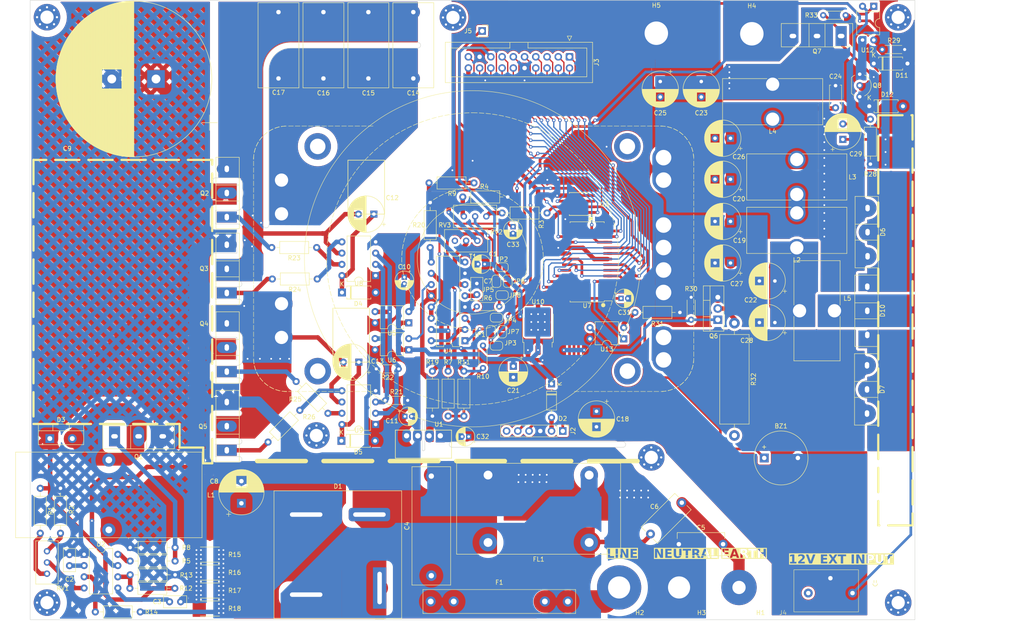
<source format=kicad_pcb>
(kicad_pcb (version 20221018) (generator pcbnew)
  (layers (0 "F.Cu" signal) (31 "B.Cu" signal) (34 "B.Paste" user) (35 "F.Paste" user) (36 "B.SilkS" user "B.Silkscreen") (37 "F.SilkS" user "F.Silkscreen") (38 "B.Mask" user) (39 "F.Mask" user) (44 "Edge.Cuts" user))
  (net 0 "")
  (net 1 "Net-(T1-AA)")
  (net 2 "Net-(D2-A)")
  (net 3 "Net-(T1-SA)")
  (net 4 "/rectified 300V")
  (net 5 "Net-(T1-SD)")
  (net 6 "Net-(Q2-S)")
  (net 7 "Net-(D4-K)")
  (net 8 "GND")
  (net 9 "300V clean")
  (net 10 "Net-(Q2-G)")
  (net 11 "Net-(Q3-G)")
  (net 12 "Net-(Q4-G)")
  (net 13 "GND1")
  (net 14 "VBUS")
  (net 15 "Net-(Q4-S)")
  (net 16 "+5V")
  (net 17 "/live filtered")
  (net 18 "/neut filtered")
  (net 19 "PFC1")
  (net 20 "+12V")
  (net 21 "Net-(Q5-G)")
  (net 22 "Earth")
  (net 23 "NEUT")
  (net 24 "Net-(JP3-B)")
  (net 25 "+12VA")
  (net 26 "Net-(JP5-B)")
  (net 27 "IBUS")
  (net 28 "Net-(JP1-B)")
  (net 29 "OUT_A")
  (net 30 "OUT_B")
  (net 31 "2IN+")
  (net 32 "Net-(JP2-A)")
  (net 33 "Net-(R2-Pad1)")
  (net 34 "/PFC_SHUNT")
  (net 35 "PFC_ISENSE")
  (net 36 "Net-(U2-ICOMP)")
  (net 37 "Net-(U2-VCOMP)")
  (net 38 "Net-(C4-Pad1)")
  (net 39 "Net-(U4-CT)")
  (net 40 "Net-(U2-GATE)")
  (net 41 "Net-(U4-2IN-)")
  (net 42 "Net-(U4-FB)")
  (net 43 "Net-(U4-1IN-)")
  (net 44 "Net-(U2-VSENSE)")
  (net 45 "Net-(U4-E2)")
  (net 46 "Net-(U4-E1)")
  (net 47 "Net-(U8-HIN)")
  (net 48 "Net-(U8-LIN)")
  (net 49 "Net-(U8-HO)")
  (net 50 "Net-(U8-LO)")
  (net 51 "Net-(U9-HO)")
  (net 52 "Net-(U9-LO)")
  (net 53 "Net-(U4-RT)")
  (net 54 "REF")
  (net 55 "Net-(U4-C1)")
  (net 56 "Net-(U4-C2)")
  (net 57 "/7SEG_DEMUX_A")
  (net 58 "/7SEG_DEMUX_B")
  (net 59 "/7SEG_DEMUX_C")
  (net 60 "/7SEG_DEMUX_D")
  (net 61 "/7SEG_A")
  (net 62 "/7SEG_B")
  (net 63 "/7SEG_C")
  (net 64 "/7SEG_D")
  (net 65 "VPP")
  (net 66 "ICSPDAT")
  (net 67 "DAC_~{CS}")
  (net 68 "ADC0")
  (net 69 "ADC1")
  (net 70 "/UI_0")
  (net 71 "Net-(R3-Pad1)")
  (net 72 "Net-(U2-VINS)")
  (net 74 "Net-(R1-Pad2)")
  (net 75 "Net-(R4-Pad1)")
  (net 76 "Net-(R9-Pad1)")
  (net 77 "VAC")
  (net 78 "ICSPCLK")
  (net 79 "Net-(D5-K)")
  (net 80 "Net-(D3-A)")
  (net 82 "BUZZER")
  (net 83 "SPI_MOSI")
  (net 84 "DISPLAY_~{CS}")
  (net 85 "SPI_CLK")
  (net 87 "/UI_1")
  (net 88 "UI_2")
  (net 89 "UI_3")
  (net 90 "Net-(Q6-G)")
  (net 91 "FAN_PWM")
  (net 92 "Net-(R31-Pad1)")
  (net 93 "CROWBAR")
  (net 94 "OUTPUT_CONTROL")
  (net 95 "Net-(Q6-D)")
  (net 96 "Net-(C19-Pad1)")
  (net 97 "Net-(C20-Pad1)")
  (net 98 "Net-(C22-Pad1)")
  (net 99 "Net-(D11-K)")
  (net 100 "VDC")
  (net 101 "LV_RECT")
  (net 102 "Net-(D12-K)")
  (net 103 "Net-(Q8-B)")
  (net 104 "Net-(R28-Pad1)")
  (net 105 "/+HALF_RECT")
  (net 106 "/-HALF_RECT")
  (footprint "Resistor_THT:R_Axial_DIN0207_L6.3mm_D2.5mm_P10.16mm_Horizontal" (layer "F.Cu") (at 26.858 140.462 90)
    (fp_text reference "R2")
    (fp_text value "4.7k")
  )
  (footprint "Capacitor_THT:CP_Radial_D35.0mm_P10.00mm_SnapIn" (layer "F.Cu") (at 48.448 37.78 180)
    (fp_text reference "C9")
    (fp_text value "470u/400V")
  )
  (footprint "Resistor_THT:R_Axial_DIN0207_L6.3mm_D2.5mm_P10.16mm_Horizontal" (layer "F.Cu") (at 110.932 103.82 -90)
    (fp_text reference "R19")
    (fp_text value "330")
  )
  (footprint "Capacitor_THT:C_Disc_D5.0mm_W2.5mm_P5.00mm" (layer "F.Cu") (at 202.057 44.283 90)
    (fp_text reference "C24")
    (fp_text value "1u/10V")
  )
  (footprint "MountingHole:MountingHole_3mm_Pad_Via" (layer "F.Cu") (at 216.215 156.144)
    (fp_text reference "REF**" hide)
    (fp_text value "MountingHole_3mm_Pad_Via")
  )
  (footprint "Resistor_THT:R_Axial_DIN0204_L3.6mm_D1.6mm_P5.08mm_Horizontal" (layer "F.Cu") (at 100.264 110.424)
    (fp_text reference "R21")
    (fp_text value "1k")
  )
  (footprint "Capacitor_THT:CP_Radial_D8.0mm_P3.50mm" (layer "F.Cu") (at 178.309651 79.375 180)
    (fp_text reference "C27")
    (fp_text value "100u/63V")
  )
  (footprint "Resistor_THT:R_Axial_DIN0207_L6.3mm_D2.5mm_P10.16mm_Horizontal" (layer "F.Cu") (at 126.68 68.072)
    (fp_text reference "R3")
    (fp_text value "100k")
  )
  (footprint "Capacitor_THT:CP_Radial_D8.0mm_P3.50mm" (layer "F.Cu") (at 188.342651 92.837 180)
    (fp_text reference "C28")
    (fp_text value "100u/63V")
  )
  (footprint "MountingHole:MountingHole_5.3mm_M5_Pad" (layer "F.Cu") (at 161.544 27.432)
    (fp_text reference "H5")
    (fp_text value "- ")
  )
  (footprint "Resistor_THT:R_Axial_DIN0207_L6.3mm_D2.5mm_P10.16mm_Horizontal" (layer "F.Cu") (at 110.424 75.88 90)
    (fp_text reference "R20")
    (fp_text value "330")
  )
  (footprint "Buzzer_Beeper:Buzzer_12x9.5RM7.6" (layer "F.Cu") (at 185.938 123.444)
    (fp_text reference "BZ1")
    (fp_text value "Buzzer")
  )
  (footprint "Resistor_SMD:R_2512_6332Metric_Pad1.40x3.35mm_HandSolder" (layer "F.Cu") (at 60.64 153.416 180)
    (fp_text reference "R17")
    (fp_text value "300m")
  )
  (footprint "Capacitor_THT:CP_Radial_D8.0mm_P3.50mm" (layer "F.Cu") (at 171.704 38.352349 -90)
    (fp_text reference "C23")
    (fp_text value "100u/63V")
  )
  (footprint "Package_TO_SOT_THT:TO-247-3_Vertical" (layer "F.Cu") (at 209.169 102.5 -90)
    (fp_text reference "D7")
    (fp_text value "S60SC6MT")
  )
  (footprint "Connector_IDC:IDC-Header_2x10_P2.54mm_Vertical" (layer "F.Cu") (at 141.92 32.766 -90)
    (fp_text reference "J3")
    (fp_text value "Front_Panel")
  )
  (footprint "Resistor_THT:R_Axial_DIN0207_L6.3mm_D2.5mm_P10.16mm_Horizontal" (layer "F.Cu") (at 80.96 112.673898 -135)
    (fp_text reference "R26")
    (fp_text value "3.3")
  )
  (footprint "Capacitor_THT:C_Disc_D5.0mm_W2.5mm_P2.50mm" (layer "F.Cu") (at 120.965 86.508 90)
    (fp_text reference "C7")
    (fp_text value "10n")
  )
  (footprint "Connector_PinSocket_2.54mm:PinSocket_1x01_P2.54mm_Vertical" (layer "F.Cu") (at 122.174 26.924)
    (fp_text reference "J5")
    (fp_text value "Wire (it's copper)")
  )
  (footprint "Resistor_THT:R_Axial_DIN0207_L6.3mm_D2.5mm_P10.16mm_Horizontal" (layer "F.Cu") (at 114.488 113.98 90)
    (fp_text reference "R7")
    (fp_text value "100k")
  )
  (footprint "Package_SO:SOIC-28W_7.5x17.9mm_P1.27mm" (layer "F.Cu") (at 145.906 79.121 180)
    (fp_text reference "U7")
    (fp_text value "PIC16F18455-I/SO")
  )
  (footprint "Fuse:Fuseholder_Littelfuse_445_030_series_5x30mm" (layer "F.Cu") (at 141.545 155.89 180)
    (fp_text reference "F1")
    (fp_text value "Fuse")
  )
  (footprint "Package_DIP:DIP-4_W7.62mm" (layer "F.Cu") (at 210.698 21.346 -90)
    (fp_text reference "U12")
    (fp_text value "TLP421P")
  )
  (footprint "MountingHole:MountingHole_3mm_Pad_Via" (layer "F.Cu") (at 216.215 23.846)
    (fp_text reference "REF**" hide)
    (fp_text value "MountingHole_3mm_Pad_Via")
  )
  (footprint "Capacitor_THT:C_Rect_L19.0mm_W9.0mm_P15.00mm_MKS4" (layer "F.Cu") (at 76.134 22.66 -90)
    (fp_text reference "C17")
    (fp_text value "0.33u")
  )
  (footprint "Resistor_THT:R_Axial_DIN0204_L3.6mm_D1.6mm_P5.08mm_Horizontal" (layer "F.Cu") (at 122.362 98.044 -90)
    (fp_text reference "R10")
    (fp_text value "1k")
  )
  (footprint "Resistor_THT:R_Axial_DIN0204_L3.6mm_D1.6mm_P5.08mm_Horizontal" (layer "F.Cu") (at 126.045 89.215 180)
    (fp_text reference "R6")
    (fp_text value "1k")
  )
  (footprint "MountingHole:MountingHole_6mm_Pad" (layer "F.Cu") (at 166.685 152.715 180)
    (fp_text reference "H3")
    (fp_text value "NEUTRAL")
  )
  (footprint "Package_TO_SOT_THT:TO-247-3_Vertical" (layer "F.Cu") (at 64.45 86.145 90)
    (fp_text reference "Q3")
    (fp_text value "IRFP360")
  )
  (footprint "Resistor_THT:R_Axial_Power_L20.0mm_W6.4mm_P25.40mm" (layer "F.Cu") (at 179.197 92.964 -90)
    (fp_text reference "R32")
    (fp_text value "1/5W")
  )
  (footprint "MountingHole:MountingHole_6mm_Pad" (layer "F.Cu") (at 180.235 152.715 180)
    (fp_text reference "H1")
    (fp_text value "EARTH")
  )
  (footprint "Capacitor_THT:C_Disc_D5.0mm_W2.5mm_P2.50mm" (layer "F.Cu") (at 28.89 147.788 90)
    (fp_text reference "C2")
    (fp_text value "10n")
  )
  (footprint "Capacitor_THT:CP_Radial_D4.0mm_P1.50mm" (layer "F.Cu") (at 104.709 114.046)
    (fp_text reference "C11")
    (fp_text value "1u")
  )
  (footprint "Resistor_THT:R_Axial_DIN0207_L6.3mm_D2.5mm_P10.16mm_Horizontal" (layer "F.Cu") (at 209.931 57.023 90)
    (fp_text reference "R28")
    (fp_text value "330")
  )
  (footprint "Capacitor_THT:C_Disc_D5.0mm_W2.5mm_P2.50mm" (layer "F.Cu") (at 51.516 155.956)
    (fp_text reference "C3")
    (fp_text value "10n")
  )
  (footprint "Capacitor_THT:CP_Radial_D4.0mm_P1.50mm" (layer "F.Cu") (at 122.743 79.629 180)
    (fp_text reference "C1")
    (fp_text value "1u/50V")
  )
  (footprint "Package_DIP:DIP-8_W7.62mm" (layer "F.Cu") (at 98.095 82.22 180)
    (fp_text reference "U8")
    (fp_text value "FAN7382")
  )
  (footprint "Package_TO_SOT_THT:TO-247-3_Vertical" (layer "F.Cu") (at 64.45 103.925 90)
    (fp_text reference "Q4")
    (fp_text value "IRFP360")
  )
  (footprint "Resistor_SMD:R_2512_6332Metric_Pad1.40x3.35mm_HandSolder" (layer "F.Cu") (at 60.64 157.48 180)
    (fp_text reference "R18")
    (fp_text value "300m")
  )
  (footprint "Resistor_THT:R_Axial_DIN0207_L6.3mm_D2.5mm_P10.16mm_Horizontal" (layer "F.Cu") (at 42.606 143.698)
    (fp_text reference "R8")
    (fp_text value "100k")
  )
  (footprint "Capacitor_THT:CP_Radial_D8.0mm_P3.50mm" (layer "F.Cu") (at 178.309651 51.181 180)
    (fp_text reference "C26")
    (fp_text value "100u/63V")
  )
  (footprint "Package_DIP:DIP-8_W7.62mm" (layer "F.Cu") (at 32.202 145.232)
    (fp_text reference "U2")
    (fp_text value "ICE1PCS02")
  )
  (footprint "Resistor_SMD:R_2512_6332Metric_Pad1.40x3.35mm_HandSolder" (layer "F.Cu") (at 60.64 149.352 180)
    (fp_text reference "R16")
    (fp_text value "300m")
  )
  (footprint "Capacitor_THT:CP_Radial_D8.0mm_P3.50mm" (layer "F.Cu") (at 94.296651 101.788 180)
    (fp_text reference "C13")
    (fp_text value "470u")
  )
  (footprint "Resistor_THT:R_Axial_DIN0207_L6.3mm_D2.5mm_P10.16mm_Horizontal" (layer "F.Cu") (at 87.31 113.345 135)
    (fp_text reference "R25")
    (fp_text value "3.3")
  )
  (footprint "MountingHole:MountingHole_3mm_Pad_Via" (layer "F.Cu") (at 115.57 23.876)
    (fp_text reference "REF**" hide)
    (fp_text value "MountingHole_3mm_Pad_Via")
  )
  (footprint "Resistor_THT:R_Axial_DIN0207_L6.3mm_D2.5mm_P10.16mm_Horizontal" (layer "F.Cu") (at 117.79 64.45)
    (fp_text reference "R4")
    (fp_text value "500")
  )
  (footprint "Capacitor_THT:CP_Radial_D8.0mm_P3.50mm" (layer "F.Cu") (at 178.308 60.452 180)
    (fp_text reference "C20")
    (fp_text value "100u/63V")
  )
  (footprint "Jumper:SolderJumper-2_P1.3mm_Open_RoundedPad1.0x1.5mm" (layer "F.Cu") (at 126.68 94.915 -90)
    (fp_text reference "JP7")
    (fp_text value "B")
  )
  (footprint "Capacitor_THT:CP_Radial_D4.0mm_P1.50mm" (layer "F.Cu") (at 119.126 118.618 180)
    (fp_text reference "C32")
    (fp_text value "1u")
  )
  (footprint "Inductor_THT:L_Toroid_Vertical_L22.4mm_W10.2mm_P7.90mm_Vishay_TJ4" (layer "F.Cu") (at 201.816 90.17 -90)
    (fp_text reference "L5")
    (fp_text value "3.2u")
  )
  (footprint "Capacitor_THT:CP_Radial_D4.0mm_P1.50mm" (layer "F.Cu") (at 129.159 71.159401 -90)
    (fp_text reference "C33")
    (fp_text value "1u")
  )
  (footprint "Diode_THT:D_DO-35_SOD27_P7.62mm_Horizontal" (layer "F.Cu") (at 137.856 106.68 -90)
    (fp_text reference "D2")
    (fp_text value "BAT48RL")
  )
  (footprint "Capacitor_THT:CP_Radial_D8.0mm_P3.50mm" (layer "F.Cu") (at 203.708 51.435 90)
    (fp_text reference "C29")
    (fp_text value "470u/16V")
  )
  (footprint "Package_DIP:DIP-4_W7.62mm" (layer "F.Cu") (at 105.588 92.903 180)
    (fp_text reference "U5")
    (fp_text value "TLP421P")
  )
  (footprint "MountingHole:MountingHole_6mm_Pad" (layer "F.Cu") (at 153.135 152.715 180)
    (fp_text reference "H2")
    (fp_text value "LIVE")
  )
  (footprint "Inductor_THT:L_Toroid_Vertical_L22.4mm_W10.2mm_P7.90mm_Vishay_TJ4" (layer "F.Cu") (at 193.294 63.881 180)
    (fp_text reference "L3")
    (fp_text value "3.2u")
  )
  (footprint "Potentiometer_THT:Potentiometer_Bourns_3296W_Vertical" (layer "F.Cu") (at 123.124 68.834)
    (fp_text reference "RV2")
    (fp_text value "10k")
  )
  (footprint "Capacitor_THT:CP_Radial_D8.0mm_P3.50mm" (layer "F.Cu") (at 178.309651 69.977 180)
    (fp_text reference "C19")
    (fp_text value "100u/63V")
  )
  (footprint "Capacitor_THT:CP_Radial_D6.3mm_P2.50mm" (layer "F.Cu") (at 129.22 102.703621 -90)
    (fp_text reference "C21")
    (fp_text value "220u/6.3V")
  )
  (footprint "Jumper:SolderJumper-2_P1.3mm_Open_RoundedPad1.0x1.5mm" (layer "F.Cu") (at 126.68 86.645 180)
    (fp_text reference "JP8")
    (fp_text value "B")
  )
  (footprint "Resistor_THT:R_Axial_DIN0204_L3.6mm_D1.6mm_P5.08mm_Horizontal" (layer "F.Cu") (at 103.312 103.312 180)
    (fp_text reference "R22")
    (fp_text value "1k")
  )
  (footprint "Package_TO_SOT_THT:TO-247-3_Vertical" (layer "F.Cu") (at 64.45 121.705 90)
    (fp_text reference "Q5")
    (fp_text value "IRFP360")
  )
  (footprint "Package_TO_SOT_THT:TO-247-3_Vertical" (layer "F.Cu") (at 203.316 28.067 180)
    (fp_text reference "Q7")
    (fp_text value "IRFP3006")
  )
  (footprint "Resistor_THT:R_Axial_DIN0207_L6.3mm_D2.5mm_P10.16mm_Horizontal" (layer "F.Cu") (at 120.33 61.275 180)
    (fp_text reference "R9")
    (fp_text value "500")
  )
  (footprint "Potentiometer_THT:Potentiometer_Bourns_3296W_Vertical" (layer "F.Cu") (at 116.012 74.356 180)
    (fp_text reference "RV3")
    (fp_text value "1k")
  )
  (footprint "Jumper:SolderJumper-2_P1.3mm_Open_RoundedPad1.0x1.5mm" (layer "F.Cu") (at 125.41 91.725 180)
    (fp_text reference "JP4")
    (fp_text value "A")
  )
  (footprint "Potentiometer_THT:Potentiometer_Bourns_3296W_Vertical" (layer "F.Cu") (at 23.81 149.606 -90)
    (fp_text reference "RV1")
    (fp_text value "10k")
  )
  (footprint "Inductor_THT:L_Toroid_Vertical_L22.4mm_W10.2mm_P7.90mm_Vishay_TJ4" (layer "F.Cu") (at 193.294 75.946 180)
    (fp_text reference "L2")
    (fp_text value "3.2u")
  )
  (footprint "Package_SO:PowerIntegrations_SO-8" (layer "F.Cu") (at 143.952 66.04 180)
    (fp_text reference "U3")
    (fp_text value "TLV5638")
  )
  (footprint "Capacitor_THT:C_Rect_L19.0mm_W9.0mm_P15.00mm_MKS4" (layer "F.Cu") (at 106.614 22.66 -90)
    (fp_text reference "C14")
    (fp_text value "0.33u")
  )
  (footprint "Capacitor_THT:CP_Radial_D4.0mm_P1.50mm" (layer "F.Cu") (at 153.567 87.376)
    (fp_text reference "C31")
    (fp_text value "1u/50V")
  )
  (footprint "Resistor_THT:R_Axial_DIN0207_L6.3mm_D2.5mm_P10.16mm_Horizontal" (layer "F.Cu") (at 42.606 146.746)
    (fp_text reference "R5")
    (fp_text value "3.3")
  )
  (footprint "MountingHole:MountingHole_3mm_Pad_Via" (layer "F.Cu") (at 84.709 118.364)
    (fp_text reference "REF**" hide)
    (fp_text value "MountingHole_3mm_Pad_Via")
  )
  (footprint "Package_DIP:DIP-4_W7.62mm" (layer "F.Cu") (at 154.168 96.525 180)
    (fp_text reference "U13")
    (fp_text value "TLP421P")
  )
  (footprint "Resistor_THT:R_Axial_DIN0204_L3.6mm_D1.6mm_P5.08mm_Horizontal" (layer "F.Cu") (at 217.678 31.115 180)
    (fp_text reference "R29")
    (fp_text value "10k")
  )
  (footprint "Resistor_THT:R_Axial_DIN0207_L6.3mm_D2.5mm_P10.16mm_Horizontal" (layer "F.Cu") (at 44.892 158.242 180)
    (fp_text reference "R14")
    (fp_text value "220")
  )
  (footprint "MountingHole:MountingHole_5.3mm_M5_Pad" (layer "F.Cu") (at 183.134 27.559)
    (fp_text reference "H4")
    (fp_text value "+")
  )
  (footprint "Resistor_THT:R_Axial_DIN0207_L6.3mm_D2.5mm_P10.16mm_Horizontal" (layer "F.Cu") (at 22.286 130.302 -90)
    (fp_text reference "R1")
    (fp_text value "330k")
  )
  (footprint "Capacitor_THT:CP_Radial_D8.0mm_P3.50mm" (layer "F.Cu") (at 148.016 112.901349 -90)
    (fp_text reference "C18")
    (fp_text value "470u/16V")
  )
  (footprint "Jumper:SolderJumper-2_P1.3mm_Open_RoundedPad1.0x1.5mm" (layer "F.Cu") (at 125.41 83.5 -90)
    (fp_text reference "JP5")
    (fp_text value "A")
  )
  (footprint "Capacitor_THT:CP_Radial_D8.0mm_P3.50mm" (layer "F.Cu") (at 162.433 38.352349 -90)
    (fp_text reference "C25")
    (fp_text value "100u/63V")
  )
  (footprint "Package_TO_SOT_THT:TO-247-3_Vertical" (layer "F.Cu") (at 39.072 118.552)
    (fp_text reference "Q1")
    (fp_text value "IRFP360")
  )
  (footprint "Inductor_THT:L_CommonMode_Toroid_Vertical_L36.8mm_W20.3mm_Px15.24mm_Py22.86mm_Bourns_8100" (layer "F.Cu") (at 146.365 142.55 180)
    (fp_text reference "FL1")
    (fp_text value "Filter_EMI_CommonMode")
  )
  (footprint "Resistor_THT:R_Axial_DIN0207_L6.3mm_D2.5mm_P10.16mm_Horizontal" (layer "F.Cu") (at 52.766 149.86 180)
    (fp_text reference "R13")
    (fp_text value "15k")
  )
  (footprint "Resistor_THT:R_Axial_DIN0204_L3.6mm_D1.6mm_P5.08mm_Horizontal" (layer "F.Cu") (at 204.343 23.368 180)
    (fp_text reference "R33")
    (fp_text value "1k")
  )
  (footprint "Connector_PinHeader_2.54mm:PinHeader_1x06_P2.54mm_Vertical" (layer "F.Cu") (at 140.396 117.348 -90)
    (fp_text reference "J2")
    (fp_text value "programmer")
  )
  (footprint "Capacitor_THT:CP_Radial_D10.0mm_P5.00mm" (layer "F.Cu") (at 67.752 133.685677 90)
    (fp_text reference "C8")
    (fp_text value "6.8u/400V")
  )
  (footprint "Package_DIP:DIP-16_W7.62mm" (layer "F.Cu") (at 118.288 96.947 180)
    (fp_text reference "U4")
    (fp_text value "TL494")
  )
  (footprint "Package_TO_SOT_SMD:TO-252-3_TabPin2" (layer "F.Cu") (at 134.802 94.02 90)
    (fp_text reference "U10")
    (fp_text value "LM1117DT-5.0")
  )
  (footprint "Resistor_THT:R_Axial_DIN0207_L6.3mm_D2.5mm_P10.16mm_Horizontal" (layer "F.Cu") (at 84.897 82.992 180)
    (fp_text reference "R24")
    (fp_text value "3.3")
  )
  (footprint "Resistor_THT:R_Axial_DIN0207_L6.3mm_D2.5mm_P10.16mm_Horizontal" (layer "F.Cu") (at 156.718 90.551)
    (fp_text reference "R31")
    (fp_text value "330")
  )
  (footprint "Diode_THT:D_A-405_P7.62mm_Horizontal" (layer "F.Cu") (at 210.693 34.29)
    (fp_text reference "D11")
    (fp_text value "IN4002")
  )
  (footprint "Diode_THT:D_A-405_P7.62mm_Horizontal" (layer "F.Cu") (at 90.358 119.568)
    (fp_text reference "D5")
    (fp_text value "IN4002")
  )
  (footprint "Package_DIP:DIP-4_W7.62mm" (layer "F.Cu") (at 105.588 98.999 180)
    (fp_text reference "U6")
    (fp_text value "TLP421P")
  )
  (footprint "Capacitor_THT:CP_Radial_D8.0mm_P3.50mm" (layer "F.Cu") (at 97.697822 68.326 180)
    (fp_text reference "C12")
    (fp_text value "470u")
  )
  (footprint "Capacitor_THT:C_Disc_D10.5mm_W5.0mm_P10.00mm" (layer "F.Cu") (at 166.638 142.936)
    (fp_text reference "C5")
    (fp_text value "4.7n")
  )
  (footprint "Resistor_THT:R_Axial_DIN0204_L3.6mm_D1.6mm_P5.08mm_Horizontal" (layer "F.Cu") (at 169.418 92.202 90)
    (fp_text reference "R30")
    (fp_text value "10k")
  )
  (footprint "Capacitor_THT:C_Disc_D10.5mm_W5.0mm_P10.00mm" (layer "F.Cu") (at 160.228466 140.629534 45)
    (fp_text reference "C6")
    (fp_text value "4.7n")
  )
  (footprint "Package_DIP:DIP-8_W7.62mm" (layer "F.Cu") (at 98.095 115.875 180)
    (fp_text reference "U9")
    (fp_text value "FAN7382")
  )
  (footprint "Capacitor_THT:C_Rect_L26.5mm_W8.5mm_P22.50mm_MKS4" (layer "F.Cu") (at 110.678 150.048 90)
    (fp_text reference "C4")
    (fp_text value "0.47u")
  )
  (footprint "Capacitor_THT:CP_Radial_D8.0mm_P3.50mm" (layer "F.Cu") (at 188.342651 83.439 180)
    (fp_text reference "C22")
    (fp_text value "100u/63V")
  )
  (footprint "Capacitor_THT:C_Rect_L19.0mm_W9.0mm_P15.00mm_MKS4" (layer "F.Cu") (at 86.294 22.66 -90)
    (fp_text reference "C16")
    (fp_text value "0.33u")
  )
  (footprint "Jumper:SolderJumper-2_P1.3mm_Open_RoundedPad1.0x1.5mm" (layer "F.Cu") (at 126.665 80.325)
    (fp_text reference "JP2")
    (fp_text value "B")
  )
  (footprint "Package_TO_SOT_THT:TO-220-2_Vertical" (layer "F.Cu") (at 24.445 119.06)
    (fp_text reference "D3")
    (fp_text value "FES16JT")
  )
  (footprint "Jumper:SolderJumper-2_P1.3mm_Open_RoundedPad1.0x1.5mm" (layer "F.Cu") (at 124.14 94.915 90)
    (fp_text reference "JP1")
    (fp_text value "B")
  )
  (footprint "Resistor_THT:R_Axial_DIN0207_L6.3mm_D2.5mm_P10.16mm_Horizontal" (layer "F.Cu") (at 84.77 75.88 180)
    (fp_text reference "R23")
    (fp_text value "3.3")
  )
  (footprint "Capacitor_THT:C_Rect_L19.0mm_W9.0mm_P15.00mm_MKS4" (layer "F.Cu") (at 96.454 22.66 -90)
    (fp_text reference "C15")
    (fp_text value "0.33u")
  )
  (footprint "Diode_THT:D_A-405_P7.62mm_Horizontal" (layer "F.Cu") (at 90.485 86.04)
    (fp_text reference "D4")
    (fp_text value "IN4002")
  )
  (footprint "MountingHole:MountingHole_3mm_Pad_Via" (layer "F.Cu") (at 23.81 23.81)
    (fp_text reference "REF**" hide)
    (fp_text value "MountingHole_3mm_Pad_Via")
  )
  (footprint "custom:aosi connector 3 pin 45 degrees" (layer "F.Cu") (at 200.895 150.625 180)
    (fp_text reference "J4")
    (fp_text value "Conn_01x03_Socket")
  )
  (footprint "custom:BIG toroid max custom" (layer "F.Cu") (at 120 78.42)
    (fp_text reference "T1")
    (fp_text value "Transformer_1P_2S")
  )
  (footprint "Inductor_THT:L_Toroid_Vertical_L41.9mm_W19.1mm_P15.80mm_Vishay_TJ7" (layer "F.Cu") (at 37.78 139.7 180)
    (fp_text reference "L1")
    (fp_text value "5u")
  )
  (footprint "MountingHole:MountingHole_3mm_Pad_Via" (layer "F.Cu") (at 23.81 156.144)
    (fp_text reference "REF**" hide)
    (fp_text value "MountingHole_3mm_Pad_Via")
  )
  (footprint "Diode_THT:D_A-405_P7.62mm_Horizontal" (layer "F.Cu") (at 209.677 43.942)
    (fp_text reference "D12")
    (fp_text value "12V")
  )
  (footprint "Diode_THT:Diode_Bridge_GeneSiC_KBPC_T" (layer "F.Cu") (at 98.994 152.842 180)
    (fp_text reference "D1")
    (fp_text value "kbpc1510")
  )
  (footprint "Resistor_THT:R_Axial_DIN0207_L6.3mm_D2.5mm_P10.16mm_Horizontal" (layer "F.Cu") (at 118.044 103.82 -90)
    (fp_text reference "R11")
    (fp_text value "100k")
  )
  (footprint "Capacitor_THT:CP_Radial_D4.0mm_P1.50mm" (layer "F.Cu") (at 104.582 82.574 -90)
    (fp_text reference "C10")
    (fp_text value "1u")
  )
  (footprint "Package_TO_SOT_THT:TO-247-3_Vertical" (layer "F.Cu") (at 209.296 66.951 -90)
    (fp_text reference "D6")
    (fp_text value "S60SC6MT")
  )
  (footprint "Resistor_THT:R_Axial_DIN0207_L6.3mm_D2.5mm_P10.16mm_Horizontal" (layer "F.Cu") (at 52.705 152.908 180)
    (fp_text reference "R12")
    (fp_text value "910k")
  )
  (footprint "Package_TO_SOT_THT:TO-92_Inline_Wide" (layer "F.Cu") (at 207.518 36.703 -90)
    (fp_text reference "Q8")
    (fp_text value "MPSA42")
  )
  (footprint "Inductor_THT:L_Toroid_Vertical_L22.4mm_W10.2mm_P7.90mm_Vishay_TJ4" (layer "F.Cu") (at 187.833 46.863 180)
    (fp_text reference "L4")
    (fp_text value "3.958u")
  )
  (footprint "Package_TO_SOT_THT:TO-247-3_Vertical" (layer "F.Cu") (at 64.45 69 90)
    (fp_text reference "Q2")
    (fp_text value "IRFP360")
  )
  (footprint "Resistor_SMD:R_2512_6332Metric_Pad1.40x3.35mm_HandSolder" (layer "F.Cu") (at 60.64 145.288 180)
    (fp_text reference "R15")
    (fp_text value "300m")
  )
  (footprint "Jumper:SolderJumper-2_P1.3mm_Open_RoundedPad1.0x1.5mm" (layer "F.Cu") (at 127.95 83.485 90)
    (fp_text reference "JP6")
    (fp_text value "A")
  )
  (footprint "Jumper:SolderJumper-2_P1.3mm_Open_RoundedPad1.0x1.5mm" (layer "F.Cu") (at 125.41 98.075)
    (fp_text reference "JP3")
    (fp_text value "A")
  )
  (footprint "MountingHole:MountingHole_3mm_Pad_Via" (layer "F.Cu") (at 160.401 123.317)
    (fp_text reference "REF**" hide)
    (fp_text value "MountingHole_3mm_Pad_Via")
  )
  (footprint "Package_TO_SOT_THT:TO-247-3_Vertical" (layer "F.Cu") (at 209.23 84.731 -90)
    (fp_text reference "D10")
    (fp_text value "S60SC6MT")
  )
  (footprint "custom:SIP-4" (layer "F.Cu") (at 108.9 120.33 180)
    (fp_text reference "U1")
    (fp_text value "BS1212S")
  )
  (footprint "Package_TO_SOT_THT:TO-220-3_Vertical" (layer "F.Cu") (at 175.443 92.202 90)
    (fp_text reference "Q6")
    (fp_text value "IRFZ44N")
  )
  (gr_rect (start 56.83 143.51) (end 59.624 159.258) (stroke (width 0.2)) (fill solid) (layer "F.Cu"))
  (gr_rect (start 61.656 143.51) (end 64.45 159.258) (stroke (width 0.2)) (fill solid) (layer "F.Cu"))
  (gr_rect (start 91.829473 56.134) (end 100.110822 68.326) (stroke (width 0.15)) (fill none) (layer "F.SilkS"))
  (gr_circle (center 146.746 69.342) (end 146.365 69.215) (stroke (width 0.15)) (fill solid) (layer "F.SilkS"))
  (gr_arc (start 211.516 151.892) (mid 211.008 152.4) (end 210.5 151.892) (stroke (width 0.15)) (layer "F.SilkS"))
  (gr_rect (start 211.709 45.974) (end 219.456 138.684) (stroke (width 0.5) (type dash)) (fill none) (layer "F.SilkS"))
  (gr_circle (center 149.54 88.9) (end 149.667 88.519) (stroke (width 0.15)) (fill solid) (layer "F.SilkS"))
  (gr_line (start 71.308 124.14) (end 159.065 124.14) (stroke (width 1) (type dash)) (layer "F.SilkS"))
  (gr_line (start 210.754 151.638) (end 210.754 151.13) (stroke (width 0.15)) (layer "F.SilkS"))
  (gr_line (start 211.262 151.638) (end 211.262 151.13) (stroke (width 0.15)) (layer "F.SilkS"))
  (gr_poly (pts (xy 20.762 115.757781) (xy 53.782 115.757781) (xy 53.782 121.091781) (xy 59.116 121.091781) (xy 59.116 124.647781) (xy 61.148 124.647781) (xy 61.148 56.067781) (xy 20.762 56.067781)) (stroke (width 0.5) (type dash)) (fill none) (layer "F.SilkS"))
  (gr_rect (start 88.426651 89.596) (end 96.708 101.788) (stroke (width 0.15)) (fill none) (layer "F.SilkS"))
  (gr_arc (start 60.64 78.42) (mid 61.011974 77.521974) (end 61.91 77.15) (stroke (width 0.1)) (layer "Edge.Cuts"))
  (gr_line (start 61.91 67.498) (end 66.736 67.498) (stroke (width 0.1)) (layer "Edge.Cuts"))
  (gr_line (start 66.736 78.42) (end 61.91 78.42) (stroke (width 0.1)) (layer "Edge.Cuts"))
  (gr_arc (start 115.377 121.031) (mid 114.742 120.396) (end 115.377 119.761) (stroke (width 0.1)) (layer "Edge.Cuts"))
  (gr_arc (start 107.63 29.525) (mid 108.265 30.16) (end 107.63 30.795) (stroke (width 0.1)) (layer "Edge.Cuts"))
  (gr_line (start 67.2186 113.9546) (end 61.91 113.9292) (stroke (width 0.1)) (layer "Edge.Cuts"))
  (gr_line (start 60.64 82.865) (end 60.64 78.42) (stroke (width 0.1)) (layer "Edge.Cuts"))
  (gr_line (start 66.736 94.93) (end 61.91 94.93) (stroke (width 0.1)) (layer "Edge.Cuts"))
  (gr_arc (start 67.244 83.5) (mid 67.879 84.135) (end 67.244 84.77) (stroke (width 0.1)) (layer "Edge.Cuts"))
  (gr_line (start 61.91 105.344) (end 61.91 102.55) (stroke (width 0.1)) (layer "Edge.Cuts"))
  (gr_line (start 66.736 101.28) (end 66.736 96.2) (stroke (width 0.1)) (layer "Edge.Cuts"))
  (gr_line (start 68.006 71.816) (end 68.006 77.15) (stroke (width 0.1)) (layer "Edge.Cuts"))
  (gr_line (start 60.64 94.93) (end 60.64 90.485) (stroke (width 0.1)) (layer "Edge.Cuts"))
  (gr_arc (start 109.22 121.539) (mid 109.145605 121.718605) (end 108.966 121.793) (stroke (width 0.1)) (layer "Edge.Cuts"))
  (gr_line (start 68.006 101.28) (end 68.006 96.2) (stroke (width 0.1)) (layer "Edge.Cuts"))
  (gr_line (start 61.91 70.546) (end 66.736 70.546) (stroke (width 0.1)) (layer "Edge.Cuts"))
  (gr_line (start 108.839 114.935) (end 108.966 114.935) (stroke (width 0.1)) (layer "Edge.Cuts"))
  (gr_line (start 79.055 29.525) (end 107.63 29.525) (stroke (width 0.1)) (layer "Edge.Cuts"))
  (gr_line (start 66.736 77.15) (end 66.736 71.816) (stroke (width 0.1)) (layer "Edge.Cuts"))
  (gr_line (start 66.736 71.816) (end 61.91 71.816) (stroke (width 0.1)) (layer "Edge.Cuts"))
  (gr_line (start 60.64 84.135) (end 60.64 82.865) (stroke (width 0.1)) (layer "Edge.Cuts"))
  (gr_arc (start 68.006 77.15) (mid 67.634026 78.048026) (end 66.736 78.42) (stroke (width 0.1)) (layer "Edge.Cuts"))
  (gr_line (start 61.91 70.546) (end 61.91 67.498) (stroke (width 0.1)) (layer "Edge.Cuts"))
  (gr_arc (start 67.244 87.564) (mid 67.879 88.199) (end 67.244 88.834) (stroke (width 0.1)) (layer "Edge.Cuts"))
  (gr_line (start 61.91 112.71) (end 67.2186 112.6846) (stroke (width 0.1)) (layer "Edge.Cuts"))
  (gr_line (start 61.91 83.5) (end 61.91 78.42) (stroke (width 0.1)) (layer "Edge.Cuts"))
  (gr_line (start 61.91 105.344) (end 67.244 105.344) (stroke (width 0.1)) (layer "Edge.Cuts"))
  (gr_line (start 60.64 90.485) (end 60.64 89.215) (stroke (width 0.1)) (layer "Edge.Cuts"))
  (gr_line (start 61.91 87.564) (end 67.244 87.564) (stroke (width 0.1)) (layer "Edge.Cuts"))
  (gr_line (start 153.985 119.761) (end 115.377 119.761) (stroke (width 0.1)) (layer "Edge.Cuts"))
  (gr_arc (start 68.006 101.28) (mid 67.634026 102.178026) (end 66.736 102.55) (stroke (width 0.1)) (layer "Edge.Cuts"))
  (gr_rect (start 20 20) (end 220 160) (stroke (width 0.1)) (fill none) (layer "Edge.Cuts"))
  (gr_arc (start 108.839 121.793) (mid 108.659395 121.718605) (end 108.585 121.539) (stroke (width 0.1)) (layer "Edge.Cuts"))
  (gr_arc (start 72.70127 35.883012) (mid 74.512717 31.339508) (end 79.055 29.525) (stroke (width 0.1)) (layer "Edge.Cuts"))
  (gr_line (start 66.355 77.15) (end 66.736 77.15) (stroke (width 0.1)) (layer "Edge.Cuts"))
  (gr_arc (start 61.91 61.402) (mid 61.275 60.767) (end 61.91 60.132) (stroke (width 0.1)) (layer "Edge.Cuts"))
  (gr_line (start 66.736 101.28) (end 61.91 101.28) (stroke (width 0.1)) (layer "Edge.Cuts"))
  (gr_line (start 72.705 70.8) (end 72.705 35.875) (stroke (width 0.1)) (layer "Edge.Cuts"))
  (gr_line (start 61.91 119.06) (end 67.244 119.06) (stroke (width 0.1)) (layer "Edge.Cuts"))
  (gr_line (start 61.91 113.9292) (end 61.91 119.06) (stroke (width 0.1)) (layer "Edge.Cuts"))
  (gr_line (start 67.244 120.33) (end 61.91 120.33) (stroke (width 0.1)) (layer "Edge.Cuts"))
  (gr_line (start 60.64 118.425) (end 60.64 113.98) (stroke (width 0.1)) (layer "Edge.Cuts"))
  (gr_line (start 109.22 115.189) (end 109.22 121.539) (stroke (width 0.1)) (layer "Edge.Cuts"))
  (gr_arc (start 73.975 70.8) (mid 73.34 71.435) (end 72.705 70.8) (stroke (width 0.1)) (layer "Edge.Cuts"))
  (gr_arc (start 108.585 115.189) (mid 108.659395 115.009395) (end 108.839 114.935) (stroke (width 0.1)) (layer "Edge.Cuts"))
  (gr_arc (start 61.91 96.2) (mid 61.011974 95.828026) (end 60.64 94.93) (stroke (width 0.1)) (layer "Edge.Cuts"))
  (gr_arc (start 67.244 123.124) (mid 67.879 123.759) (end 67.244 124.394) (stroke (width 0.1)) (layer "Edge.Cuts"))
  (gr_line (start 61.91 102.55) (end 66.736 102.55) (stroke (width 0.1)) (layer "Edge.Cuts"))
  (gr_arc (start 66.736 70.546) (mid 67.634026 70.917974) (end 68.006 71.816) (stroke (width 0.1)) (layer "Edge.Cuts"))
  (gr_line (start 67.999697 66.35437) (end 68.012334 61.402) (stroke (width 0.1)) (layer "Edge.Cuts"))
  (gr_arc (start 67.2186 112.6846) (mid 67.8536 113.3196) (end 67.2186 113.9546) (stroke (width 0.1)) (layer "Edge.Cuts"))
  (gr_line (start 61.91 60.132) (end 66.736 60.132) (stroke (width 0.1)) (layer "Edge.Cuts"))
  (gr_line (start 66.736 61.402) (end 66.736 66.228) (stroke (width 0.1)) (layer "Edge.Cuts"))
  (gr_line (start 61.91 96.2) (end 66.736 96.2) (stroke (width 0.1)) (layer "Edge.Cuts"))
  (gr_line (start 67.244 124.394) (end 61.91 124.394) (stroke (width 0.1)) (layer "Edge.Cuts"))
  (gr_line (start 66.736 66.228) (end 61.91 66.228) (stroke (width 0.1)) (layer "Edge.Cuts"))
  (gr_line (start 61.91 83.5) (end 67.244 83.5) (stroke (width 0.1)) (layer "Edge.Cuts"))
  (gr_line (start 107.63 30.795) (end 79.055 30.795) (stroke (width 0.1)) (layer "Edge.Cuts"))
  (gr_line (start 60.64 70.546) (end 60.64 67.498) (stroke (width 0.1)) (layer "Edge.Cuts"))
  (gr_line (start 61.91 123.124) (end 61.91 120.33) (stroke (width 0.1)) (layer "Edge.Cuts"))
  (gr_line (start 115.377 121.031) (end 153.985 121.031) (stroke (width 0.1)) (layer "Edge.Cuts"))
  (gr_arc (start 60.64 113.98) (mid 61.011974 113.081974) (end 61.91 112.71) (stroke (width 0.1)) (layer "Edge.Cuts"))
  (gr_line (start 67.244 88.834) (end 61.91 88.834) (stroke (width 0.1)) (layer "Edge.Cuts"))
  (gr_arc (start 60.64 67.498) (mid 61.011974 66.599974) (end 61.91 66.228) (stroke (width 0.1)) (layer "Edge.Cuts"))
  (gr_line (start 67.244 123.124) (end 61.91 123.124) (stroke (width 0.1)) (layer "Edge.Cuts"))
  (gr_line (start 60.64 105.344) (end 60.64 102.55) (stroke (width 0.1)) (layer "Edge.Cuts"))
  (gr_arc (start 66.736 60.132) (mid 67.634026 60.503974) (end 68.006 61.402) (stroke (width 0.1)) (layer "Edge.Cuts"))
  (gr_arc (start 153.985 119.761) (mid 154.62 120.396) (end 153.985 121.031) (stroke (width 0.1)) (layer "Edge.Cuts"))
  (gr_line (start 60.64 119.695) (end 60.64 118.425) (stroke (width 0.1)) (layer "Edge.Cuts"))
  (gr_arc (start 67.244 119.06) (mid 67.879 119.695) (end 67.244 120.33) (stroke (width 0.1)) (layer "Edge.Cuts"))
  (gr_arc (start 61.91 71.816) (mid 61.011974 71.444026) (end 60.64 70.546) (stroke (width 0.1)) (layer "Edge.Cuts"))
  (gr_arc (start 67.999697 66.35437) (mid 67.588177 67.169645) (end 66.736 67.498) (stroke (width 0.1)) (layer "Edge.Cuts"))
  (gr_line (start 61.91 94.93) (end 61.91 88.834) (stroke (width 0.1)) (layer "Edge.Cuts"))
  (gr_arc (start 73.975088 35.87834) (mid 75.423369 32.245731) (end 79.055 30.795001) (stroke (width 0.1)) (layer "Edge.Cuts"))
  (gr_arc (start 61.91 106.614) (mid 61.011974 106.242026) (end 60.64 105.344) (stroke (width 0.1)) (layer "Edge.Cuts"))
  (gr_arc (start 60.64 102.55) (mid 61.011974 101.651974) (end 61.91 101.28) (stroke (width 0.1)) (layer "Edge.Cuts"))
  (gr_line (start 66.736 61.402) (end 61.91 61.402) (stroke (width 0.1)) (layer "Edge.Cuts"))
  (gr_arc (start 66.736 94.93) (mid 67.634026 95.301974) (end 68.006 96.2) (stroke (width 0.1)) (layer "Edge.Cuts"))
  (gr_arc (start 61.91 124.394) (mid 61.011974 124.022026) (end 60.64 123.124) (stroke (width 0.1)) (layer "Edge.Cuts"))
  (gr_arc (start 108.966 114.935) (mid 109.145605 115.009395) (end 109.22 115.189) (stroke (width 0.1)) (layer "Edge.Cuts"))
  (gr_line (start 60.64 123.124) (end 60.64 119.695) (stroke (width 0.1)) (layer "Edge.Cuts"))
  (gr_arc (start 67.244 105.344) (mid 67.879 105.979) (end 67.244 106.614) (stroke (width 0.1)) (layer "Edge.Cuts"))
  (gr_line (start 73.975 35.875) (end 73.975 70.8) (stroke (width 0.1)) (layer "Edge.Cuts"))
  (gr_line (start 61.91 87.564) (end 61.91 84.77) (stroke (width 0.1)) (layer "Edge.Cuts"))
  (gr_line (start 67.244 106.614) (end 61.91 106.614) (stroke (width 0.1)) (layer "Edge.Cuts"))
  (gr_line (start 108.585 115.189) (end 108.585 121.539) (stroke (width 0.1)) (layer "Edge.Cuts"))
  (gr_line (start 60.64 89.215) (end 60.64 84.135) (stroke (width 0.1)) (layer "Edge.Cuts"))
  (gr_line (start 67.244 84.77) (end 61.91 84.77) (stroke (width 0.1)) (layer "Edge.Cuts"))
  (gr_line (start 61.91 77.15) (end 66.355 77.15) (stroke (width 0.1)) (layer "Edge.Cuts"))
  (gr_line (start 108.839 121.793) (end 108.966 121.793) (stroke (width 0.1)) (layer "Edge.Cuts"))
  (gr_text "NEUTRAL" (at 160.97 146.365) (layer "F.SilkS" knockout) (effects (font (size 2 2) (thickness 0.3) bold) (justify left bottom)))
  (gr_text "EARTH" (at 176.21 146.365) (layer "F.SilkS" knockout) (effects (font (size 2 2) (thickness 0.3) bold) (justify left bottom)))
  (gr_text "LINE" (at 150.302 146.365) (layer "F.SilkS" knockout) (effects (font (size 2 2) (thickness 0.3) bold) (justify left bottom)))
  (gr_text "12V EXT INPUT" (at 191.45 147.635) (layer "F.SilkS" knockout) (effects (font (size 2 2) (thickness 0.3) bold) (justify left bottom)))
  (segment (start 76.82 40.505) (end 79.665 37.66) (width 2.54) (layer "F.Cu") (net 1))
  (segment (start 76.82 40.505) (end 76.134 39.819) (width 2) (layer "F.Cu") (net 1))
  (segment (start 76.82 60.64) (end 76.82 40.505) (width 2.54) (layer "F.Cu") (net 1))
  (segment (start 76.82 68.26) (end 76.82 60.64) (width 2.54) (layer "F.Cu") (net 1))
  (segment (start 79.665 37.66) (end 106.614 37.66) (width 2.54) (layer "F.Cu") (net 1))
  (segment (start 76.134 39.819) (end 76.134 37.66) (width 2) (layer "F.Cu") (net 1))
  (segment (start 137.856 114.3) (end 137.856 117.348) (width 1) (layer "F.Cu") (net 2))
  (via (at 199.517 73.406) (size 0.8) (drill 0.4) (layers "F.Cu" "B.Cu") (net 3))
  (via (at 199.517 69.85) (size 0.8) (drill 0.4) (layers "F.Cu" "B.Cu") (net 3))
  (via (at 199.517 50.292) (size 0.8) (drill 0.4) (layers "F.Cu" "B.Cu") (net 3))
  (via (at 199.517 55.626) (size 0.8) (drill 0.4) (layers "F.Cu" "B.Cu") (net 3))
  (via (at 199.517 48.514) (size 0.8) (drill 0.4) (layers "F.Cu" "B.Cu") (net 3))
  (via (at 199.517 71.628) (size 0.8) (drill 0.4) (layers "F.Cu" "B.Cu") (net 3))
  (via (at 199.517 46.736) (size 0.8) (drill 0.4) (layers "F.Cu" "B.Cu") (net 3))
  (via (at 199.517 68.072) (size 0.8) (drill 0.4) (layers "F.Cu" "B.Cu") (net 3))
  (via (at 199.517 52.07) (size 0.8) (drill 0.4) (layers "F.Cu" "B.Cu") (net 3))
  (via (at 199.517 62.738) (size 0.8) (drill 0.4) (layers "F.Cu" "B.Cu") (net 3))
  (via (at 199.517 59.182) (size 0.8) (drill 0.4) (layers "F.Cu" "B.Cu") (net 3))
  (via (at 199.517 53.848) (size 0.8) (drill 0.4) (layers "F.Cu" "B.Cu") (net 3))
  (via (at 199.517 66.294) (size 0.8) (drill 0.4) (layers "F.Cu" "B.Cu") (net 3))
  (via (at 199.517 64.516) (size 0.8) (drill 0.4) (layers "F.Cu" "B.Cu") (net 3))
  (via (at 199.517 60.96) (size 0.8) (drill 0.4) (layers "F.Cu" "B.Cu") (net 3))
  (via (at 199.517 57.404) (size 0.8) (drill 0.4) (layers "F.Cu" "B.Cu") (net 3))
  (segment (start 163.18 60.64) (end 163.18 55.56) (width 5.08) (layer "B.Cu") (net 3))
  (segment (start 82.738 149.032) (end 95.184 149.032) (width 3.81) (layer "F.Cu") (net 4))
  (segment (start 40.332 137.148) (end 70.854 137.148) (width 3.81) (layer "F.Cu") (net 4))
  (segment (start 95.184 149.032) (end 98.994 152.842) (width 3.81) (layer "F.Cu") (net 4))
  (segment (start 37.78 139.7) (end 40.332 137.148) (width 3.81) (layer "F.Cu") (net 4))
  (segment (start 70.854 137.148) (end 82.738 149.032) (width 3.81) (layer "F.Cu") (net 4))
  (segment (start 172.842 101.28) (end 180.655 109.093) (width 3.81) (layer "F.Cu") (net 5))
  (segment (start 180.655 109.093) (end 201.168 109.093) (width 3.81) (layer "F.Cu") (net 5))
  (segment (start 163.18 101.28) (end 172.842 101.28) (width 3.81) (layer "F.Cu") (net 5))
  (segment (start 163.18 96.2) (end 163.18 101.28) (width 5.08) (layer "B.Cu") (net 5))
  (segment (start 70.292 56.068) (end 70.8 55.56) (width 2.54) (layer "F.Cu") (net 6))
  (segment (start 76.08 22.66) (end 70.8 27.94) (width 2.54) (layer "F.Cu") (net 6))
  (segment (start 70.181201 73.958799) (end 70.8 73.34) (width 2.54) (layer "F.Cu") (net 6))
  (segment (start 64.45 58.1) (end 68.26 58.1) (width 2.54) (layer "F.Cu") (net 6))
  (segment (start 86.675 72.705) (end 86.04 72.705) (width 1) (layer "F.Cu") (net 6))
  (segment (start 70.165 75.626) (end 70.181201 75.609799) (width 2.54) (layer "F.Cu") (net 6))
  (segment (start 106.614 22.66) (end 76.08 22.66) (width 2.54) (layer "F.Cu") (net 6))
  (segment (start 94.197822 68.326) (end 91.186 68.326) (width 1) (layer "F.Cu") (net 6))
  (segment (start 70.292 72.832) (end 70.292 68.641) (width 2.54) (layer "F.Cu") (net 6))
  (segment (start 71.435 72.705) (end 70.8 73.34) (width 1) (layer "F.Cu") (net 6))
  (segment (start 70.8 27.94) (end 70.8 55.56) (width 2.54) (layer "F.Cu") (net 6))
  (segment (start 91.186 68.326) (end 86.807 72.705) (width 1) (layer "F.Cu") (net 6))
  (segment (start 70.8 73.34) (end 70.292 72.832) (width 2.54) (layer "F.Cu") (net 6))
  (segment (start 64.715 80.96) (end 69.53 80.96) (width 2.54) (layer "F.Cu") (net 6))
  (segment (start 70.165157 77.386213) (end 70.181201 76.649773) (width 2.54) (layer "F.Cu") (net 6))
  (segment (start 86.868 74.676) (end 86.868 72.898) (width 1) (layer "F.Cu") (net 6))
  (segment (start 70.181201 76.649773) (end 70.181201 75.642201) (width 2.54) (layer "F.Cu") (net 6))
  (segment (start 86.04 72.705) (end 71.435 72.705) (width 1) (layer "F.Cu") (net 6))
  (segment (start 69.53 80.96) (end 70.165157 80.324843) (width 2.54) (layer "F.Cu") (net 6))
  (segment (start 70.181201 75.642201) (end 70.165 75.626) (width 2.54) (layer "F.Cu") (net 6))
  (segment (start 90.475 77.14) (end 89.332 77.14) (width 1) (layer "F.Cu") (net 6))
  (segment (start 70.181201 75.609799) (end 70.181201 73.958799) (width 2.54) (layer "F.Cu") (net 6))
  (segment (start 64.45 80.695) (end 64.715 80.96) (width 2.54) (layer "F.Cu") (net 6))
  (segment (start 68.26 58.1) (end 70.8 55.56) (width 2.54) (layer "F.Cu") (net 6))
  (segment (start 86.868 72.898) (end 86.675 72.705) (width 1) (layer "F.Cu") (net 6))
  (segment (start 70.292 68.641) (end 70.292 56.068) (width 2.54) (layer "F.Cu") (net 6))
  (segment (start 86.807 72.705) (end 86.04 72.705) (width 1) (layer "F.Cu") (net 6))
  (segment (start 70.165157 80.324843) (end 70.165157 77.386213) (width 2.54) (layer "F.Cu") (net 6))
  (segment (start 89.332 77.14) (end 86.868 74.676) (width 1) (layer "F.Cu") (net 6))
  (via (at 68.514 74.229) (size 0.8) (drill 0.4) (layers "F.Cu" "B.Cu") (net 6))
  (via (at 70.165 75.626) (size 0.8) (drill 0.4) (layers "F.Cu" "B.Cu") (net 6))
  (via (at 70.292 68.641) (size 0.8) (drill 0.4) (layers "F.Cu" "B.Cu") (net 6))
  (via (at 72.197 70.292) (size 0.8) (drill 0.4) (layers "F.Cu" "B.Cu") (net 6))
  (segment (start 92.898 73.279) (end 97.697822 68.479178) (width 1) (layer "F.Cu") (net 7))
  (segment (start 90.475 82.22) (end 91.45 82.22) (width 1) (layer "F.Cu") (net 7))
  (segment (start 92.898 80.772) (end 92.898 73.279) (width 1) (layer "F.Cu") (net 7))
  (segment (start 90.485 82.23) (end 90.475 82.22) (width 1) (layer "F.Cu") (net 7))
  (segment (start 97.697822 68.479178) (end 97.697822 68.326) (width 1) (layer "F.Cu") (net 7))
  (segment (start 91.45 82.22) (end 92.898 80.772) (width 1) (layer "F.Cu") (net 7))
  (segment (start 90.485 86.04) (end 90.485 82.23) (width 1) (layer "F.Cu") (net 7))
  (segment (start 98.095 103.449) (end 98.095 108.255) (width 1) (layer "F.Cu") (net 8))
  (segment (start 98.232 103.312) (end 98.095 103.449) (width 1) (layer "F.Cu") (net 8))
  (via (at 57.592 150.368) (size 1) (drill 0.4) (layers "F.Cu" "B.Cu") (net 8))
  (via (at 58.608 152.4) (size 1) (drill 0.4) (layers "F.Cu" "B.Cu") (net 8))
  (via (at 57.592 153.416) (size 1) (drill 0.4) (layers "F.Cu" "B.Cu") (net 8))
  (via (at 57.592 147.32) (size 1) (drill 0.4) (layers "F.Cu" "B.Cu") (net 8))
  (via (at 57.592 151.384) (size 1) (drill 0.4) (layers "F.Cu" "B.Cu") (net 8))
  (via (at 58.608 146.304) (size 1) (drill 0.4) (layers "F.Cu" "B.Cu") (net 8))
  (via (at 57.592 146.304) (size 1) (drill 0.4) (layers "F.Cu" "B.Cu") (net 8))
  (via (at 57.592 148.336) (size 1) (drill 0.4) (layers "F.Cu" "B.Cu") (net 8))
  (via (at 58.608 148.336) (size 1) (drill 0.4) (layers "F.Cu" "B.Cu") (net 8))
  (via (at 57.592 144.272) (size 1) (drill 0.4) (layers "F.Cu" "B.Cu") (net 8))
  (via (at 58.608 151.384) (size 1) (drill 0.4) (layers "F.Cu" "B.Cu") (net 8))
  (via (at 58.608 149.352) (size 1) (drill 0.4) (layers "F.Cu" "B.Cu") (net 8))
  (via (at 58.608 153.416) (size 1) (drill 0.4) (layers "F.Cu" "B.Cu") (net 8))
  (via (at 57.592 155.448) (size 1) (drill 0.4) (layers "F.Cu" "B.Cu") (net 8))
  (via (at 58.608 145.288) (size 1) (drill 0.4) (layers "F.Cu" "B.Cu") (net 8))
  (via (at 58.608 150.368) (size 1) (drill 0.4) (layers "F.Cu" "B.Cu") (net 8))
  (via (at 58.608 155.448) (size 1) (drill 0.4) (layers "F.Cu" "B.Cu") (net 8))
  (via (at 58.608 144.272) (size 1) (drill 0.4) (layers "F.Cu" "B.Cu") (net 8))
  (via (at 58.608 154.432) (size 1) (drill 0.4) (layers "F.Cu" "B.Cu") (net 8))
  (via (at 57.592 149.352) (size 1) (drill 0.4) (layers "F.Cu" "B.Cu") (net 8))
  (via (at 57.592 145.288) (size 1) (drill 0.4) (layers "F.Cu" "B.Cu") (net 8))
  (via (at 57.592 152.4) (size 1) (drill 0.4) (layers "F.Cu" "B.Cu") (net 8))
  (via (at 58.608 147.32) (size 1) (drill 0.4) (layers "F.Cu" "B.Cu") (net 8))
  (via (at 57.592 154.432) (size 1) (drill 0.4) (layers "F.Cu" "B.Cu") (net 8))
  (segment (start 64.45 110.805) (end 64.323 110.932) (width 2.54) (layer "B.Cu") (net 8))
  (segment (start 102.87 79.375) (end 102.87 77.978) (width 0.25) (layer "B.Cu") (net 8))
  (segment (start 103.185 100.01) (end 104.455 101.28) (width 1) (layer "B.Cu") (net 8))
  (segment (start 57.785 111.125) (end 57.785 76.835) (width 3.81) (layer "B.Cu") (net 8))
  (segment (start 103.185 85.471) (end 103.185 100.01) (width 1) (layer "B.Cu") (net 8))
  (segment (start 106.36 101.28) (end 107.63 102.55) (width 1) (layer "B.Cu") (net 8))
  (segment (start 78.486 117.856) (end 78.486 120.396) (width 2.54) (layer "B.Cu") (net 8))
  (segment (start 96.012 109.779) (end 96.012 120.65) (width 1) (layer "B.Cu") (net 8))
  (segment (start 96.962 121.6) (end 106.36 121.6) (width 1) (layer "B.Cu") (net 8))
  (segment (start 99.492 74.6) (end 98.095 74.6) (width 0.25) (layer "B.Cu") (net 8))
  (segment (start 75.8292 123.3272) (end 73.2384 125.918) (width 2.54) (layer "B.Cu") (net 8))
  (segment (start 59.375 75.245) (end 64.45 75.245) (width 2.54) (layer "B.Cu") (net 8))
  (segment (start 106.36 121.6) (end 107.63 120.33) (width 1) (layer "B.Cu") (net 8))
  (segment (start 73.2384 125.918) (end 57.78 125.918) (width 2.54) (layer "B.Cu") (net 8))
  (segment (start 57.592 154.432) (end 57.592 111.318) (width 3.81) (layer "B.Cu") (net 8))
  (segment (start 94.234 123.698) (end 81.788 123.698) (width 2.54) (layer "B.Cu") (net 8))
  (segment (start 78.486 120.396) (end 81.4172 123.3272) (width 2.54) (layer "B.Cu") (net 8))
  (segment (start 71.435 110.805) (end 78.486 117.856) (width 2.54) (layer "B.Cu") (net 8))
  (segment (start 96.012 120.65) (end 96.962 121.6) (width 1) (layer "B.Cu") (net 8))
  (segment (start 81.788 123.698) (end 81.4172 123.3272) (width 2.54) (layer "B.Cu") (net 8))
  (segment (start 102.87 85.156) (end 102.87 79.375) (width 0.6) (layer "B.Cu") (net 8))
  (segment (start 57.978 110.932) (end 57.785 111.125) (width 2.54) (layer "B.Cu") (net 8))
  (segment (start 64.323 110.932) (end 57.978 110.932) (width 2.54) (layer "B.Cu") (net 8))
  (segment (start 104.455 101.28) (end 106.36 101.28) (width 1) (layer "B.Cu") (net 8))
  (segment (start 97.536 108.255) (end 96.012 109.779) (width 1) (layer "B.Cu") (net 8))
  (segment (start 107.63 102.55) (end 107.63 118.425) (width 1) (layer "B.Cu") (net 8))
  (segment (start 57.78 125.918) (end 57.592 125.73) (width 2.54) (layer "B.Cu") (net 8))
  (segment (start 103.185 85.471) (end 102.87 85.156) (width 0.25) (layer "B.Cu") (net 8))
  (segment (start 64.45 110.805) (end 71.435 110.805) (width 2.54) (layer "B.Cu") (net 8))
  (segment (start 104.582 84.074) (end 103.185 85.471) (width 1) (layer "B.Cu") (net 8))
  (segment (start 57.785 76.835) (end 59.375 75.245) (width 2.54) (layer "B.Cu") (net 8))
  (segment (start 107.63 120.33) (end 107.63 118.425) (width 1) (layer "B.Cu") (net 8))
  (segment (start 81.4172 123.3272) (end 75.8292 123.3272) (width 2.54) (layer "B.Cu") (net 8))
  (segment (start 102.87 77.978) (end 99.492 74.6) (width 0.25) (layer "B.Cu") (net 8))
  (segment (start 57.592 111.318) (end 57.785 111.125) (width 2.54) (layer "B.Cu") (net 8))
  (segment (start 98.095 108.255) (end 97.536 108.255) (width 1) (layer "B.Cu") (net 8))
  (segment (start 94.996 122.936) (end 94.234 123.698) (width 2.54) (layer "B.Cu") (net 8))
  (segment (start 47.78 152.908) (end 45.24 155.448) (width 1) (layer "F.Cu") (net 9))
  (segment (start 56.068 63.688) (end 55.56 63.18) (width 2.54) (layer "F.Cu") (net 9))
  (segment (start 55.56 63.18) (end 55.56 45.4) (width 2.54) (layer "F.Cu") (net 9))
  (segment (start 24.445 119.06) (end 24.445 113.345) (width 3.81) (layer "F.Cu") (net 9))
  (segment (start 24.511 130.236) (end 24.511 119.126) (width 1) (layer "F.Cu") (net 9))
  (segment (start 24.511 130.368) (end 24.445 130.302) (width 1) (layer "F.Cu") (net 9))
  (segment (start 24.445 113.345) (end 44.13 93.66) (width 3.81) (layer "F.Cu") (net 9))
  (segment (start 37.018 145.382) (end 24.511 132.875) (width 1) (layer "F.Cu") (net 9))
  (segment (start 55.56 93.66) (end 60.386 98.486) (width 2.54) (layer "F.Cu") (net 9))
  (segment (start 38.1 155.448) (end 37.018 154.366) (width 1) (layer "F.Cu") (net 9))
  (segment (start 52.705 152.908) (end 47.78 152.908) (width 1) (layer "F.Cu") (net 9))
  (segment (start 64.312 63.688) (end 56.068 63.688) (width 2.54) (layer "F.Cu") (net 9))
  (segment (start 37.018 154.366) (end 37.018 145.382) (width 1) (layer "F.Cu") (net 9))
  (segment (start 55.56 45.4) (end 48.448 38.288) (width 2.54) (layer "F.Cu") (net 9))
  (segment (start 24.511 119.126) (end 24.445 119.06) (width 1) (layer "F.Cu") (net 9))
  (segment (start 44.13 93.66) (end 55.56 93.66) (width 3.81) (layer "F.Cu") (net 9))
  (segment (start 64.439 98.486) (end 64.45 98.475) (width 2.54) (layer "F.Cu") (net 9))
  (segment (start 48.448 38.288) (end 48.448 37.78) (width 2.54) (layer "F.Cu") (net 9))
  (segment (start 60.386 98.486) (end 64.439 98.486) (width 2.54) (layer "F.Cu") (net 9))
  (segment (start 24.445 130.302) (end 24.511 130.236) (width 1) (layer "F.Cu") (net 9))
  (segment (start 45.24 155.448) (end 38.1 155.448) (width 1) (layer "F.Cu") (net 9))
  (segment (start 64.45 63.55) (end 64.312 63.688) (width 2.54) (layer "F.Cu") (net 9))
  (segment (start 22.286 130.302) (end 24.445 130.302) (width 1) (layer "F.Cu") (net 9))
  (segment (start 24.511 132.875) (end 24.511 130.368) (width 1) (layer "F.Cu") (net 9))
  (segment (start 55.56 63.18) (end 55.56 93.66) (width 2.54) (layer "F.Cu") (net 9))
  (segment (start 74.61 75.88) (end 73.975 75.88) (width 1) (layer "B.Cu") (net 10))
  (segment (start 67.095 69) (end 64.45 69) (width 1) (layer "B.Cu") (net 10))
  (segment (start 73.975 75.88) (end 67.095 69) (width 1) (layer "B.Cu") (net 10))
  (segment (start 73.594 82.992) (end 74.737 82.992) (width 1) (layer "F.Cu") (net 11))
  (segment (start 70.441 86.145) (end 73.594 82.992) (width 1) (layer "F.Cu") (net 11))
  (segment (start 64.45 86.145) (end 70.441 86.145) (width 1) (layer "F.Cu") (net 11))
  (segment (start 77.89 103.925) (end 80.125795 106.160795) (width 1) (layer "B.Cu") (net 12))
  (segment (start 64.45 103.925) (end 77.89 103.925) (width 1) (layer "B.Cu") (net 12))
  (segment (start 158.623 67.31) (end 158.623 63.119) (width 2.54) (layer "F.Cu") (net 13))
  (segment (start 163.18 70.8) (end 159.69 67.31) (width 2.54) (layer "F.Cu") (net 13))
  (segment (start 119.268 81.707) (end 118.288 81.707) (width 1) (layer "F.Cu") (net 13))
  (segment (start 163.18 75.88) (end 158.623 71.323) (width 2.54) (layer "F.Cu") (net 13))
  (segment (start 158.115 67.31) (end 155.448 64.643) (width 3.81) (layer "F.Cu") (net 13))
  (segment (start 143.129 68.961) (end 142.621 69.469) (width 1) (layer "F.Cu") (net 13))
  (segment (start 150.556 78.486) (end 147.508 78.486) (width 1) (layer "F.Cu") (net 13))
  (segment (start 118.288 81.707) (end 118.598 81.707) (width 1) (layer "F.Cu") (net 13))
  (segment (start 155.448 64.643) (end 155.448 60.325) (width 3.81) (layer "F.Cu") (net 13))
  (segment (start 175.443 87.122) (end 176.149 86.416) (width 2.54) (layer "F.Cu") (net 13))
  (segment (start 159.7 70.8) (end 158.623 69.723) (width 2.54) (layer "F.Cu") (net 13))
  (segment (start 174.809651 51.181) (end 174.809651 60.450349) (width 2.54) (layer "F.Cu") (net 13))
  (segment (start 147.508 78.486) (end 144.968 75.946) (width 1) (layer "F.Cu") (net 13))
  (segment (start 209.169 46.863) (end 209.931 46.863) (width 0.6) (layer "F.Cu") (net 13))
  (segment (start 110.17 61.275) (end 110.17 65.466) (width 1) (layer "F.Cu") (net 13))
  (segment (start 122.87 34.036) (end 122.87 38.1) (width 0.3) (layer "F.Cu") (net 13))
  (segment (start 174.808 69.975349) (end 174.809651 69.977) (width 2.54) (layer "F.Cu") (net 13))
  (segment (start 157.988 59.817) (end 157.861 59.69) (width 2.54) (layer "F.Cu") (net 13))
  (segment (start 118.598 81.707) (end 120.899 84.008) (width 1) (layer "F.Cu") (net 13))
  (segment (start 139.126 64.135) (end 141.227 64.135) (width 1) (layer "F.Cu") (net 13))
  (segment (start 158.623 67.31) (end 158.115 67.31) (width 3.81) (layer "F.Cu") (net 13))
  (segment (start 184.842651 83.947) (end 184.842651 83.439) (width 2.54) (layer "F.Cu") (net 13))
  (segment (start 163.18 70.8) (end 163.18 75.88) (width 5.08) (layer "F.Cu") (net 13))
  (segment (start 162.433 41.852349) (end 162.502349 41.852349) (width 2.54) (layer "F.Cu") (net 13))
  (segment (start 141.227 64.135) (end 142.621 64.135) (width 1) (layer "F.Cu") (net 13))
  (segment (start 121.6 32.766) (end 122.87 34.036) (width 0.3) (layer "F.Cu") (net 13))
  (segment (start 117.394054 98.627946) (end 118.425 99.658892) (width 1) (layer "F.Cu") (net 13))
  (segment (start 163.18 80.96) (end 163.18 75.88) (width 5.08) (layer "F.Cu") (net 13))
  (segment (start 203.962 42.291) (end 172.142651 42.291) (width 0.6) (layer "F.Cu") (net 13))
  (segment (start 143.129 64.643) (end 143.129 68.961) (width 1) (layer "F.Cu") (net 13))
  (segment (start 110.17 65.466) (end 110.424 65.72) (width 1) (layer "F.Cu") (net 13))
  (segment (start 118.664 81.707) (end 118.288 81.707) (width 1) (layer "F.Cu") (net 13))
  (segment (start 174.808 60.452) (end 174.808 69.975349) (width 2.54) (layer "F.Cu") (net 13))
  (segment (start 174.809651 79.375) (end 164.765 79.375) (width 2.54) (layer "F.Cu") (net 13))
  (segment (start 204.851 42.037) (end 204.851 38.354) (width 0.6) (layer "F.Cu") (net 13))
  (segment (start 121.243 79.629) (end 121.243 79.732) (width 1) (layer "F.Cu") (net 13))
  (segment (start 172.142651 42.291) (end 171.704 41.852349) (width 0.6) (layer "F.Cu") (net 13))
  (segment (start 174.809651 51.181) (end 171.380651 47.752) (width 2.54) (layer "F.Cu") (net 13))
  (segment (start 163.18 70.8) (end 159.7 70.8) (width 2.54) (layer "F.Cu") (net 13))
  (segment (start 158.623 63.119) (end 157.988 62.484) (width 2.54) (layer "F.Cu") (net 13))
  (segment (start 132.522 100.584) (end 132.522 99.06) (width 1) (layer "F.Cu") (net 13))
  (segment (start 174.809651 79.375) (end 174.809651 82.607651) (width 2.54) (layer "F.Cu") (net 13))
  (segment (start 184.842651 92.837) (end 184.842651 83.947) (width 2.54) (layer "F.Cu") (net 13))
  (segment (start 174.809651 60.450349) (end 174.808 60.452) (width 2.54) (layer "F.Cu") (net 13))
  (segment (start 164.765 79.375) (end 163.18 80.96) (width 2.54) (layer "F.Cu") (net 13))
  (segment (start 159.69 67.31) (end 158.623 67.31) (width 2.54) (layer "F.Cu") (net 13))
  (segment (start 132.522 99.06) (end 132.522 100.838) (width 0.6) (layer "F.Cu") (net 13))
  (segment (start 144.968 75.946) (end 141.256 75.946) (width 1) (layer "F.Cu") (net 13))
  (segment (start 158.623 69.723) (end 158.623 67.31) (width 2.54) (layer "F.Cu") (net 13))
  (segment (start 118.425 99.658892) (end 118.425 101.915) (width 1) (layer "F.Cu") (net 13))
  (segment (start 133.284 101.346) (end 132.522 100.584) (width 1) (layer "F.Cu") (net 13))
  (segment (start 163.18 67.676) (end 158.623 63.119) (width 2.54) (layer "F.Cu") (net 13))
  (segment (start 206.502 36.703) (end 207.518 36.703) (width 0.6) (layer "F.Cu") (net 13))
  (segment (start 158.623 71.323) (end 158.623 69.723) (width 2.54) (layer "F.Cu") (net 13))
  (segment (start 141.256 75.946) (end 139.38 75.946) (width 1) (layer "F.Cu") (net 13))
  (segment (start 120.899 84.008) (end 120.965 84.008) (width 1) (layer "F.Cu") (net 13))
  (segment (start 135.824 101.346) (end 133.284 101.346) (width 1) (layer "F.Cu") (net 13))
  (segment (start 142.621 69.469) (end 140.97 69.469) (width 1) (layer "F.Cu") (net 13))
  (segment (start 204.851 38.354) (end 206.502 36.703) (width 0.6) (layer "F.Cu") (net 13))
  (segment (start 174.809651 82.607651) (end 176.149 83.947) (width 2.54) (layer "F.Cu") (net 13))
  (segment (start 121.243 79.732) (end 119.268 81.707) (width 1) (layer "F.Cu") (net 13))
  (segment (start 166.878 90.551) (end 163.18 86.853) (width 1) (layer "F.Cu") (net 13))
  (segment (start 204.597 42.291) (end 209.169 46.863) (width 0.6) (layer "F.Cu") (net 13))
  (segment (start 163.18 70.8) (end 163.18 67.676) (width 2.54) (layer "F.Cu") (net 13))
  (segment (start 176.149 83.947) (end 184.842651 83.947) (width 2.54) (layer "F.Cu") (net 13))
  (segment (start 134.808 117.602) (end 135.316 117.602) (width 0.6) (layer "F.Cu") (net 13))
  (segment (start 171.704 41.852349) (end 171.380651 42.175698) (width 2.54) (layer "F.Cu") (net 13))
  (segment (start 174.809651 69.977) (end 174.809651 79.375) (width 2.54) (layer "F.Cu") (net 13))
  (segment (start 142.621 64.135) (end 143.129 64.643) (width 1) (layer "F.Cu") (net 13))
  (segment (start 163.19 80.97) (end 163.18 80.96) (width 2.54) (layer "F.Cu") (net 13))
  (segment (start 203.962 42.291) (end 204.597 42.291) (width 0.6) (layer "F.Cu") (net 13))
  (segment (start 176.149 86.416) (end 176.149 83.947) (width 2.54) (layer "F.Cu") (net 13))
  (segment (start 163.18 86.04) (end 163.18 80.96) (width 5.08) (layer "F.Cu") (net 13))
  (segment (start 168.402 47.752) (end 171.380651 47.752) (width 2.54) (layer "F.Cu") (net 13))
  (segment (start 162.502349 41.852349) (end 168.402 47.752) (width 2.54) (layer "F.Cu") (net 13))
  (segment (start 157.988 62.484) (end 157.988 59.817) (width 2.54) (layer "F.Cu") (net 13))
  (segment (start 163.18 86.853) (end 163.18 86.04) (width 1) (layer "F.Cu") (net 13))
  (segment (start 171.380651 42.175698) (end 171.380651 47.752) (width 2.54) (layer "F.Cu") (net 13))
  (segment (start 204.597 42.291) (end 204.851 42.037) (width 0.6) (layer "F.Cu") (net 13))
  (via (at 136.779 58.039) (size 0.8) (drill 0.4) (layers "F.Cu" "B.Cu") (net 13))
  (via (at 139.38 75.946) (size 1) (drill 0.4) (layers "F.Cu" "B.Cu") (net 13))
  (via (at 117.394054 98.627946) (size 1) (drill 0.4) (layers "F.Cu" "B.Cu") (net 13))
  (via (at 140.97 69.469) (size 1) (drill 0.4) (layers "F.Cu" "B.Cu") (net 13))
  (via (at 150.302 53.086) (size 1) (drill 0.4) (layers "F.Cu" "B.Cu") (net 13))
  (via (at 122.87 38.1) (size 0.8) (drill 0.4) (layers "F.Cu" "B.Cu") (net 13))
  (via (at 139.319 60.579) (size 0.8) (drill 0.4) (layers "F.Cu" "B.Cu") (net 13))
  (via (at 115.443 58.42) (size 1) (drill 0.4) (layers "F.Cu" "B.Cu") (net 13))
  (via (at 118.425 101.915) (size 1) (drill 0.4) (layers "F.Cu" "B.Cu") (net 13))
  (via (at 135.824 101.346) (size 1) (drill 0.4) (layers "F.Cu" "B.Cu") (net 13))
  (via (at 132.522 99.06) (size 1) (drill 0.4) (layers "F.Cu" "B.Cu") (net 13))
  (via (at 136.906 60.579) (size 0.8) (drill 0.4) (layers "F.Cu" "B.Cu") (net 13))
  (via (at 139.126 64.135) (size 1) (drill 0.4) (layers "F.Cu" "B.Cu") (net 13))
  (via (at 120.015 56.261) (size 1) (drill 0.4) (layers "F.Cu" "B.Cu") (net 13))
  (via (at 131.76 38.1) (size 0.8) (drill 0.4) (layers "F.Cu" "B.Cu") (net 13))
  (segment (start 163.18 70.8) (end 161.925 69.545) (width 2.54) (layer "B.Cu") (net 13))
  (segment (start 157.226 60.96) (end 157.226 58.928) (width 2.54) (layer "B.Cu") (net 13))
  (segment (start 208.158 28.966) (end 208.158 36.063) (width 0.6) (layer "B.Cu") (net 13))
  (segment (start 161.925 65.659) (end 157.226 60.96) (width 2.54) (layer "B.Cu") (net 13))
  (segment (start 169.418 87.122) (end 175.443 87.122) (width 1) (layer "B.Cu") (net 13))
  (segment (start 208.158 36.063) (end 207.518 36.703) (width 0.6) (layer "B.Cu") (net 13))
  (segment (start 161.925 69.545) (end 161.925 65.659) (width 2.54) (layer "B.Cu") (net 13))
  (via (at 178.054 35.052) (size 0.8) (drill 0.4) (layers "F.Cu" "B.Cu") (net 14))
  (via (at 178.054 38.7096) (size 0.8) (drill 0.4) (layers "F.Cu" "B.Cu") (net 14))
  (via (at 178.054 39.9288) (size 0.8) (drill 0.4) (layers "F.Cu" "B.Cu") (net 14))
  (via (at 178.054 37.4904) (size 0.8) (drill 0.4) (layers "F.Cu" "B.Cu") (net 14))
  (via (at 178.054 36.2712) (size 0.8) (drill 0.4) (layers "F.Cu" "B.Cu") (net 14))
  (segment (start 199.885 37.325) (end 187.833 37.325) (width 0.45) (layer "B.Cu") (net 14))
  (segment (start 201.843 39.283) (end 199.885 37.325) (width 0.45) (layer "B.Cu") (net 14))
  (segment (start 202.057 39.45) (end 202.057 39.283) (width 0.45) (layer "B.Cu") (net 14))
  (segment (start 202.057 39.283) (end 201.843 39.283) (width 0.45) (layer "B.Cu") (net 14))
  (segment (start 76.82 88.58) (end 76.82 96.2) (width 2.54) (layer "F.Cu") (net 15))
  (segment (start 85.024 96.2) (end 76.82 96.2) (width 1) (layer "F.Cu") (net 15))
  (segment (start 90.796651 101.972651) (end 85.024 96.2) (width 1) (layer "F.Cu") (net 15))
  (segment (start 76.515 101.026) (end 76.515 107.376) (width 2.54) (layer "F.Cu") (net 15))
  (segment (start 90.796651 104.143349) (end 90.796651 101.972651) (width 1) (layer "F.Cu") (net 15))
  (segment (start 64.715 116.52) (end 64.45 116.255) (width 2.54) (layer "F.Cu") (net 15))
  (segment (start 90.475 110.795) (end 89.459 110.795) (width 1) (layer "F.Cu") (net 15))
  (segment (start 76.515 96.505) (end 76.515 101.026) (width 2.54) (layer "F.Cu") (net 15))
  (segment (start 64.715 93.29) (end 76.45 93.29) (width 2.54) (layer "F.Cu") (net 15))
  (segment (start 70.8 116.52) (end 64.715 116.52) (width 2.54) (layer "F.Cu") (net 15))
  (segment (start 89.459 110.795) (end 88.138 109.474) (width 1) (layer "F.Cu") (net 15))
  (segment (start 76.45 93.29) (end 76.82 93.66) (width 2.54) (layer "F.Cu") (net 15))
  (segment (start 76.515 107.376) (end 76.515 110.805) (width 2.54) (layer "F.Cu") (net 15))
  (segment (start 76.82 96.2) (end 76.515 96.505) (width 2.54) (layer "F.Cu") (net 15))
  (segment (start 88.138 106.802) (end 90.796651 104.143349) (width 1) (layer "F.Cu") (net 15))
  (segment (start 88.138 109.474) (end 88.138 106.802) (width 1) (layer "F.Cu") (net 15))
  (segment (start 76.515 110.805) (end 70.8 116.52) (width 2.54) (layer "F.Cu") (net 15))
  (segment (start 76.82 93.66) (end 76.82 96.2) (width 2.54) (layer "F.Cu") (net 15))
  (segment (start 64.45 93.025) (end 64.715 93.29) (width 2.54) (layer "F.Cu") (net 15))
  (segment (start 90.796651 101.788) (end 90.669651 101.915) (width 1) (layer "F.Cu") (net 15))
  (via (at 76.515 101.026) (size 0.8) (drill 0.4) (layers "F.Cu" "B.Cu") (net 15))
  (via (at 71.943 101.026) (size 0.8) (drill 0.4) (layers "F.Cu" "B.Cu") (net 15))
  (via (at 74.483 101.026) (size 0.8) (drill 0.4) (layers "F.Cu" "B.Cu") (net 15))
  (via (at 69.149 101.026) (size 0.8) (drill 0.4) (layers "F.Cu" "B.Cu") (net 15))
  (via (at 68.387 89.088) (size 0.8) (drill 0.4) (layers "F.Cu" "B.Cu") (net 15))
  (via (at 78.547 101.026) (size 0.8) (drill 0.4) (layers "F.Cu" "B.Cu") (net 15))
  (segment (start 141.256 77.216) (end 134.808 77.216) (width 1) (layer "F.Cu") (net 16))
  (segment (start 104.079 98.999) (end 105.588 98.999) (width 1) (layer "F.Cu") (net 16))
  (segment (start 134.808 62.992) (end 134.808 77.216) (width 1) (layer "F.Cu") (net 16))
  (segment (start 119.06 47.244) (end 134.808 62.992) (width 1) (layer "F.Cu") (net 16))
  (segment (start 141.227 67.945) (end 139.507 67.945) (width 1) (layer "F.Cu") (net 16))
  (segment (start 103.185 93.66) (end 103.185 98.105) (width 1) (layer "F.Cu") (net 16))
  (segment (start 139.507 67.945) (end 134.808 72.644) (width 1) (layer "F.Cu") (net 16))
  (segment (start 134.808 77.216) (end 134.808 90.932) (width 1) (layer "F.Cu") (net 16))
  (segment (start 119.06 35.306) (end 119.06 47.244) (width 1) (layer "F.Cu") (net 16))
  (segment (start 134.808 92.766) (end 134.802 92.76) (width 1) (layer "F.Cu") (net 16))
  (segment (start 103.185 98.105) (end 104.079 98.999) (width 1) (layer "F.Cu") (net 16))
  (segment (start 134.808 92.754) (end 134.802 92.76) (width 1) (layer "F.Cu") (net 16))
  (segment (start 134.808 99.06) (end 134.802 99.06) (width 1) (layer "F.Cu") (net 16))
  (segment (start 103.942 92.903) (end 103.185 93.66) (width 1) (layer "F.Cu") (net 16))
  (segment (start 105.588 92.903) (end 103.942 92.903) (width 1) (layer "F.Cu") (net 16))
  (via (at 134.808 90.932) (size 1) (drill 0.4) (layers "F.Cu" "B.Cu") (net 16))
  (via (at 134.808 99.06) (size 1) (drill 0.4) (layers "F.Cu" "B.Cu") (net 16))
  (via (at 134.808 92.71) (size 1) (drill 0.4) (layers "F.Cu" "B.Cu") (net 16))
  (via (at 133.284 92.71) (size 1) (drill 0.4) (layers "F.Cu" "B.Cu") (net 16))
  (via (at 133.284 94.488) (size 1) (drill 0.4) (layers "F.Cu" "B.Cu") (net 16))
  (via (at 133.284 90.932) (size 1) (drill 0.4) (layers "F.Cu" "B.Cu") (net 16))
  (via (at 136.332 92.71) (size 1) (drill 0.4) (layers "F.Cu" "B.Cu") (net 16))
  (via (at 136.332 94.488) (size 1) (drill 0.4) (layers "F.Cu" "B.Cu") (net 16))
  (via (at 136.332 90.932) (size 1) (drill 0.4) (layers "F.Cu" "B.Cu") (net 16))
  (via (at 134.808 94.488) (size 1) (drill 0.4) (layers "F.Cu" "B.Cu") (net 16))
  (segment (start 137.856 105.664) (end 133.284 101.092) (width 1) (layer "B.Cu") (net 16))
  (segment (start 134.808 99.568) (end 133.284 101.092) (width 1) (layer "B.Cu") (net 16))
  (segment (start 109.281 98.994) (end 110.297 100.01) (width 1) (layer "B.Cu") (net 16))
  (segment (start 119.06 35.306) (end 118.552 35.306) (width 0.6) (layer "B.Cu") (net 16))
  (segment (start 122.87 101.092) (end 129.22 101.092) (width 1) (layer "B.Cu") (net 16))
  (segment (start 134.808 99.06) (end 134.808 99.568) (width 1) (layer "B.Cu") (net 16))
  (segment (start 133.284 101.092) (end 132.268 101.092) (width 1) (layer "B.Cu") (net 16))
  (segment (start 105.593 98.994) (end 109.281 98.994) (width 1) (layer "B.Cu") (net 16))
  (segment (start 110.297 100.01) (end 121.788 100.01) (width 1) (layer "B.Cu") (net 16))
  (segment (start 121.788 100.01) (end 122.87 101.092) (width 1) (layer "B.Cu") (net 16))
  (segment (start 105.588 98.999) (end 105.593 98.994) (width 1) (layer "B.Cu") (net 16))
  (segment (start 134.808 99.06) (end 134.808 92.71) (width 1) (layer "B.Cu") (net 16))
  (segment (start 137.856 106.68) (end 137.856 105.664) (width 1) (layer "B.Cu") (net 16))
  (segment (start 129.22 101.092) (end 132.268 101.092) (width 1) (layer "B.Cu") (net 16))
  (segment (start 129.22 102.703621) (end 129.22 101.092) (width 1) (layer "B.Cu") (net 16))
  (segment (start 82.394 154.342) (end 82.394 153.252) (width 5.08) (layer "B.Cu") (net 17))
  (segment (start 113.599 142.555) (end 120.584 149.54) (width 5.08) (layer "B.Cu") (net 17))
  (segment (start 146.365 132.395) (end 146.365 127.31) (width 3.81) (layer "B.Cu") (net 17))
  (segment (start 93.091 142.555) (end 113.599 142.555) (width 5.08) (layer "B.Cu") (net 17))
  (segment (start 82.394 153.252) (end 93.091 142.555) (width 5.08) (layer "B.Cu") (net 17))
  (segment (start 129.22 149.54) (end 146.365 132.395) (width 5.08) (layer "B.Cu") (net 17))
  (segment (start 120.584 149.54) (end 129.22 149.54) (width 5.08) (layer "B.Cu") (net 17))
  (segment (start 96.694 136.242) (end 103.007 142.555) (width 2.54) (layer "F.Cu") (net 18))
  (segment (start 103.007 142.555) (end 123.5 142.555) (width 2.54) (layer "F.Cu") (net 18))
  (segment (start 123.5 142.555) (end 123.505 142.55) (width 2.54) (layer "F.Cu") (net 18))
  (segment (start 52.766 146.746) (end 52.766 144.206) (width 1) (layer "F.Cu") (net 19))
  (segment (start 39.072 119.656) (end 49.083 129.667) (width 1) (layer "B.Cu") (net 19))
  (segment (start 39.072 118.552) (end 39.072 119.656) (width 1) (layer "B.Cu") (net 19))
  (segment (start 52.766 133.35) (end 52.766 143.698) (width 1) (layer "B.Cu") (net 19))
  (segment (start 49.083 129.667) (end 52.766 133.35) (width 1) (layer "B.Cu") (net 19))
  (segment (start 110.668 86.787) (end 110.632 86.787) (width 1) (layer "F.Cu") (net 20))
  (segment (start 108.646 88.773) (end 108.646 104.2035) (width 1) (layer "F.Cu") (net 20))
  (segment (start 110.632 86.787) (end 108.646 88.773) (width 1) (layer "F.Cu") (net 20))
  (segment (start 108.646 104.2035) (end 110.1065 105.664) (width 1) (layer "F.Cu") (net 20))
  (segment (start 157.16 110.236) (end 155.636 110.236) (width 5.08) (layer "F.Cu") (net 20))
  (segment (start 218.313 34.29) (end 218.059 34.29) (width 0.6) (layer "F.Cu") (net 20))
  (segment (start 110.1065 105.664) (end 110.678 105.664) (width 1) (layer "F.Cu") (net 20))
  (segment (start 195.26 148.336) (end 157.16 110.236) (width 5.08) (layer "F.Cu") (net 20))
  (via (at 140.65 99.06) (size 1) (drill 0.4) (layers "F.Cu" "B.Cu") (net 20))
  (via (at 130.81 91.44) (size 1) (drill 0.4) (layers "F.Cu" "B.Cu") (net 20))
  (via (at 145.222 99.06) (size 1) (drill 0.4) (layers "F.Cu" "B.Cu") (net 20))
  (segment (start 124.605 79.629) (end 122.743 79.629) (width 1) (layer "B.Cu") (net 20))
  (segment (start 145.222 99.06) (end 140.65 99.06) (width 1) (layer "B.Cu") (net 20))
  (segment (start 122.108 30.734) (end 118.044 30.734) (width 0.6) (layer "B.Cu") (net 20))
  (segment (start 218.059 31.496) (end 218.059 34.036) (width 0.6) (layer "B.Cu") (net 20))
  (segment (start 218.059 34.036) (end 218.313 34.29) (width 0.6) (layer "B.Cu") (net 20))
  (segment (start 217.678 31.115) (end 218.059 31.496) (width 0.6) (layer "B.Cu") (net 20))
  (segment (start 130.81 91.44) (end 130.81 85.834) (width 1) (layer "B.Cu") (net 20))
  (segment (start 219.075 35.052) (end 219.075 140.805) (width 0.6) (layer "B.Cu") (net 20))
  (segment (start 117.028 60.636183) (end 124.968 68.576183) (width 0.6) (layer "B.Cu") (net 20))
  (segment (start 117.028 31.75) (end 117.028 60.636183) (width 0.6) (layer "B.Cu") (net 20))
  (segment (start 124.14 32.766) (end 122.108 30.734) (width 0.6) (layer "B.Cu") (net 20))
  (segment (start 218.313 34.29) (end 219.075 35.052) (width 0.6) (layer "B.Cu") (net 20))
  (segment (start 219.075 140.805) (end 205.895 153.985) (width 0.6) (layer "B.Cu") (net 20))
  (segment (start 130.81 85.834) (end 130.236 85.26) (width 1) (layer "B.Cu") (net 20))
  (segment (start 110.759 86.787) (end 110.668 86.787) (width 1) (layer "B.Cu") (net 20))
  (segment (start 130.236 85.26) (end 124.605 79.629) (width 1) (layer "B.Cu") (net 20))
  (segment (start 118.044 30.734) (end 117.028 31.75) (width 0.6) (layer "B.Cu") (net 20))
  (segment (start 124.968 68.576183) (end 124.968 79.992) (width 0.6) (layer "B.Cu") (net 20))
  (segment (start 128.025 83.049) (end 130.236 85.26) (width 1) (layer "B.Cu") (net 20))
  (segment (start 64.555 121.6) (end 64.66 121.705) (width 1) (layer "F.Cu") (net 21))
  (segment (start 72.033898 121.6) (end 73.775795 119.858103) (width 1) (layer "F.Cu") (net 21))
  (segment (start 71.928898 121.705) (end 72.033898 121.6) (width 1) (layer "F.Cu") (net 21))
  (segment (start 64.66 121.705) (end 71.928898 121.705) (width 1) (layer "F.Cu") (net 21))
  (segment (start 167.340466 133.558466) (end 180.235 146.453) (width 2.54) (layer "F.Cu") (net 22))
  (segment (start 180.235 146.453) (end 180.235 152.715) (width 2.54) (layer "F.Cu") (net 22))
  (segment (start 167.299534 133.558466) (end 167.340466 133.558466) (width 1) (layer "F.Cu") (net 22))
  (segment (start 131.76 127.315) (end 123.51 127.315) (width 3.81) (layer "F.Cu") (net 23))
  (segment (start 123.51 127.315) (end 123.505 127.31) (width 3.81) (layer "F.Cu") (net 23))
  (segment (start 141.92 132.395) (end 159.7 132.395) (width 3.81) (layer "F.Cu") (net 23))
  (segment (start 123.505 127.31) (end 110.916 127.31) (width 3.81) (layer "F.Cu") (net 23))
  (segment (start 136.84 127.315) (end 141.92 132.395) (width 3.81) (layer "F.Cu") (net 23))
  (segment (start 131.76 127.315) (end 136.84 127.315) (width 3.81) (layer "F.Cu") (net 23))
  (via (at 158.1125 132.395) (size 2) (drill 0.4) (layers "F.Cu" "B.Cu") (net 23))
  (via (at 136.779 127.254) (size 2) (drill 0.4) (layers "F.Cu" "B.Cu") (net 23))
  (via (at 130.429 127.254) (size 2) (drill 0.4) (layers "F.Cu" "B.Cu") (net 23))
  (via (at 154.94 130.81) (size 2) (drill 0.4) (layers "F.Cu" "B.Cu") (net 23))
  (via (at 159.7 132.395) (size 2) (drill 0.4) (layers "F.Cu" "B.Cu") (net 23))
  (via (at 153.35 132.395) (size 2) (drill 0.4) (layers "F.Cu" "B.Cu") (net 23))
  (via (at 133.604 127.254) (size 2) (drill 0.4) (layers "F.Cu" "B.Cu") (net 23))
  (via (at 159.7025 130.81) (size 2) (drill 0.4) (layers "F.Cu" "B.Cu") (net 23))
  (via (at 131.953 128.905) (size 2) (drill 0.4) (layers "F.Cu" "B.Cu") (net 23))
  (via (at 132.0165 127.254) (size 2) (drill 0.4) (layers "F.Cu" "B.Cu") (net 23))
  (via (at 133.5405 128.905) (size 2) (drill 0.4) (layers "F.Cu" "B.Cu") (net 23))
  (via (at 135.1915 127.254) (size 2) (drill 0.4) (layers "F.Cu" "B.Cu") (net 23))
  (via (at 136.7155 128.905) (size 2) (drill 0.4) (layers "F.Cu" "B.Cu") (net 23))
  (via (at 130.3655 128.905) (size 2) (drill 0.4) (layers "F.Cu" "B.Cu") (net 23))
  (via (at 153.3525 130.81) (size 2) (drill 0.4) (layers "F.Cu" "B.Cu") (net 23))
  (via (at 154.9375 132.395) (size 2) (drill 0.4) (layers "F.Cu" "B.Cu") (net 23))
  (via (at 135.128 128.905) (size 2) (drill 0.4) (layers "F.Cu" "B.Cu") (net 23))
  (via (at 156.5275 130.81) (size 2) (drill 0.4) (layers "F.Cu" "B.Cu") (net 23))
  (via (at 156.525 132.395) (size 2) (drill 0.4) (layers "F.Cu" "B.Cu") (net 23))
  (via (at 158.115 130.81) (size 2) (drill 0.4) (layers "F.Cu" "B.Cu") (net 23))
  (segment (start 166.685 139.38) (end 166.685 152.715) (width 2.54) (layer "B.Cu") (net 23))
  (segment (start 166.685 152.715) (end 166.685 147.635) (width 5.08) (layer "B.Cu") (net 23))
  (segment (start 123.505 127.31) (end 133.035 127.31) (width 2.54) (layer "B.Cu") (net 23))
  (segment (start 133.035 127.31) (end 137.79 122.555) (width 2.54) (layer "B.Cu") (net 23))
  (segment (start 149.86 122.555) (end 159.7 132.395) (width 2.54) (layer "B.Cu") (net 23))
  (segment (start 159.7 132.395) (end 166.685 139.38) (width 2.54) (layer "B.Cu") (net 23))
  (segment (start 137.79 122.555) (end 149.86 122.555) (width 2.54) (layer "B.Cu") (net 23))
  (segment (start 125.41 99.822) (end 126.06 99.172) (width 0.6) (layer "F.Cu") (net 24))
  (segment (start 126.06 99.172) (end 126.06 98.075) (width 0.6) (layer "F.Cu") (net 24))
  (segment (start 126.68 95.565) (end 126.68 97.455) (width 1) (layer "F.Cu") (net 24))
  (segment (start 126.68 97.455) (end 126.06 98.075) (width 1) (layer "F.Cu") (net 24))
  (segment (start 122.362 98.044) (end 122.362 98.552) (width 0.6) (layer "F.Cu") (net 24))
  (segment (start 122.362 98.552) (end 123.632 99.822) (width 0.6) (layer "F.Cu") (net 24))
  (segment (start 123.632 99.822) (end 125.41 99.822) (width 0.6) (layer "F.Cu") (net 24))
  (segment (start 98.105 115.885) (end 98.095 115.875) (width 1) (layer "F.Cu") (net 25))
  (segment (start 76.642 123.444) (end 94.102 123.444) (width 1) (layer "F.Cu") (net 25))
  (segment (start 33.97 137.668) (end 33.97 130.048) (width 1) (layer "F.Cu") (net 25))
  (segment (start 94.102 123.444) (end 97.978 119.568) (width 1) (layer "F.Cu") (net 25))
  (segment (start 104.709 114.3) (end 99.314 119.695) (width 1) (layer "F.Cu") (net 25))
  (segment (start 98.105 82.23) (end 98.095 82.22) (width 1) (layer "F.Cu") (net 25))
  (segment (start 36.256 127.762) (end 44.13 127.762) (width 1) (layer "F.Cu") (net 25))
  (segment (start 98.105 86.04) (end 98.105 82.23) (width 1) (layer "F.Cu") (net 25))
  (segment (start 74.61 125.476) (end 76.642 123.444) (width 1) (layer "F.Cu") (net 25))
  (segment (start 33.97 130.048) (end 36.256 127.762) (width 1) (layer "F.Cu") (net 25))
  (segment (start 44.13 127.762) (end 46.416 125.476) (width 1) (layer "F.Cu") (net 25))
  (segment (start 98.105 119.695) (end 98.105 115.885) (width 1) (layer "F.Cu") (net 25))
  (segment (start 99.314 119.695) (end 98.105 119.695) (width 1) (layer "F.Cu") (net 25))
  (segment (start 46.416 125.476) (end 74.61 125.476) (width 1) (layer "F.Cu") (net 25))
  (segment (start 104.709 114.046) (end 104.709 114.3) (width 1) (layer "F.Cu") (net 25))
  (via (at 33.97 137.668) (size 1) (drill 0.4) (layers "F.Cu" "B.Cu") (net 25))
  (segment (start 33.97 141.986) (end 37.018 145.034) (width 1) (layer "B.Cu") (net 25))
  (segment (start 38.74 147.772) (end 39.822 147.772) (width 1) (layer "B.Cu") (net 25))
  (segment (start 33.97 137.668) (end 33.97 141.986) (width 1) (layer "B.Cu") (net 25))
  (segment (start 37.018 145.034) (end 37.018 146.05) (width 1) (layer "B.Cu") (net 25))
  (segment (start 37.018 146.05) (end 38.74 147.772) (width 1) (layer "B.Cu") (net 25))
  (segment (start 125.41 86.025) (end 126.03 86.645) (width 1) (layer "F.Cu") (net 26))
  (segment (start 126.045 89.215) (end 126.03 89.2) (width 0.6) (layer "F.Cu") (net 26))
  (segment (start 125.41 84.15) (end 125.41 86.025) (width 1) (layer "F.Cu") (net 26))
  (segment (start 126.03 89.2) (end 126.03 86.645) (width 0.6) (layer "F.Cu") (net 26))
  (segment (start 122.174 26.924) (end 121.793 26.924) (width 0.6) (layer "F.Cu") (net 27))
  (segment (start 121.793 26.924) (end 117.028 31.689) (width 0.6) (layer "F.Cu") (net 27))
  (segment (start 117.028 47.625) (end 131.76 62.357) (width 0.6) (layer "F.Cu") (net 27))
  (segment (start 127.95 86.025) (end 127.33 86.645) (width 1) (layer "F.Cu") (net 27))
  (segment (start 117.028 31.689) (end 117.028 47.625) (width 0.6) (layer "F.Cu") (net 27))
  (segment (start 131.76 81.346) (end 128.971 84.135) (width 0.6) (layer "F.Cu") (net 27))
  (segment (start 127.95 84.135) (end 127.95 86.025) (width 1) (layer "F.Cu") (net 27))
  (segment (start 131.76 62.357) (end 131.76 81.346) (width 0.6) (layer "F.Cu") (net 27))
  (segment (start 128.971 84.135) (end 127.95 84.135) (width 0.6) (layer "F.Cu") (net 27))
  (segment (start 124.14 94.265) (end 124.14 92.345) (width 1) (layer "F.Cu") (net 28))
  (segment (start 124.11 94.295) (end 124.14 94.265) (width 0.6) (layer "F.Cu") (net 28))
  (segment (start 124.14 92.345) (end 124.76 91.725) (width 1) (layer "F.Cu") (net 28))
  (segment (start 121.6 94.295) (end 124.11 94.295) (width 0.6) (layer "F.Cu") (net 28))
  (via (at 121.6 94.295) (size 0.8) (drill 0.4) (layers "F.Cu" "B.Cu") (net 28))
  (segment (start 121.6 94.295) (end 118.948 96.947) (width 0.6) (layer "B.Cu") (net 28))
  (segment (start 118.948 96.947) (end 118.288 96.947) (width 0.6) (layer "B.Cu") (net 28))
  (segment (start 144.526 64.135) (end 146.677 64.135) (width 0.6) (layer "F.Cu") (net 29))
  (segment (start 133.0935 84.0105) (end 130.236 86.868) (width 0.6) (layer "F.Cu") (net 29))
  (segment (start 127.95 91.186) (end 127.95 91.44) (width 0.6) (layer "F.Cu") (net 29))
  (segment (start 133.0935 66.294) (end 133.0935 84.0105) (width 0.6) (layer "F.Cu") (net 29))
  (segment (start 130.236 88.9) (end 127.95 91.186) (width 0.6) (layer "F.Cu") (net 29))
  (segment (start 142.875 62.484) (end 144.526 64.135) (width 0.6) (layer "F.Cu") (net 29))
  (segment (start 124.14 96.774) (end 124.14 97.455) (width 1) (layer "F.Cu") (net 29))
  (segment (start 137.602 62.484) (end 142.875 62.484) (width 0.6) (layer "F.Cu") (net 29))
  (segment (start 124.14 97.455) (end 124.76 98.075) (width 1) (layer "F.Cu") (net 29))
  (segment (start 124.14 95.565) (end 124.14 96.774) (width 1) (layer "F.Cu") (net 29))
  (segment (start 130.236 86.868) (end 130.236 88.9) (width 0.6) (layer "F.Cu") (net 29))
  (via (at 133.0935 66.294) (size 0.8) (drill 0.4) (layers "F.Cu" "B.Cu") (net 29))
  (via (at 127.95 91.44) (size 0.8) (drill 0.4) (layers "F.Cu" "B.Cu") (net 29))
  (via (at 124.14 96.774) (size 0.8) (drill 0.4) (layers "F.Cu" "B.Cu") (net 29))
  (via (at 137.602 62.484) (size 0.8) (drill 0.4) (layers "F.Cu" "B.Cu") (net 29))
  (segment (start 127.95 91.44) (end 127.95 92.964) (width 0.6) (layer "B.Cu") (net 29))
  (segment (start 133.0935 66.294) (end 133.0935 63.8835) (width 0.6) (layer "B.Cu") (net 29))
  (segment (start 133.0935 63.8835) (end 134.493 62.484) (width 0.6) (layer "B.Cu") (net 29))
  (segment (start 134.493 62.484) (end 137.602 62.484) (width 0.6) (layer "B.Cu") (net 29))
  (segment (start 127.95 92.964) (end 124.14 96.774) (width 0.6) (layer "B.Cu") (net 29))
  (segment (start 141.227 66.675) (end 138.237 66.675) (width 0.6) (layer "F.Cu") (net 30))
  (segment (start 138.237 66.675) (end 136.84 68.072) (width 0.6) (layer "F.Cu") (net 30))
  (segment (start 127.95 80.96) (end 127.315 80.325) (width 1) (layer "F.Cu") (net 31))
  (segment (start 115.697 71.628) (end 124.394 71.628) (width 0.6) (layer "F.Cu") (net 31))
  (segment (start 124.394 71.628) (end 125.918 73.152) (width 0.6) (layer "F.Cu") (net 31))
  (segment (start 116.012 85.598) (end 116.012 85.278) (width 0.6) (layer "F.Cu") (net 31))
  (segment (start 114.3 73.025) (end 115.697 71.628) (width 0.6) (layer "F.Cu") (net 31))
  (segment (start 127.95 82.835) (end 127.95 80.96) (width 1) (layer "F.Cu") (net 31))
  (segment (start 127.315 79.121) (end 127.315 80.325) (width 0.6) (layer "F.Cu") (net 31))
  (segment (start 125.918 73.152) (end 125.918 77.724) (width 0.6) (layer "F.Cu") (net 31))
  (segment (start 114.3 83.566) (end 114.3 73.025) (width 0.6) (layer "F.Cu") (net 31))
  (segment (start 125.918 77.724) (end 127.315 79.121) (width 0.6) (layer "F.Cu") (net 31))
  (segment (start 116.012 85.278) (end 114.3 83.566) (width 0.6) (layer "F.Cu") (net 31))
  (via (at 116.012 85.598) (size 0.8) (drill 0.4) (layers "F.Cu" "B.Cu") (net 31))
  (segment (start 114.569 96.947) (end 110.668 96.947) (width 0.6) (layer "B.Cu") (net 31))
  (segment (start 116.012 85.598) (end 116.012 95.504) (width 0.6) (layer "B.Cu") (net 31))
  (segment (start 116.012 95.504) (end 114.569 96.947) (width 0.6) (layer "B.Cu") (net 31))
  (segment (start 125.41 80.93) (end 126.015 80.325) (width 1) (layer "F.Cu") (net 32))
  (segment (start 125.41 82.85) (end 125.41 80.93) (width 1) (layer "F.Cu") (net 32))
  (segment (start 123.445942 73.150058) (end 124.648 74.352116) (width 0.6) (layer "F.Cu") (net 32))
  (segment (start 124.648 74.352116) (end 124.648 78.958) (width 0.6) (layer "F.Cu") (net 32))
  (segment (start 124.648 78.958) (end 126.015 80.325) (width 0.6) (layer "F.Cu") (net 32))
  (via (at 123.445942 73.150058) (size 0.8) (drill 0.4) (layers "F.Cu" "B.Cu") (net 32))
  (segment (start 123.445942 73.150058) (end 120.584 70.288116) (width 0.6) (layer "B.Cu") (net 32))
  (segment (start 120.584 70.288116) (end 120.584 68.834) (width 0.6) (layer "B.Cu") (net 32))
  (segment (start 23.81 144.526) (end 26.858 141.478) (width 1) (layer "F.Cu") (net 33))
  (segment (start 26.858 141.478) (end 26.858 140.462) (width 1) (layer "F.Cu") (net 33))
  (via (at 63.688 145.288) (size 1) (drill 0.4) (layers "F.Cu" "B.Cu") (net 34))
  (via (at 63.688 148.336) (size 1) (drill 0.4) (layers "F.Cu" "B.Cu") (net 34))
  (via (at 63.688 149.352) (size 1) (drill 0.4) (layers "F.Cu" "B.Cu") (net 34))
  (via (at 63.688 146.304) (size 1) (drill 0.4) (layers "F.Cu" "B.Cu") (net 34))
  (via (at 63.688 153.416) (size 1) (drill 0.4) (layers "F.Cu" "B.Cu") (net 34))
  (via (at 62.672 157.48) (size 1) (drill 0.4) (layers "F.Cu" "B.Cu") (net 34))
  (via (at 62.672 151.384) (size 1) (drill 0.4) (layers "F.Cu" "B.Cu") (net 34))
  (via (at 62.672 149.352) (size 1) (drill 0.4) (layers "F.Cu" "B.Cu") (net 34))
  (via (at 62.672 152.4) (size 1) (drill 0.4) (layers "F.Cu" "B.Cu") (net 34))
  (via (at 62.672 156.464) (size 1) (drill 0.4) (layers "F.Cu" "B.Cu") (net 34))
  (via (at 63.688 151.384) (size 1) (drill 0.4) (layers "F.Cu" "B.Cu") (net 34))
  (via (at 62.672 154.432) (size 1) (drill 0.4) (layers "F.Cu" "B.Cu") (net 34))
  (via (at 63.688 155.448) (size 1) (drill 0.4) (layers "F.Cu" "B.Cu") (net 34))
  (via (at 63.688 157.48) (size 1) (drill 0.4) (layers "F.Cu" "B.Cu") (net 34))
  (via (at 63.688 154.432) (size 1) (drill 0.4) (layers "F.Cu" "B.Cu") (net 34))
  (via (at 62.672 153.416) (size 1) (drill 0.4) (layers "F.Cu" "B.Cu") (net 34))
  (via (at 62.672 158.496) (size 1) (drill 0.4) (layers "F.Cu" "B.Cu") (net 34))
  (via (at 62.672 145.288) (size 1) (drill 0.4) (layers "F.Cu" "B.Cu") (net 34))
  (via (at 62.672 148.336) (size 1) (drill 0.4) (layers "F.Cu" "B.Cu") (net 34))
  (via (at 62.672 146.304) (size 1) (drill 0.4) (layers "F.Cu" "B.Cu") (net 34))
  (via (at 62.672 144.272) (size 1) (drill 0.4) (layers "F.Cu" "B.Cu") (net 34))
  (via (at 62.672 150.368) (size 1) (drill 0.4) (layers "F.Cu" "B.Cu") (net 34))
  (via (at 63.688 150.368) (size 1) (drill 0.4) (layers "F.Cu" "B.Cu") (net 34))
  (via (at 63.688 156.464) (size 1) (drill 0.4) (layers "F.Cu" "B.Cu") (net 34))
  (via (at 63.688 144.272) (size 1) (drill 0.4) (layers "F.Cu" "B.Cu") (net 34))
  (via (at 62.672 155.448) (size 1) (drill 0.4) (layers "F.Cu" "B.Cu") (net 34))
  (via (at 63.688 152.4) (size 1) (drill 0.4) (layers "F.Cu" "B.Cu") (net 34))
  (via (at 62.672 147.32) (size 1) (drill 0.4) (layers "F.Cu" "B.Cu") (net 34))
  (via (at 63.688 147.32) (size 1) (drill 0.4) (layers "F.Cu" "B.Cu") (net 34))
  (via (at 63.688 158.496) (size 1) (drill 0.4) (layers "F.Cu" "B.Cu") (net 34))
  (segment (start 73.34 145.288) (end 73.34 154.874) (width 1) (layer "B.Cu") (net 34))
  (segment (start 82.386 136.242) (end 73.34 145.288) (width 1) (layer "B.Cu") (net 34))
  (segment (start 82.394 136.242) (end 82.386 136.242) (width 1) (layer "B.Cu") (net 34))
  (segment (start 69.972 158.242) (end 44.892 158.242) (width 1) (layer "B.Cu") (net 34))
  (segment (start 73.34 154.874) (end 69.972 158.242) (width 1) (layer "B.Cu") (net 34))
  (segment (start 34.732 158.242) (end 34.732 151.318) (width 1) (layer "F.Cu") (net 35))
  (segment (start 33.726 150.312) (end 32.202 150.312) (width 1) (layer "F.Cu") (net 35))
  (segment (start 34.732 151.318) (end 33.726 150.312) (width 1) (layer "F.Cu") (net 35))
  (segment (start 28.89 147.788) (end 32.186 147.788) (width 1) (layer "B.Cu") (net 36))
  (segment (start 32.186 147.788) (end 32.202 147.772) (width 1) (layer "B.Cu") (net 36))
  (segment (start 39.822 152.852) (end 39.822 153.68) (width 1) (layer "B.Cu") (net 37))
  (segment (start 39.822 153.68) (end 41.59 155.448) (width 1) (layer "B.Cu") (net 37))
  (segment (start 41.59 155.448) (end 51.008 155.448) (width 1) (layer "B.Cu") (net 37))
  (segment (start 51.008 155.448) (end 51.516 155.956) (width 1) (layer "B.Cu") (net 37))
  (segment (start 110.678 150.048) (end 110.678 155.757) (width 5.08) (layer "F.Cu") (net 38))
  (segment (start 160.482466 140.629534) (end 158.684 142.428) (width 1) (layer "F.Cu") (net 38))
  (segment (start 158.684 142.428) (end 146.487 142.428) (width 1) (layer "F.Cu") (net 38))
  (segment (start 110.678 155.757) (end 110.545 155.89) (width 5.08) (layer "F.Cu") (net 38))
  (segment (start 146.365 142.55) (end 139.004 142.55) (width 5.08) (layer "F.Cu") (net 38))
  (segment (start 110.545 155.89) (end 115.745 155.89) (width 5.08) (layer "F.Cu") (net 38))
  (segment (start 125.664 155.89) (end 115.745 155.89) (width 5.08) (layer "F.Cu") (net 38))
  (segment (start 146.487 142.428) (end 146.365 142.55) (width 1) (layer "F.Cu") (net 38))
  (segment (start 139.004 142.55) (end 125.664 155.89) (width 5.08) (layer "F.Cu") (net 38))
  (segment (start 118.288 86.787) (end 120.686 86.787) (width 1) (layer "F.Cu") (net 39))
  (segment (start 120.686 86.787) (end 120.965 86.508) (width 1) (layer "F.Cu") (net 39))
  (segment (start 41.844 146.746) (end 42.606 146.746) (width 1) (layer "F.Cu") (net 40))
  (segment (start 39.822 145.232) (end 40.33 145.232) (width 1) (layer "F.Cu") (net 40))
  (segment (start 40.33 145.232) (end 41.844 146.746) (width 1) (layer "F.Cu") (net 40))
  (segment (start 114.488 93.152) (end 114.488 94.676) (width 0.45) (layer "F.Cu") (net 41))
  (segment (start 120.965 89.215) (end 119.568 90.612) (width 0.45) (layer "F.Cu") (net 41))
  (segment (start 114.488 103.82) (end 114.488 94.676) (width 1) (layer "F.Cu") (net 41))
  (segment (start 117.028 90.612) (end 114.488 93.152) (width 0.45) (layer "F.Cu") (net 41))
  (segment (start 119.568 90.612) (end 117.028 90.612) (width 0.45) (layer "F.Cu") (net 41))
  (via (at 114.488 94.676) (size 1) (drill 0.4) (layers "F.Cu" "B.Cu") (net 41))
  (segment (start 114.488 94.676) (end 110.937 94.676) (width 1) (layer "B.Cu") (net 41))
  (segment (start 110.937 94.676) (end 110.668 94.407) (width 1) (layer "B.Cu") (net 41))
  (segment (start 114.488 113.98) (end 118.044 113.98) (width 0.6) (layer "F.Cu") (net 42))
  (segment (start 120.33 103.8835) (end 120.33 93.853) (width 0.6) (layer "F.Cu") (net 42))
  (segment (start 118.044 113.98) (end 118.044 106.1695) (width 0.6) (layer "F.Cu") (net 42))
  (segment (start 120.33 93.853) (end 118.344 91.867) (width 0.6) (layer "F.Cu") (net 42))
  (segment (start 118.344 91.867) (end 118.288 91.867) (width 0.6) (layer "F.Cu") (net 42))
  (segment (start 118.044 106.1695) (end 120.33 103.8835) (width 0.6) (layer "F.Cu") (net 42))
  (segment (start 115.885 101.661) (end 118.044 103.82) (width 1) (layer "F.Cu") (net 43))
  (segment (start 115.885 95.67863) (end 115.885 101.661) (width 1) (layer "F.Cu") (net 43))
  (segment (start 118.288 94.407) (end 117.15663 94.407) (width 1) (layer "F.Cu") (net 43))
  (segment (start 117.15663 94.407) (end 115.885 95.67863) (width 1) (layer "F.Cu") (net 43))
  (segment (start 122.362 103.124) (end 121.666 103.82) (width 0.6) (layer "B.Cu") (net 43))
  (segment (start 121.666 103.82) (end 118.044 103.82) (width 0.6) (layer "B.Cu") (net 43))
  (segment (start 42.606 149.794) (end 42.088 150.312) (width 1) (layer "F.Cu") (net 44))
  (segment (start 42.606 152.847) (end 42.606 149.794) (width 1) (layer "F.Cu") (net 44))
  (segment (start 42.545 152.908) (end 42.606 152.847) (width 1) (layer "F.Cu") (net 44))
  (segment (start 42.088 150.312) (end 39.822 150.312) (width 1) (layer "F.Cu") (net 44))
  (segment (start 112.964 83.754) (end 112.964 101.788) (width 1) (layer "F.Cu") (net 45))
  (segment (start 110.917 81.707) (end 112.964 83.754) (width 1) (layer "F.Cu") (net 45))
  (segment (start 112.964 101.788) (end 110.932 103.82) (width 1) (layer "F.Cu") (net 45))
  (segment (start 110.668 81.707) (end 110.917 81.707) (width 1) (layer "F.Cu") (net 45))
  (segment (start 110.668 76.124) (end 110.668 79.167) (width 1) (layer "B.Cu") (net 46))
  (segment (start 110.424 75.88) (end 110.668 76.124) (width 1) (layer "B.Cu") (net 46))
  (segment (start 100.264 110.424) (end 99.893 110.795) (width 1) (layer "F.Cu") (net 47))
  (segment (start 99.893 110.795) (end 98.095 110.795) (width 1) (layer "F.Cu") (net 47))
  (segment (start 100.645 102.55) (end 100.645 110.043) (width 1) (layer "B.Cu") (net 47))
  (segment (start 99.75 94.168) (end 99.75 92.644) (width 1) (layer "B.Cu") (net 47))
  (segment (start 99.491 96.459) (end 99.75 96.2) (width 1) (layer "B.Cu") (net 47))
  (segment (start 99.756 101.661) (end 100.645 102.55) (width 1) (layer "B.Cu") (net 47))
  (segment (start 100.645 110.043) (end 99.893 110.795) (width 1) (layer "B.Cu") (net 47))
  (segment (start 99.75 96.2) (end 99.75 94.168) (width 1) (layer "B.Cu") (net 47))
  (segment (start 99.75 80.875) (end 98.555 79.68) (width 1) (layer "B.Cu") (net 47))
  (segment (start 98.555 79.68) (end 98.095 79.68) (width 1) (layer "B.Cu") (net 47))
  (segment (start 97.968 96.459) (end 99.756 96.459) (width 1) (layer "B.Cu") (net 47))
  (segment (start 99.893 110.795) (end 98.095 110.795) (width 1) (layer "B.Cu") (net 47))
  (segment (start 99.75 94.168) (end 99.75 80.875) (width 1) (layer "B.Cu") (net 47))
  (segment (start 99.75 92.644) (end 99.75 90.104) (width 1) (layer "B.Cu") (net 47))
  (segment (start 97.968 96.459) (end 99.491 96.459) (width 1) (layer "B.Cu") (net 47))
  (segment (start 99.756 96.459) (end 99.756 101.661) (width 1) (layer "B.Cu") (net 47))
  (segment (start 101.28 90.424) (end 98.1 90.424) (width 1) (layer "F.Cu") (net 48))
  (segment (start 98.1 90.424) (end 98.039 90.363) (width 1) (layer "F.Cu") (net 48))
  (segment (start 98.039 90.363) (end 97.968 90.363) (width 1) (layer "F.Cu") (net 48))
  (segment (start 98.095 77.14) (end 98.095 77.267) (width 1) (layer "F.Cu") (net 48))
  (via (at 101.28 90.424) (size 1) (drill 0.4) (layers "F.Cu" "B.Cu") (net 48))
  (segment (start 101.28 90.424) (end 101.28 100.772) (width 1) (layer "B.Cu") (net 48))
  (segment (start 102.804 111.44) (end 102.804 103.82) (width 1) (layer "B.Cu") (net 48))
  (segment (start 101.28 80.325) (end 98.095 77.14) (width 1) (layer "B.Cu") (net 48))
  (segment (start 101.28 100.772) (end 103.312 102.804) (width 1) (layer "B.Cu") (net 48))
  (segment (start 100.909 113.335) (end 102.804 111.44) (width 1) (layer "B.Cu") (net 48))
  (segment (start 98.095 113.335) (end 100.909 113.335) (width 1) (layer "B.Cu") (net 48))
  (segment (start 102.804 103.82) (end 103.312 103.312) (width 1) (layer "B.Cu") (net 48))
  (segment (start 101.28 90.424) (end 101.28 80.325) (width 1) (layer "B.Cu") (net 48))
  (segment (start 103.312 102.804) (end 103.312 103.312) (width 1) (layer "B.Cu") (net 48))
  (segment (start 88.57 79.68) (end 90.475 79.68) (width 1) (layer "F.Cu") (net 49))
  (segment (start 84.77 75.88) (end 88.57 79.68) (width 1) (layer "F.Cu") (net 49))
  (segment (start 87.564 80.452) (end 85.024 82.992) (width 1) (layer "B.Cu") (net 50))
  (segment (start 87.564 76.261) (end 87.564 80.452) (width 1) (layer "B.Cu") (net 50))
  (segment (start 89.225 74.6) (end 87.564 76.261) (width 1) (layer "B.Cu") (net 50))
  (segment (start 90.475 74.6) (end 89.225 74.6) (width 1) (layer "B.Cu") (net 50))
  (segment (start 85.024 82.992) (end 84.897 82.992) (width 1) (layer "B.Cu") (net 50))
  (segment (start 87.31 113.345) (end 87.32 113.335) (width 1) (layer "F.Cu") (net 51))
  (segment (start 87.32 113.335) (end 90.475 113.335) (width 1) (layer "F.Cu") (net 51))
  (segment (start 80.96 112.71) (end 85.415 108.255) (width 1) (layer "B.Cu") (net 52))
  (segment (start 85.415 108.255) (end 90.475 108.255) (width 1) (layer "B.Cu") (net 52))
  (segment (start 118.288 84.247) (end 117.267 84.247) (width 1) (layer "F.Cu") (net 53))
  (segment (start 117.267 84.247) (end 116.012 82.992) (width 1) (layer "F.Cu") (net 53))
  (segment (start 116.012 77.658) (end 118.552 75.118) (width 1) (layer "F.Cu") (net 53))
  (segment (start 116.012 82.992) (end 116.012 77.658) (width 1) (layer "F.Cu") (net 53))
  (segment (start 118.552 75.118) (end 118.552 74.356) (width 1) (layer "F.Cu") (net 53))
  (segment (start 114.75363 70.485) (end 127.762 70.485) (width 0.45) (layer "F.Cu") (net 54))
  (segment (start 127.762 70.485) (end 130.048 68.199) (width 0.45) (layer "F.Cu") (net 54))
  (segment (start 110.668 89.327) (end 110.668 91.867) (width 1) (layer "F.Cu") (net 54))
  (segment (start 128.690401 71.159401) (end 129.159 71.159401) (width 0.45) (layer "F.Cu") (net 54))
  (segment (start 128.016 70.485) (end 128.690401 71.159401) (width 0.45) (layer "F.Cu") (net 54))
  (segment (start 112.522 77.343) (end 112.522 72.71663) (width 0.45) (layer "F.Cu") (net 54))
  (segment (start 130.048 68.199) (end 130.048 62.484) (width 0.45) (layer "F.Cu") (net 54))
  (segment (start 127.762 70.485) (end 128.016 70.485) (width 0.45) (layer "F.Cu") (net 54))
  (segment (start 112.522 72.71663) (end 114.75363 70.485) (width 0.45) (layer "F.Cu") (net 54))
  (segment (start 139.192 65.405) (end 141.227 65.405) (width 0.6) (layer "F.Cu") (net 54))
  (via (at 112.522 77.343) (size 0.8) (drill 0.4) (layers "F.Cu" "B.Cu") (net 54))
  (via (at 130.048 62.484) (size 0.8) (drill 0.4) (layers "F.Cu" "B.Cu") (net 54))
  (via (at 139.192 65.405) (size 0.8) (drill 0.4) (layers "F.Cu" "B.Cu") (net 54))
  (segment (start 140.6 64.124) (end 139.319 65.405) (width 0.3) (layer "B.Cu") (net 54))
  (segment (start 130.048 62.484) (end 130.048 61.722) (width 0.3) (layer "B.Cu") (net 54))
  (segment (start 140.6 60.082) (end 140.6 64.124) (width 0.3) (layer "B.Cu") (net 54))
  (segment (start 139.319 65.405) (end 139.192 65.405) (width 0.45) (layer "B.Cu") (net 54))
  (segment (start 112.522 87.473) (end 110.668 89.327) (width 0.45) (layer "B.Cu") (net 54))
  (segment (start 134.874 56.896) (end 137.414 56.896) (width 0.3) (layer "B.Cu") (net 54))
  (segment (start 112.522 77.343) (end 112.522 87.473) (width 0.45) (layer "B.Cu") (net 54))
  (segment (start 137.414 56.896) (end 140.6 60.082) (width 0.3) (layer "B.Cu") (net 54))
  (segment (start 130.048 61.722) (end 134.874 56.896) (width 0.3) (layer "B.Cu") (net 54))
  (segment (start 106.36 76.962) (end 109.347 73.975) (width 1) (layer "B.Cu") (net 55))
  (segment (start 117.521 79.167) (end 118.288 79.167) (width 1) (layer "B.Cu") (net 55))
  (segment (start 106.36 89.591) (end 106.36 76.962) (width 1) (layer "B.Cu") (net 55))
  (segment (start 109.347 73.975) (end 112.329 73.975) (width 1) (layer "B.Cu") (net 55))
  (segment (start 105.588 90.363) (end 106.36 89.591) (width 1) (layer "B.Cu") (net 55))
  (segment (start 112.329 73.975) (end 117.521 79.167) (width 1) (layer "B.Cu") (net 55))
  (segment (start 110.0455 84.247) (end 110.668 84.247) (width 0.45) (layer "B.Cu") (net 56))
  (segment (start 107.503 96.459) (end 108.712 95.25) (width 0.45) (layer "B.Cu") (net 56))
  (segment (start 105.588 96.459) (end 107.503 96.459) (width 0.45) (layer "B.Cu") (net 56))
  (segment (start 108.712 85.5805) (end 110.0455 84.247) (width 0.45) (layer "B.Cu") (net 56))
  (segment (start 108.712 95.25) (end 108.712 85.5805) (width 0.45) (layer "B.Cu") (net 56))
  (segment (start 156.271 83.439) (end 153.858 81.026) (width 0.6) (layer "F.Cu") (net 57))
  (segment (start 153.858 81.026) (end 151.018107 81.026) (width 0.6) (layer "F.Cu") (net 57))
  (segment (start 151.765 57.277) (end 151.765 65.659) (width 0.6) (layer "F.Cu") (net 57))
  (segment (start 156.083 69.977) (end 156.083 73.152) (width 0.6) (layer "F.Cu") (net 57))
  (segment (start 151.765 65.659) (end 156.083 69.977) (width 0.6) (layer "F.Cu") (net 57))
  (segment (start 159.7 82.296) (end 158.557 83.439) (width 0.6) (layer "F.Cu") (net 57))
  (segment (start 159.7 76.769) (end 159.7 82.296) (width 0.6) (layer "F.Cu") (net 57))
  (segment (start 143.19 34.036) (end 141.92 32.766) (width 0.3) (layer "F.Cu") (net 57))
  (segment (start 156.083 73.152) (end 159.7 76.769) (width 0.6) (layer "F.Cu") (net 57))
  (segment (start 145.349 47.117) (end 143.19 44.958) (width 0.3) (layer "F.Cu") (net 57))
  (segment (start 151.018107 81.026) (end 150.556 81.026) (width 0.3) (layer "F.Cu") (net 57))
  (segment (start 143.19 44.958) (end 143.19 34.036) (width 0.3) (layer "F.Cu") (net 57))
  (segment (start 158.557 83.439) (end 156.271 83.439) (width 0.6) (layer "F.Cu") (net 57))
  (via (at 145.349 47.117) (size 0.8) (drill 0.4) (layers "F.Cu" "B.Cu") (net 57))
  (via (at 151.765 57.277) (size 0.8) (drill 0.4) (layers "F.Cu" "B.Cu") (net 57))
  (segment (start 145.349 51.181) (end 145.349 47.117) (width 0.3) (layer "B.Cu") (net 57))
  (segment (start 151.765 57.277) (end 151.445 57.277) (width 0.3) (layer "B.Cu") (net 57))
  (segment (start 151.445 57.277) (end 145.349 51.181) (width 0.3) (layer "B.Cu") (net 57))
  (segment (start 141.92 35.306) (end 141.92 45.085) (width 0.3) (layer "F.Cu") (net 58))
  (segment (start 157.668 82.296) (end 156.906 82.296) (width 0.6) (layer "F.Cu") (net 58))
  (segment (start 156.906 82.296) (end 154.366 79.756) (width 0.6) (layer "F.Cu") (net 58))
  (segment (start 154.366 79.756) (end 150.556 79.756) (width 0.6) (layer "F.Cu") (net 58))
  (segment (start 143.952 47.117) (end 141.92 45.085) (width 0.3) (layer "F.Cu") (net 58))
  (via (at 157.668 82.296) (size 0.8) (drill 0.4) (layers "F.Cu" "B.Cu") (net 58))
  (via (at 143.952 47.117) (size 0.8) (drill 0.4) (layers "F.Cu" "B.Cu") (net 58))
  (segment (start 157.668 82.296) (end 159.954 80.01) (width 0.3) (layer "B.Cu") (net 58))
  (segment (start 159.954 66.675) (end 143.952 50.673) (width 0.3) (layer "B.Cu") (net 58))
  (segment (start 159.954 80.01) (end 159.954 66.675) (width 0.3) (layer "B.Cu") (net 58))
  (segment (start 143.952 50.673) (end 143.952 47.117) (width 0.3) (layer "B.Cu") (net 58))
  (segment (start 140.65 45.212) (end 140.65 34.036) (width 0.3) (layer "F.Cu") (net 59))
  (segment (start 156.525 75.946) (end 150.556 75.946) (width 0.6) (layer "F.Cu") (net 59))
  (segment (start 142.555 47.117) (end 140.65 45.212) (width 0.3) (layer "F.Cu") (net 59))
  (segment (start 157.668 80.899) (end 158.684 79.883) (width 0.6) (layer "F.Cu") (net 59))
  (segment (start 140.65 34.036) (end 139.38 32.766) (width 0.3) (layer "F.Cu") (net 59))
  (segment (start 158.684 78.105) (end 156.525 75.946) (width 0.6) (layer "F.Cu") (net 59))
  (segment (start 158.684 79.883) (end 158.684 78.105) (width 0.6) (layer "F.Cu") (net 59))
  (via (at 157.668 80.899) (size 0.8) (drill 0.4) (layers "F.Cu" "B.Cu") (net 59))
  (via (at 142.555 47.117) (size 0.8) (drill 0.4) (layers "F.Cu" "B.Cu") (net 59))
  (segment (start 142.555 50.165) (end 142.555 47.117) (width 0.3) (layer "B.Cu") (net 59))
  (segment (start 157.668 80.899) (end 159.319 79.248) (width 0.3) (layer "B.Cu") (net 59))
  (segment (start 159.319 79.248) (end 159.319 66.929) (width 0.3) (layer "B.Cu") (net 59))
  (segment (start 159.319 66.929) (end 142.555 50.165) (width 0.3) (layer "B.Cu") (net 59))
  (segment (start 157.668 79.375) (end 155.509 77.216) (width 0.6) (layer "F.Cu") (net 60))
  (segment (start 139.38 35.306) (end 139.38 45.339) (width 0.3) (layer "F.Cu") (net 60))
  (segment (start 141.158 47.117) (end 139.38 45.339) (width 0.3) (layer "F.Cu") (net 60))
  (segment (start 155.509 77.216) (end 150.556 77.216) (width 0.6) (layer "F.Cu") (net 60))
  (via (at 141.158 47.117) (size 0.8) (drill 0.4) (layers "F.Cu" "B.Cu") (net 60))
  (via (at 157.668 79.375) (size 0.8) (drill 0.4) (layers "F.Cu" "B.Cu") (net 60))
  (segment (start 158.684 78.359) (end 158.684 67.183) (width 0.3) (layer "B.Cu") (net 60))
  (segment (start 158.684 67.183) (end 141.158 49.657) (width 0.3) (layer "B.Cu") (net 60))
  (segment (start 157.668 79.375) (end 158.684 78.359) (width 0.3) (layer "B.Cu") (net 60))
  (segment (start 141.158 49.657) (end 141.158 47.117) (width 0.3) (layer "B.Cu") (net 60))
  (segment (start 144.714 82.296) (end 144.714 79.248) (width 0.6) (layer "F.Cu") (net 61))
  (segment (start 138.11 34.036) (end 136.84 32.766) (width 0.3) (layer "F.Cu") (net 61))
  (segment (start 144.714 79.248) (end 143.952 78.486) (width 0.6) (layer "F.Cu") (net 61))
  (segment (start 143.952 78.486) (end 141.256 78.486) (width 0.6) (layer "F.Cu") (net 61))
  (segment (start 138.11 45.466) (end 138.11 34.036) (width 0.3) (layer "F.Cu") (net 61))
  (segment (start 139.761 47.117) (end 138.11 45.466) (width 0.3) (layer "F.Cu") (net 61))
  (via (at 139.761 47.117) (size 0.8) (drill 0.4) (layers "F.Cu" "B.Cu") (net 61))
  (via (at 144.714 82.296) (size 0.8) (drill 0.4) (layers "F.Cu" "B.Cu") (net 61))
  (segment (start 158.049 77.343) (end 153.096 82.296) (width 0.3) (layer "B.Cu") (net 61))
  (segment (start 158.049 67.437) (end 158.049 77.343) (width 0.3) (layer "B.Cu") (net 61))
  (segment (start 139.761 47.117) (end 139.761 49.149) (width 0.3) (layer "B.Cu") (net 61))
  (segment (start 153.096 82.296) (end 144.714 82.296) (width 0.3) (layer "B.Cu") (net 61))
  (segment (start 139.761 49.149) (end 158.049 67.437) (width 0.3) (layer "B.Cu") (net 61))
  (segment (start 138.364 47.117) (end 136.84 45.593) (width 0.3) (layer "F.Cu") (net 62))
  (segment (start 143.444 81.026) (end 143.444 80.01) (width 0.6) (layer "F.Cu") (net 62))
  (segment (start 136.84 35.306) (end 136.84 45.593) (width 0.3) (layer "F.Cu") (net 62))
  (segment (start 143.444 80.01) (end 143.19 79.756) (width 0.6) (layer "F.Cu") (net 62))
  (segment (start 143.19 79.756) (end 141.256 79.756) (width 0.6) (layer "F.Cu") (net 62))
  (via (at 143.444 81.026) (size 0.8) (drill 0.4) (layers "F.Cu" "B.Cu") (net 62))
  (via (at 138.364 47.117) (size 0.8) (drill 0.4) (layers "F.Cu" "B.Cu") (net 62))
  (segment (start 157.414 76.708) (end 153.096 81.026) (width 0.3) (layer "B.Cu") (net 62))
  (segment (start 153.096 81.026) (end 143.444 81.026) (width 0.3) (layer "B.Cu") (net 62))
  (segment (start 138.364 48.641) (end 157.414 67.691) (width 0.3) (layer "B.Cu") (net 62))
  (segment (start 157.414 67.691) (end 157.414 76.708) (width 0.3) (layer "B.Cu") (net 62))
  (segment (start 138.364 47.117) (end 138.364 48.641) (width 0.3) (layer "B.Cu") (net 62))
  (segment (start 135.57 45.72) (end 135.57 34.036) (width 0.3) (layer "F.Cu") (net 63))
  (segment (start 135.57 34.036) (end 134.3 32.766) (width 0.3) (layer "F.Cu") (net 63))
  (segment (start 136.967 47.117) (end 135.57 45.72) (width 0.3) (layer "F.Cu") (net 63))
  (segment (start 139.634 81.026) (end 141.256 81.026) (width 0.6) (layer "F.Cu") (net 63))
  (via (at 139.634 81.026) (size 0.8) (drill 0.4) (layers "F.Cu" "B.Cu") (net 63))
  (via (at 136.967 47.117) (size 0.8) (drill 0.4) (layers "F.Cu" "B.Cu") (net 63))
  (segment (start 156.779 67.945) (end 156.779 76.073) (width 0.3) (layer "B.Cu") (net 63))
  (segment (start 142.809 79.756) (end 141.539 81.026) (width 0.3) (layer "B.Cu") (net 63))
  (segment (start 136.967 47.117) (end 136.967 48.133) (width 0.3) (layer "B.Cu") (net 63))
  (segment (start 153.096 79.756) (end 142.809 79.756) (width 0.3) (layer "B.Cu") (net 63))
  (segment (start 156.779 76.073) (end 153.096 79.756) (width 0.3) (layer "B.Cu") (net 63))
  (segment (start 136.967 48.133) (end 156.779 67.945) (width 0.3) (layer "B.Cu") (net 63))
  (segment (start 141.539 81.026) (end 139.634 81.026) (width 0.3) (layer "B.Cu") (net 63))
  (segment (start 134.3 35.306) (end 134.3 45.847) (width 0.3) (layer "F.Cu") (net 64))
  (segment (start 141.256 82.296) (end 138.491 82.296) (width 0.6) (layer "F.Cu") (net 64))
  (segment (start 135.57 47.117) (end 134.3 45.847) (width 0.3) (layer "F.Cu") (net 64))
  (via (at 135.57 47.117) (size 0.8) (drill 0.4) (layers "F.Cu" "B.Cu") (net 64))
  (via (at 138.491 82.296) (size 0.8) (drill 0.4) (layers "F.Cu" "B.Cu") (net 64))
  (segment (start 153.096 78.486) (end 142.682 78.486) (width 0.3) (layer "B.Cu") (net 64))
  (segment (start 156.144 75.438) (end 153.096 78.486) (width 0.3) (layer "B.Cu") (net 64))
  (segment (start 138.491 80.518) (end 138.491 82.296) (width 0.3) (layer "B.Cu") (net 64))
  (segment (start 138.733 80.276) (end 138.491 80.518) (width 0.3) (layer "B.Cu") (net 64))
  (segment (start 156.144 68.199) (end 156.144 75.438) (width 0.3) (layer "B.Cu") (net 64))
  (segment (start 135.57 47.625) (end 156.144 68.199) (width 0.3) (layer "B.Cu") (net 64))
  (segment (start 142.682 78.486) (end 140.892 80.276) (width 0.3) (layer "B.Cu") (net 64))
  (segment (start 135.57 47.117) (end 135.57 47.625) (width 0.3) (layer "B.Cu") (net 64))
  (segment (start 140.892 80.276) (end 138.733 80.276) (width 0.3) (layer "B.Cu") (net 64))
  (segment (start 144.714 87.376) (end 150.556 87.376) (width 0.6) (layer "F.Cu") (net 65))
  (segment (start 143.952 88.138) (end 144.714 87.376) (width 0.6) (layer "F.Cu") (net 65))
  (segment (start 153.567 87.376) (end 150.556 87.376) (width 0.6) (layer "F.Cu") (net 65))
  (segment (start 143.952 107.696) (end 143.952 88.138) (width 0.6) (layer "F.Cu") (net 65))
  (segment (start 140.396 117.348) (end 140.396 111.252) (width 0.6) (layer "F.Cu") (net 65))
  (segment (start 140.396 111.252) (end 143.952 107.696) (width 0.6) (layer "F.Cu") (net 65))
  (segment (start 141.256 87.376) (end 142.174 87.376) (width 0.6) (layer "F.Cu") (net 66))
  (segment (start 142.936 88.138) (end 142.936 106.68) (width 0.6) (layer "F.Cu") (net 66))
  (segment (start 142.936 106.68) (end 132.776 116.84) (width 0.6) (layer "F.Cu") (net 66))
  (segment (start 132.776 116.84) (end 132.776 117.348) (width 0.6) (layer "F.Cu") (net 66))
  (segment (start 142.174 87.376) (end 142.936 88.138) (width 0.6) (layer "F.Cu") (net 66))
  (segment (start 132.776 116.84) (end 132.776 117.348) (width 0.6) (layer "B.Cu") (net 66))
  (segment (start 141.256 70.866) (end 143.383 70.866) (width 0.6) (layer "F.Cu") (net 67))
  (segment (start 143.383 70.866) (end 144.399 69.85) (width 0.6) (layer "F.Cu") (net 67))
  (segment (start 144.399 66.167) (end 145.161 65.405) (width 0.6) (layer "F.Cu") (net 67))
  (segment (start 145.161 65.405) (end 146.677 65.405) (width 0.6) (layer "F.Cu") (net 67))
  (segment (start 144.399 69.85) (end 144.399 66.167) (width 0.6) (layer "F.Cu") (net 67))
  (segment (start 137.221 83.566) (end 141.256 83.566) (width 0.6) (layer "F.Cu") (net 70))
  (segment (start 133.03 34.036) (end 131.76 32.766) (width 0.3) (layer "F.Cu") (net 70))
  (segment (start 134.173 47.117) (end 133.03 45.974) (width 0.3) (layer "F.Cu") (net 70))
  (segment (start 133.03 45.974) (end 133.03 34.036) (width 0.3) (layer "F.Cu") (net 70))
  (via (at 134.173 47.117) (size 0.8) (drill 0.4) (layers "F.Cu" "B.Cu") (net 70))
  (via (at 137.221 83.566) (size 0.8) (drill 0.4) (layers "F.Cu" "B.Cu") (net 70))
  (segment (start 153.1595 77.216) (end 142.555 77.216) (width 0.3) (layer "B.Cu") (net 70))
  (segment (start 137.856 79.375) (end 137.221 80.01) (width 0.3) (layer "B.Cu") (net 70))
  (segment (start 155.509 74.8665) (end 153.1595 77.216) (width 0.3) (layer "B.Cu") (net 70))
  (segment (start 134.173 47.117) (end 155.509 68.453) (width 0.3) (layer "B.Cu") (net 70))
  (segment (start 155.509 68.453) (end 155.509 74.8665) (width 0.3) (layer "B.Cu") (net 70))
  (segment (start 140.396 79.375) (end 137.856 79.375) (width 0.3) (layer "B.Cu") (net 70))
  (segment (start 137.221 80.01) (end 137.221 83.566) (width 0.3) (layer "B.Cu") (net 70))
  (segment (start 142.555 77.216) (end 140.396 79.375) (width 0.3) (layer "B.Cu") (net 70))
  (segment (start 123.124 68.834) (end 123.886 68.072) (width 1) (layer "F.Cu") (net 71))
  (segment (start 123.886 68.072) (end 126.68 68.072) (width 1) (layer "F.Cu") (net 71))
  (segment (start 24.318 147.066) (end 30.104 152.852) (width 1) (layer "F.Cu") (net 72))
  (segment (start 23.81 147.066) (end 24.318 147.066) (width 1) (layer "F.Cu") (net 72))
  (segment (start 30.104 152.852) (end 32.202 152.852) (width 1) (layer "F.Cu") (net 72))
  (segment (start 21.27 148.59) (end 21.27 142.24) (width 1) (layer "F.Cu") (net 74))
  (segment (start 22.286 141.224) (end 22.286 140.462) (width 1) (layer "F.Cu") (net 74))
  (segment (start 23.81 149.606) (end 22.286 149.606) (width 1) (layer "F.Cu") (net 74))
  (segment (start 21.27 142.24) (end 22.286 141.224) (width 1) (layer "F.Cu") (net 74))
  (segment (start 22.286 149.606) (end 21.27 148.59) (width 1) (layer "F.Cu") (net 74))
  (segment (start 117.79 68.58) (end 117.79 64.45) (width 1) (layer "F.Cu") (net 75))
  (segment (start 118.105 68.895) (end 117.79 68.58) (width 1) (layer "F.Cu") (net 75))
  (segment (start 114.615 67.945) (end 114.615 62.865) (width 1) (layer "F.Cu") (net 76))
  (segment (start 116.205 61.275) (end 120.33 61.275) (width 1) (layer "F.Cu") (net 76))
  (segment (start 114.615 62.865) (end 116.205 61.275) (width 1) (layer "F.Cu") (net 76))
  (via (at 114.615 67.945) (size 0.8) (drill 0.4) (layers "F.Cu" "B.Cu") (net 76))
  (segment (start 114.681 67.945) (end 121.092 74.356) (width 1) (layer "B.Cu") (net 76))
  (segment (start 114.615 67.945) (end 114.681 67.945) (width 1) (layer "B.Cu") (net 76))
  (segment (start 149.96 155.89) (end 153.135 152.715) (width 5.08) (layer "F.Cu") (net 77))
  (segment (start 136.345 155.89) (end 141.545 155.89) (width 5.08) (layer "F.Cu") (net 77))
  (segment (start 153.135 152.715) (end 153.135 152.295) (width 5.08) (layer "F.Cu") (net 77))
  (segment (start 141.545 155.89) (end 149.96 155.89) (width 5.08) (layer "F.Cu") (net 77))
  (segment (start 139.38 88.138) (end 141.92 90.678) (width 0.6) (layer "F.Cu") (net 78))
  (segment (start 139.38 86.712) (end 139.38 88.138) (width 0.6) (layer "F.Cu") (net 78))
  (segment (start 141.92 105.664) (end 130.236 117.348) (width 0.6) (layer "F.Cu") (net 78))
  (segment (start 141.92 90.678) (end 141.92 105.664) (width 0.6) (layer "F.Cu") (net 78))
  (segment (start 139.986 86.106) (end 139.38 86.712) (width 0.6) (layer "F.Cu") (net 78))
  (segment (start 141.256 86.106) (end 139.986 86.106) (width 0.6) (layer "F.Cu") (net 78))
  (segment (start 130.617 117.348) (end 130.236 117.348) (width 0.6) (layer "B.Cu") (net 78))
  (segment (start 92.085 115.875) (end 92.898 115.062) (width 1) (layer "F.Cu") (net 79))
  (segment (start 94.296651 104.519349) (end 94.296651 101.788) (width 1) (layer "F.Cu") (net 79))
  (segment (start 90.485 115.885) (end 90.475 115.875) (width 1) (layer "F.Cu") (net 79))
  (segment (start 92.898 105.918) (end 94.296651 104.519349) (width 1) (layer "F.Cu") (net 79))
  (segment (start 92.898 115.062) (end 92.898 105.918) (width 1) (layer "F.Cu") (net 79))
  (segment (start 90.358 119.568) (end 90.485 119.441) (width 1) (layer "F.Cu") (net 79))
  (segment (start 90.485 119.441) (end 90.485 115.885) (width 1) (layer "F.Cu") (net 79))
  (segment (start 90.475 115.875) (end 92.085 115.875) (width 1) (layer "F.Cu") (net 79))
  (segment (start 37.78 123.9) (end 42.15 123.9) (width 2.54) (layer "F.Cu") (net 80))
  (segment (start 29.525 119.253) (end 34.172 123.9) (width 2.54) (layer "F.Cu") (net 80))
  (segment (start 35.748 112.964) (end 42.098 112.964) (width 3.81) (layer "F.Cu") (net 80))
  (segment (start 29.525 119.06) (end 29.525 119.253) (width 3.81) (layer "F.Cu") (net 80))
  (segment (start 29.525 119.06) (end 29.652 119.06) (width 3.81) (layer "F.Cu") (net 80))
  (segment (start 42.098 112.964) (end 44.522 115.388) (width 3.81) (layer "F.Cu") (net 80))
  (segment (start 44.522 121.528) (end 44.522 118.552) (width 2.54) (layer "F.Cu") (net 80))
  (segment (start 29.652 119.06) (end 35.748 112.964) (width 3.81) (layer "F.Cu") (net 80))
  (segment (start 42.15 123.9) (end 44.522 121.528) (width 2.54) (layer "F.Cu") (net 80))
  (segment (start 34.172 123.9) (end 37.78 123.9) (width 2.54) (layer "F.Cu") (net 80))
  (segment (start 44.522 115.388) (end 44.522 118.552) (width 3.81) (layer "F.Cu") (net 80))
  (segment (start 158.938 87.978) (end 158.938 102.296) (width 0.6) (layer "F.Cu") (net 82))
  (segment (start 161.925 105.283) (end 164.2745 105.283) (width 0.6) (layer "F.Cu") (net 82))
  (segment (start 178.816 121.412) (end 183.906 121.412) (width 0.6) (layer "F.Cu") (net 82))
  (segment (start 176.022 118.618) (end 178.816 121.412) (width 0.6) (layer "F.Cu") (net 82))
  (segment (start 153.256 82.296) (end 158.938 87.978) (width 0.6) (layer "F.Cu") (net 82))
  (segment (start 183.906 121.412) (end 185.938 123.444) (width 0.6) (layer "F.Cu") (net 82))
  (segment (start 158.938 102.296) (end 161.925 105.283) (width 0.6) (layer "F.Cu") (net 82))
  (segment (start 164.2745 105.283) (end 176.022 117.0305) (width 0.6) (layer "F.Cu") (net 82))
  (segment (start 150.556 82.296) (end 153.256 82.296) (width 0.6) (layer "F.Cu") (net 82))
  (segment (start 176.022 117.0305) (end 176.022 118.618) (width 0.6) (layer "F.Cu") (net 82))
  (segment (start 134.747 54.61) (end 133.731 55.626) (width 0.3) (layer "F.Cu") (net 83))
  (segment (start 141.256 72.136) (end 143.764 72.136) (width 0.6) (layer "F.Cu") (net 83))
  (segment (start 145.476 68.326) (end 145.857 67.945) (width 0.6) (layer "F.Cu") (net 83))
  (segment (start 124.14 47.136831) (end 124.14 35.306) (width 0.3) (layer "F.Cu") (net 83))
  (segment (start 148.27 67.946043) (end 146.678043 67.946043) (width 0.6) (layer "F.Cu") (net 83))
  (segment (start 133.731 55.626) (end 132.629169 55.626) (width 0.3) (layer "F.Cu") (net 83))
  (segment (start 143.764 72.136) (end 145.476 70.424) (width 0.6) (layer "F.Cu") (net 83))
  (segment (start 145.857 67.945) (end 146.677 67.945) (width 0.6) (layer "F.Cu") (net 83))
  (segment (start 132.629169 55.626) (end 124.14 47.136831) (width 0.3) (layer "F.Cu") (net 83))
  (segment (start 145.476 70.424) (end 145.476 68.326) (width 0.6) (layer "F.Cu") (net 83))
  (via (at 134.747 54.61) (size 0.8) (drill 0.4) (layers "F.Cu" "B.Cu") (net 83))
  (via (at 148.27 67.946043) (size 0.8) (drill 0.4) (layers "F.Cu" "B.Cu") (net 83))
  (segment (start 148.27 65.790303) (end 148.27 67.946043) (width 0.3) (layer "B.Cu") (net 83))
  (segment (start 137.089697 54.61) (end 148.27 65.790303) (width 0.3) (layer "B.Cu") (net 83))
  (segment (start 134.747 54.61) (end 137.089697 54.61) (width 0.3) (layer "B.Cu") (net 83))
  (segment (start 120.33 46.272661) (end 120.33 34.036) (width 0.3) (layer "F.Cu") (net 84))
  (segment (start 120.33 34.036) (end 119.06 32.766) (width 0.3) (layer "F.Cu") (net 84))
  (segment (start 139.38 73.406) (end 141.256 73.406) (width 0.6) (layer "F.Cu") (net 84))
  (segment (start 136.144 64.897) (end 136.144 62.086661) (width 0.3) (layer "F.Cu") (net 84))
  (segment (start 136.779 65.532) (end 136.144 64.897) (width 0.3) (layer "F.Cu") (net 84))
  (segment (start 136.144 62.086661) (end 120.33 46.272661) (width 0.3) (layer "F.Cu") (net 84))
  (via (at 139.38 73.406) (size 0.8) (drill 0.4) (layers "F.Cu" "B.Cu") (net 84))
  (via (at 136.779 65.532) (size 0.8) (drill 0.4) (layers "F.Cu" "B.Cu") (net 84))
  (segment (start 139.38 68.133) (end 139.38 73.406) (width 0.3) (layer "B.Cu") (net 84))
  (segment (start 136.779 65.532) (end 139.38 68.133) (width 0.3) (layer "B.Cu") (net 84))
  (segment (start 134.681 59.182) (end 121.6 46.101) (width 0.3) (layer "F.Cu") (net 85))
  (segment (start 121.6 46.101) (end 121.6 35.306) (width 0.3) (layer "F.Cu") (net 85))
  (segment (start 149.159 66.675) (end 149.159 62.037) (width 0.3) (layer "F.Cu") (net 85))
  (segment (start 146.677 66.675) (end 149.159 66.675) (width 0.6) (layer "F.Cu") (net 85))
  (segment (start 149.159 66.675) (end 150.556 68.072) (width 0.6) (layer "F.Cu") (net 85))
  (segment (start 149.159 62.037) (end 146.304 59.182) (width 0.3) (layer "F.Cu") (net 85))
  (segment (start 146.304 59.182) (end 134.681 59.182) (width 0.3) (layer "F.Cu") (net 85))
  (segment (start 150.556 68.072) (end 150.556 70.866) (width 0.6) (layer "F.Cu") (net 85))
  (segment (start 136.078 84.836) (end 141.256 84.836) (width 0.6) (layer "F.Cu") (net 87))
  (segment (start 130.49 45.974) (end 133.157 48.641) (width 0.3) (layer "F.Cu") (net 87))
  (segment (start 130.49 34.036) (end 130.49 45.974) (width 0.3) (layer "F.Cu") (net 87))
  (segment (start 129.22 32.766) (end 130.49 34.036) (width 0.3) (layer "F.Cu") (net 87))
  (via (at 133.157 48.641) (size 0.8) (drill 0.4) (layers "F.Cu" "B.Cu") (net 87))
  (via (at 136.078 84.836) (size 0.8) (drill 0.4) (layers "F.Cu" "B.Cu") (net 87))
  (segment (start 154.874 68.707) (end 134.808 48.641) (width 0.3) (layer "B.Cu") (net 87))
  (segment (start 153.223 75.946) (end 154.874 74.295) (width 0.3) (layer "B.Cu") (net 87))
  (segment (start 154.874 74.295) (end 154.874 68.707) (width 0.3) (layer "B.Cu") (net 87))
  (segment (start 136.078 84.836) (end 136.078 79.121) (width 0.3) (layer "B.Cu") (net 87))
  (segment (start 136.586 78.613) (end 139.888 78.613) (width 0.3) (layer "B.Cu") (net 87))
  (segment (start 142.555 75.946) (end 153.223 75.946) (width 0.3) (layer "B.Cu") (net 87))
  (segment (start 139.888 78.613) (end 142.555 75.946) (width 0.3) (layer "B.Cu") (net 87))
  (segment (start 136.078 79.121) (end 136.586 78.613) (width 0.3) (layer "B.Cu") (net 87))
  (segment (start 134.808 48.641) (end 133.157 48.641) (width 0.3) (layer "B.Cu") (net 87))
  (segment (start 143.317 74.676) (end 141.256 74.676) (width 0.6) (layer "F.Cu") (net 88))
  (segment (start 129.22 35.306) (end 129.22 46.228) (width 0.3) (layer "F.Cu") (net 88))
  (segment (start 129.22 46.228) (end 133.157 50.165) (width 0.3) (layer "F.Cu") (net 88))
  (via (at 143.317 74.676) (size 0.8) (drill 0.4) (layers "F.Cu" "B.Cu") (net 88))
  (via (at 133.157 50.13325) (size 0.8) (drill 0.4) (layers "F.Cu" "B.Cu") (net 88))
  (segment (start 153.223 74.676) (end 143.317 74.676) (width 0.3) (layer "B.Cu") (net 88))
  (segment (start 154.239 73.66) (end 153.223 74.676) (width 0.3) (layer "B.Cu") (net 88))
  (segment (start 154.239 68.961) (end 154.239 73.66) (width 0.3) (layer "B.Cu") (net 88))
  (segment (start 133.157 50.165) (end 135.443 50.165) (width 0.3) (layer "B.Cu") (net 88))
  (segment (start 135.443 50.165) (end 154.239 68.961) (width 0.3) (layer "B.Cu") (net 88))
  (segment (start 126.68 32.766) (end 127.95 34.036) (width 0.3) (layer "F.Cu") (net 89))
  (segment (start 127.95 46.482) (end 133.157 51.689) (width 0.3) (layer "F.Cu") (net 89))
  (segment (start 153.477 72.136) (end 150.556 72.136) (width 0.6) (layer "F.Cu") (net 89))
  (segment (start 127.95 34.036) (end 127.95 46.482) (width 0.3) (layer "F.Cu") (net 89))
  (via (at 153.477 72.136) (size 0.8) (drill 0.4) (layers "F.Cu" "B.Cu") (net 89))
  (via (at 133.157 51.6255) (size 0.8) (drill 0.4) (layers "F.Cu" "B.Cu") (net 89))
  (segment (start 136.078 51.689) (end 133.157 51.689) (width 0.3) (layer "B.Cu") (net 89))
  (segment (start 153.477 72.136) (end 153.604 72.009) (width 0.3) (layer "B.Cu") (net 89))
  (segment (start 153.604 72.009) (end 153.604 69.215) (width 0.3) (layer "B.Cu") (net 89))
  (segment (start 153.604 69.215) (end 136.078 51.689) (width 0.3) (layer "B.Cu") (net 89))
  (segment (start 158.877 95.885) (end 155.702 99.06) (width 0.6) (layer "B.Cu") (net 90))
  (segment (start 160.655 92.456) (end 158.877 94.234) (width 0.6) (layer "B.Cu") (net 90))
  (segment (start 158.877 94.234) (end 158.877 95.885) (width 0.6) (layer "B.Cu") (net 90))
  (segment (start 155.702 99.06) (end 151.623 99.06) (width 0.6) (layer "B.Cu") (net 90))
  (segment (start 169.418 92.202) (end 169.164 92.456) (width 0.6) (layer "B.Cu") (net 90))
  (segment (start 151.623 99.06) (end 146.548 93.985) (width 0.6) (layer "B.Cu") (net 90))
  (segment (start 175.443 92.202) (end 169.418 92.202) (width 0.6) (layer "B.Cu") (net 90))
  (segment (start 169.164 92.456) (end 160.655 92.456) (width 0.6) (layer "B.Cu") (net 90))
  (segment (start 175.316 92.329) (end 175.443 92.202) (width 1) (layer "B.Cu") (net 90))
  (segment (start 126.68 46.609) (end 133.157 53.086) (width 0.3) (layer "F.Cu") (net 91))
  (segment (start 152.588 73.406) (end 150.556 73.406) (width 0.6) (layer "F.Cu") (net 91))
  (segment (start 126.68 35.306) (end 126.68 46.609) (width 0.3) (layer "F.Cu") (net 91))
  (via (at 133.157 53.11775) (size 0.8) (drill 0.4) (layers "F.Cu" "B.Cu") (net 91))
  (via (at 152.588 73.406) (size 0.8) (drill 0.4) (layers "F.Cu" "B.Cu") (net 91))
  (segment (start 136.5225 53.086) (end 152.969 69.5325) (width 0.3) (layer "B.Cu") (net 91))
  (segment (start 152.588 71.059) (end 152.588 73.406) (width 0.3) (layer "B.Cu") (net 91))
  (segment (start 152.969 69.5325) (end 152.969 70.678) (width 0.3) (layer "B.Cu") (net 91))
  (segment (start 152.969 70.678) (end 152.588 71.059) (width 0.3) (layer "B.Cu") (net 91))
  (segment (start 133.157 53.086) (end 136.5225 53.086) (width 0.3) (layer "B.Cu") (net 91))
  (segment (start 154.168 93.101) (end 156.718 90.551) (width 1) (layer "F.Cu") (net 92))
  (segment (start 154.168 93.985) (end 154.168 93.101) (width 1) (layer "F.Cu") (net 92))
  (segment (start 147.574 83.566) (end 150.556 83.566) (width 0.6) (layer "F.Cu") (net 93))
  (via (at 147.574 83.566) (size 0.8) (drill 0.4) (layers "F.Cu" "B.Cu") (net 93))
  (segment (start 154.168 96.525) (end 147.559 89.916) (width 0.45) (layer "B.Cu") (net 93))
  (segment (start 147.559 83.581) (end 147.574 83.566) (width 0.45) (layer "B.Cu") (net 93))
  (segment (start 147.559 89.916) (end 147.559 83.581) (width 0.45) (layer "B.Cu") (net 93))
  (segment (start 133.096 54.61) (end 125.3998 46.9138) (width 0.3) (layer "F.Cu") (net 94))
  (segment (start 207.137 23.114) (end 208.93 23.114) (width 0.6) (layer "F.Cu") (net 94))
  (segment (start 125.3998 23.9522) (end 128.651 20.701) (width 0.6) (layer "F.Cu") (net 94))
  (segment (start 125.3998 31.623) (end 125.3998 23.9522) (width 0.6) (layer "F.Cu") (net 94))
  (segment (start 204.724 20.701) (end 207.137 23.114) (width 0.6) (layer "F.Cu") (net 94))
  (segment (start 125.3998 46.9138) (end 125.3998 31.623) (width 0.3) (layer "F.Cu") (net 94))
  (segment (start 208.93 23.114) (end 210.698 21.346) (width 0.6) (layer "F.Cu") (net 94))
  (segment (start 146.939 70.739) (end 146.939 73.279) (width 0.6) (layer "F.Cu") (net 94))
  (segment (start 148.336 74.676) (end 150.556 74.676) (width 0.6) (layer "F.Cu") (net 94))
  (segment (start 146.939 73.279) (end 148.336 74.676) (width 0.6) (layer "F.Cu") (net 94))
  (segment (start 128.651 20.701) (end 204.724 20.701) (width 0.6) (layer "F.Cu") (net 94))
  (via (at 133.157 54.61) (size 0.8) (drill 0.4) (layers "F.Cu" "B.Cu") (net 94))
  (via (at 146.939 70.739) (size 0.8) (drill 0.4) (layers "F.Cu" "B.Cu") (net 94))
  (segment (start 137.16 55.626) (end 146.939 65.405) (width 0.3) (layer "B.Cu") (net 94))
  (segment (start 146.939 65.405) (end 146.939 70.739) (width 0.3) (layer "B.Cu") (net 94))
  (segment (start 133.096 54.61) (end 134.112 55.626) (width 0.3) (layer "B.Cu") (net 94))
  (segment (start 134.112 55.626) (end 137.16 55.626) (width 0.3) (layer "B.Cu") (net 94))
  (segment (start 179.197 91.948) (end 176.911 89.662) (width 1) (layer "F.Cu") (net 95))
  (segment (start 176.911 89.662) (end 175.443 89.662) (width 1) (layer "F.Cu") (net 95))
  (segment (start 179.197 92.964) (end 179.197 91.948) (width 1) (layer "F.Cu") (net 95))
  (segment (start 182.245 69.977) (end 187.592 64.63) (width 2.54) (layer "F.Cu") (net 96))
  (segment (start 193.294 64.63) (end 193.294 63.881) (width 2.54) (layer "F.Cu") (net 96))
  (segment (start 178.309651 79.375) (end 178.309651 69.977) (width 2.54) (layer "F.Cu") (net 96))
  (segment (start 178.309651 69.977) (end 182.245 69.977) (width 2.54) (layer "F.Cu") (net 96))
  (segment (start 187.592 64.63) (end 193.294 64.63) (width 2.54) (layer "F.Cu") (net 96))
  (segment (start 193.294 68.046) (end 193.294 63.881) (width 3.81) (layer "B.Cu") (net 96))
  (segment (start 178.308 60.452) (end 180.848 57.912) (width 2.54) (layer "F.Cu") (net 97))
  (segment (start 187.833 50.546) (end 185.547 52.832) (width 2.54) (layer "F.Cu") (net 97))
  (segment (start 187.833 46.863) (end 187.833 50.546) (width 2.54) (layer "F.Cu") (net 97))
  (segment (start 185.547 52.832) (end 179.960651 52.832) (width 2.54) (layer "F.Cu") (net 97))
  (segment (start 201.89 44.45) (end 202.057 44.283) (width 1) (layer "F.Cu") (net 97))
  (segment (start 180.848 53.594) (end 178.435 51.181) (width 2.54) (layer "F.Cu") (net 97))
  (segment (start 179.960651 52.832) (end 178.309651 51.181) (width 2.54) (layer "F.Cu") (net 97))
  (segment (start 190.246 44.45) (end 201.89 44.45) (width 1) (layer "F.Cu") (net 97))
  (segment (start 187.833 46.863) (end 190.246 44.45) (width 1) (layer "F.Cu") (net 97))
  (segment (start 178.435 51.181) (end 178.309651 51.181) (width 2.54) (layer "F.Cu") (net 97))
  (segment (start 180.848 57.912) (end 180.848 53.594) (width 2.54) (layer "F.Cu") (net 97))
  (segment (start 188.342651 80.01) (end 188.342651 88.9) (width 2.54) (layer "F.Cu") (net 98))
  (segment (start 193.916 76.568) (end 193.294 75.946) (width 2.54) (layer "F.Cu") (net 98))
  (segment (start 188.342651 88.9) (end 189.612651 90.17) (width 2.54) (layer "F.Cu") (net 98))
  (segment (start 189.612651 90.17) (end 193.916 90.17) (width 2.54) (layer "F.Cu") (net 98))
  (segment (start 193.294 75.946) (end 192.406651 75.946) (width 2.54) (layer "F.Cu") (net 98))
  (segment (start 193.916 90.17) (end 193.916 76.568) (width 2.54) (layer "F.Cu") (net 98))
  (segment (start 192.406651 75.946) (end 188.342651 80.01) (width 2.54) (layer "F.Cu") (net 98))
  (segment (start 213.36 51.435) (end 203.708 51.435) (width 0.6) (layer "F.Cu") (net 99))
  (segment (start 206.248 25.273) (end 206.248 29.845) (width 0.6) (layer "F.Cu") (net 99))
  (segment (start 206.248 29.845) (end 210.693 34.29) (width 0.6) (layer "F.Cu") (net 99))
  (segment (start 204.343 23.368) (end 206.248 25.273) (width 0.6) (layer "F.Cu") (net 99))
  (via (at 213.36 51.435) (size 0.8) (drill 0.4) (layers "F.Cu" "B.Cu") (net 99))
  (via (at 213.36 57.15) (size 0.8) (drill 0.4) (layers "F.Cu" "B.Cu") (net 99))
  (via (at 213.36 54.2925) (size 0.8) (drill 0.4) (layers "F.Cu" "B.Cu") (net 99))
  (segment (start 213.36 51.435) (end 213.36 36.957) (width 0.6) (layer "B.Cu") (net 99))
  (segment (start 213.36 36.957) (end 210.693 34.29) (width 0.6) (layer "B.Cu") (net 99))
  (segment (start 135.255 58.039) (end 135.255 56.007) (width 0.6) (layer "F.Cu") (net 100))
  (segment (start 129.22 88.392) (end 126.06 91.552) (width 0.6) (layer "F.Cu") (net 100))
  (segment (start 207.447 47.935) (end 208.788 49.276) (width 0.6) (layer "F.Cu") (net 100))
  (segment (start 183.642 28.067) (end 183.134 27.559) (width 2.54) (layer "F.Cu") (net 100))
  (segment (start 209.804 24.638) (end 207.518 24.638) (width 0.6) (layer "F.Cu") (net 100))
  (segment (start 215.138 29.972) (end 209.804 24.638) (width 0.6) (layer "F.Cu") (net 100))
  (segment (start 142.748 48.514) (end 146.304 48.514) (width 0.6) (layer "F.Cu") (net 100))
  (segment (start 126.06 91.552) (end 126.06 91.725) (width 0.6) (layer "F.Cu") (net 100))
  (segment (start 192.416 28.067) (end 183.642 28.067) (width 2.54) (layer "F.Cu") (net 100))
  (segment (start 215.138 45.339) (end 215.138 43.942) (width 0.6) (layer "F.Cu") (net 100))
  (segment (start 131.9835 83.3425) (end 129.22 86.106) (width 0.6) (layer "F.Cu") (net 100))
  (segment (start 126.68 94.265) (end 126.68 92.345) (width 1) (layer "F.Cu") (net 100))
  (segment (start 215.138 43.942) (end 215.138 29.972) (width 0.6) (layer "F.Cu") (net 100))
  (segment (start 203.708 47.935) (end 207.447 47.935) (width 0.6) (layer "F.Cu") (net 100))
  (segment (start 211.201 49.276) (end 215.138 45.339) (width 0.6) (layer "F.Cu") (net 100))
  (segment (start 208.788 49.276) (end 211.201 49.276) (width 0.6) (layer "F.Cu") (net 100))
  (segment (start 135.255 56.007) (end 142.748 48.514) (width 0.6) (layer "F.Cu") (net 100))
  (segment (start 126.68 92.345) (end 126.06 91.725) (width 1) (layer "F.Cu") (net 100))
  (segment (start 129.22 86.106) (end 129.22 88.392) (width 0.6) (layer "F.Cu") (net 100))
  (segment (start 146.304 48.514) (end 147.701 47.117) (width 0.6) (layer "F.Cu") (net 100))
  (segment (start 217.297 43.942) (end 215.138 43.942) (width 0.6) (layer "F.Cu") (net 100))
  (via (at 207.518 24.638) (size 0.8) (drill 0.4) (layers "F.Cu" "B.Cu") (net 100))
  (via (at 131.9835 83.3425) (size 0.8) (drill 0.4) (layers "F.Cu" "B.Cu") (net 100))
  (via (at 147.701 47.117) (size 0.8) (drill 0.4) (layers "F.Cu" "B.Cu") (net 100))
  (via (at 135.255 58.039) (size 0.8) (drill 0.4) (layers "F.Cu" "B.Cu") (net 100))
  (segment (start 192.416 21.198) (end 192.416 28.067) (width 0.6) (layer "B.Cu") (net 100))
  (segment (start 192.913 20.701) (end 192.416 21.198) (width 0.6) (layer "B.Cu") (net 100))
  (segment (start 131.826 61.468) (end 131.826 67.056) (width 0.6) (layer "B.Cu") (net 100))
  (segment (start 131.826 67.056) (end 133.096 68.326) (width 0.6) (layer "B.Cu") (net 100))
  (segment (start 135.255 58.039) (end 131.826 61.468) (width 0.6) (layer "B.Cu") (net 100))
  (segment (start 174.498 36.195) (end 183.134 27.559) (width 0.6) (layer "B.Cu") (net 100))
  (segment (start 133.096 82.23) (end 131.9835 83.3425) (width 0.6) (layer "B.Cu") (net 100))
  (segment (start 148.209 47.117) (end 159.131 36.195) (width 0.6) (layer "B.Cu") (net 100))
  (segment (start 159.131 36.195) (end 174.498 36.195) (width 0.6) (layer "B.Cu") (net 100))
  (segment (start 207.518 23.495) (end 204.724 20.701) (width 0.6) (layer "B.Cu") (net 100))
  (segment (start 207.518 24.638) (end 207.518 23.495) (width 0.6) (layer "B.Cu") (net 100))
  (segment (start 133.096 68.326) (end 133.096 82.23) (width 0.6) (layer "B.Cu") (net 100))
  (segment (start 204.724 20.701) (end 192.913 20.701) (width 0.6) (layer "B.Cu") (net 100))
  (segment (start 147.701 47.117) (end 148.209 47.117) (width 0.6) (layer "B.Cu") (net 100))
  (segment (start 202.068 90.181) (end 209.23 90.181) (width 3.81) (layer "F.Cu") (net 101))
  (segment (start 201.93 90.043) (end 202.068 90.181) (width 3.81) (layer "F.Cu") (net 101))
  (segment (start 203.316 27.04) (end 203.316 28.067) (width 0.6) (layer "F.Cu") (net 102))
  (segment (start 199.263 23.368) (end 199.644 23.368) (width 0.6) (layer "F.Cu") (net 102))
  (segment (start 199.644 23.368) (end 203.316 27.04) (width 0.6) (layer "F.Cu") (net 102))
  (segment (start 210.693 37.338) (end 203.316 29.961) (width 0.6) (layer "F.Cu") (net 102))
  (segment (start 203.316 29.961) (end 203.316 28.067) (width 0.6) (layer "F.Cu") (net 102))
  (via (at 210.693 37.338) (size 0.8) (drill 0.4) (layers "F.Cu" "B.Cu") (net 102))
  (segment (start 210.693 42.926) (end 209.677 43.942) (width 0.6) (layer "B.Cu") (net 102))
  (segment (start 209.677 43.942) (end 207.518 41.783) (width 0.6) (layer "B.Cu") (net 102))
  (segment (start 210.693 37.338) (end 210.693 42.926) (width 0.6) (layer "B.Cu") (net 102))
  (segment (start 212.979 31.496) (end 212.598 31.115) (width 0.6) (layer "F.Cu") (net 103))
  (segment (start 211.709 39.243) (end 212.979 37.973) (width 0.6) (layer "F.Cu") (net 103))
  (segment (start 207.518 39.243) (end 211.709 39.243) (width 0.6) (layer "F.Cu") (net 103))
  (segment (start 210.698 29.088) (end 210.698 28.966) (width 0.6) (layer "F.Cu") (net 103))
  (segment (start 212.598 30.988) (end 210.698 29.088) (width 0.6) (layer "F.Cu") (net 103))
  (segment (start 212.598 31.115) (end 212.598 30.988) (width 0.6) (layer "F.Cu") (net 103))
  (segment (start 212.979 37.973) (end 212.979 31.496) (width 0.6) (layer "F.Cu") (net 103))
  (segment (start 204.851 45.339) (end 204.851 34.29) (width 0.6) (layer "B.Cu") (net 104))
  (segment (start 209.042 25.273) (end 209.042 22.23) (width 0.6) (layer "B.Cu") (net 104))
  (segment (start 206.248 32.893) (end 206.248 28.067) (width 0.6) (layer "B.Cu") (net 104))
  (segment (start 209.931 57.023) (end 209.931 50.419) (width 0.6) (layer "B.Cu") (net 104))
  (segment (start 209.931 50.419) (end 204.851 45.339) (width 0.6) (layer "B.Cu") (net 104))
  (segment (start 209.042 22.23) (end 208.158 21.346) (width 0.6) (layer "B.Cu") (net 104))
  (segment (start 204.851 34.29) (end 206.248 32.893) (width 0.6) (layer "B.Cu") (net 104))
  (segment (start 206.248 28.067) (end 209.042 25.273) (width 0.6) (layer "B.Cu") (net 104))
  (zone (net 15) (net_name "Net-(Q4-S)") (layer "F.Cu") (priority 14) (connect_pads yes (clearance 1.5)) (min_thickness 0.25) (fill yes (thermal_gap 0.5) (thermal_bridge_width 0.5))
    (polygon (pts (xy 79.055 86.675) (xy 79.055 110.678) (xy 70.8 119.06) (xy 61.91 119.06) (xy 61.91 113.98) (xy 67.498 113.98) (xy 67.498 102.423) (xy 67.498 94.93) (xy 61.91 94.93) (xy 61.91 88.707) (xy 67.498 88.707) (xy 67.498 86.675)))
  )
  (zone (net 18) (net_name "/neut filtered") (layer "F.Cu") (priority 22) (connect_pads yes (clearance 1.5)) (min_thickness 0.25) (fill yes (thermal_gap 0.5) (thermal_bridge_width 0.5))
    (polygon (pts (xy 92.898 124.14) (xy 92.898 137.348) (xy 100.518 144.968) (xy 125.537 145.095) (xy 125.537 124.14)))
  )
  (zone (net 13) (net_name "GND1") (layer "F.Cu") (priority 29) (connect_pads yes (clearance 0.5)) (min_thickness 0.25) (fill yes (thermal_gap 0.5) (thermal_bridge_width 0.5))
    (polygon (pts (xy 115.25 63.246) (xy 155.89 63.246) (xy 155.89 52.832) (xy 160.462 48.26) (xy 160.528 20.066) (xy 115.25 19.939)))
  )
  (zone (net 99) (net_name "Net-(D11-K)") (layer "F.Cu") (priority 49) (connect_pads yes (clearance 0.6)) (min_thickness 0.25) (fill yes (thermal_gap 0.5) (thermal_bridge_width 0.5))
    (polygon (pts (xy 211.836 32.639) (xy 210.693 31.496) (xy 210.693 25.4) (xy 207.518 25.4) (xy 205.105 22.987) (xy 203.962 22.987) (xy 203.962 28.575) (xy 211.836 36.449)))
  )
  (zone (net 9) (net_name "300V clean") (layer "F.Cu") (priority 10) (connect_pads yes (clearance 1.5)) (min_thickness 0.25) (fill yes (mode hatch) (thermal_gap 0.5) (thermal_bridge_width 0.5) (hatch_thickness 1) (hatch_gap 1) (hatch_orientation 45) (hatch_border_algorithm hatch_thickness) (hatch_min_hole_area 0.3))
    (polygon (pts (xy 60.64 20.32) (xy 60.64 61.402) (xy 66.863 61.402) (xy 66.863 66.355) (xy 61.275 66.355) (xy 61.275 96.2) (xy 66.863 96.2) (xy 66.863 101.407) (xy 61.275 101.407) (xy 61.275 121.473) (xy 20.32 121.473) (xy 20.32 20.32)))
  )
  (zone (net 20) (net_name "+12V") (layer "F.Cu") (priority 35) (connect_pads yes (clearance 0.5)) (min_thickness 0.25) (fill yes (thermal_gap 0.5) (thermal_bridge_width 0.5))
    (polygon (pts (xy 187.64 158.994628) (xy 187.64 147.376628) (xy 154.874 113.03) (xy 154.874 104.709) (xy 157.668 98.552) (xy 180.975 121.92) (xy 209.23 121.92) (xy 209.23 159.004)))
  )
  (zone (net 13) (net_name "GND1") (layer "F.Cu") (priority 28) (connect_pads yes (clearance 0.6)) (min_thickness 0.25) (fill yes (thermal_gap 0.5) (thermal_bridge_width 0.5))
    (polygon (pts (xy 176.657 80.645) (xy 176.657 33.782) (xy 160.528 33.782) (xy 160.462 48.26) (xy 155.89 52.832) (xy 155.89 63.246) (xy 160.462 63.18) (xy 160.528 93.853) (xy 186.69 93.853) (xy 186.69 80.645)))
  )
  (zone (net 38) (net_name "Net-(C4-Pad1)") (layer "F.Cu") (priority 19) (connect_pads yes (clearance 1.5)) (min_thickness 0.25) (fill yes (thermal_gap 1) (thermal_bridge_width 1))
    (polygon (pts (xy 147.635 159.7) (xy 147.635 137.602) (xy 125.537 137.602) (xy 125.537 145.095) (xy 100.645 145.095) (xy 100.645 159.7)))
  )
  (zone (net 100) (net_name "VDC") (layer "F.Cu") (priority 46) (connect_pads yes (clearance 0.6)) (min_thickness 0.25) (fill yes (thermal_gap 0.5) (thermal_bridge_width 0.5))
    (polygon (pts (xy 220.091 50.165) (xy 220.091 19.939) (xy 210.693 19.939) (xy 210.693 26.162) (xy 214.757 30.226) (xy 214.757 40.132) (xy 209.23 45.593) (xy 209.227125 50.177854)))
  )
  (zone (net 13) (net_name "GND1") (layer "F.Cu") (priority 48) (connect_pads yes (clearance 0.6)) (min_thickness 0.25) (fill yes (thermal_gap 0.5) (thermal_bridge_width 0.5))
    (polygon (pts (xy 209.23 47.752) (xy 203.962 42.545) (xy 203.962 32.258) (xy 208.661 36.957) (xy 208.661 38.1) (xy 206.756 38.1) (xy 206.756 40.132) (xy 210.672374 44.167639) (xy 209.23 45.593)))
  )
  (zone (net 97) (net_name "Net-(C20-Pad1)") (layer "F.Cu") (priority 11) (connect_pads yes (clearance 0.6)) (min_thickness 0.25) (fill yes (thermal_gap 0.5) (thermal_bridge_width 0.5))
    (polygon (pts (xy 198.12 58.166) (xy 184.658 58.166) (xy 179.959 62.865) (xy 176.657 62.865) (xy 176.784 42.418) (xy 198.12 42.418)))
  )
  (zone (net 14) (net_name "VBUS") (layer "F.Cu") (priority 12) (connect_pads yes (clearance 0.6)) (min_thickness 0.25) (fill yes (thermal_gap 0.5) (thermal_bridge_width 0.5))
    (polygon (pts (xy 176.784 42.418) (xy 203.962 42.545) (xy 203.962 19.939) (xy 176.657 20.066)))
  )
  (zone (net 25) (net_name "+12VA") (layer "F.Cu") (priority 32) (connect_pads yes (clearance 1)) (min_thickness 0.25) (fill yes (thermal_gap 0.5) (thermal_bridge_width 0.5))
    (polygon (pts (xy 98.552 72.644) (xy 108.138 72.644) (xy 108.265 120.965) (xy 96.2 120.965) (xy 96.2 74.93)))
  )
  (zone (net 13) (net_name "GND1") (layer "F.Cu") (priority 27) (connect_pads yes (clearance 0.6)) (min_thickness 0.25) (fill yes (thermal_gap 0.5) (thermal_bridge_width 0.5))
    (polygon (pts (xy 176.657 33.782) (xy 160.528 33.782) (xy 160.528 20.066) (xy 176.657 20.066)))
  )
  (zone (net 103) (net_name "Net-(Q8-B)") (layer "F.Cu") (priority 47) (connect_pads yes (clearance 0.6)) (min_thickness 0.25) (fill yes (thermal_gap 0.5) (thermal_bridge_width 0.5))
    (polygon (pts (xy 210.693 26.162) (xy 214.757 30.226) (xy 214.757 40.132) (xy 210.672374 44.167639) (xy 206.756 40.132) (xy 206.756 38.1) (xy 211.836 38.1) (xy 211.836 32.639) (xy 210.693 31.496)))
  )
  (zone (net 6) (net_name "Net-(Q2-S)") (layer "F.Cu") (priority 8) (connect_pads yes (clearance 1.5)) (min_thickness 0.25) (fill yes (thermal_gap 1) (thermal_bridge_width 1))
    (polygon (pts (xy 73.086 33.589) (xy 74.102 31.811) (xy 76.134 30.16) (xy 79.055 29.525) (xy 107.63 29.525) (xy 107.63 20.32) (xy 62.545 20.32) (xy 62.545 60.132) (xy 67.244 60.132) (xy 67.244 78.42) (xy 61.91 78.42) (xy 61.91 83.5) (xy 72.705 83.5) (xy 72.705 35.875)))
  )
  (zone (net 80) (net_name "Net-(D3-A)") (layer "F.Cu") (priority 38) (connect_pads yes (clearance 1.5)) (min_thickness 0.25) (fill yes (thermal_gap 0.5) (thermal_bridge_width 0.5))
    (polygon (pts (xy 29.652 119.126) (xy 34.224 123.952) (xy 42.606 124.206) (xy 44.892 121.412) (xy 44.892 115.062) (xy 42.098 112.522) (xy 35.748 112.522)))
  )
  (zone (net 20) (net_name "+12V") (layer "F.Cu") (priority 15) (connect_pads yes (clearance 0.5)) (min_thickness 0.25) (fill yes (thermal_gap 0.5) (thermal_bridge_width 0.5))
    (polygon (pts (xy 109.535 63.18) (xy 112.456 63.18) (xy 160.462 63.18) (xy 160.462 117.348) (xy 161.224 119.634) (xy 109.535 119.822)))
  )
  (zone (net 4) (net_name "/rectified 300V") (layer "F.Cu") (priority 21) (connect_pads yes (clearance 1.5)) (min_thickness 0.25) (fill yes (thermal_gap 0.5) (thermal_bridge_width 0.5))
    (polygon (pts (xy 55.814 143.256) (xy 55.814 159.766) (xy 100.518 159.766) (xy 100.518 144.968) (xy 92.898 137.348) (xy 92.898 124.14) (xy 36.002 124.206) (xy 36.002 143.256)))
  )
  (zone (net 1) (net_name "Net-(T1-AA)") (layer "F.Cu") (priority 7) (connect_pads yes (clearance 1.5)) (min_thickness 0.25) (fill yes (thermal_gap 1) (thermal_bridge_width 1))
    (polygon (pts (xy 76.896 31.049) (xy 75.118 32.319) (xy 74.102 34.224) (xy 73.975 35.875) (xy 73.975 70.8) (xy 85.532 70.866) (xy 107.63 48.768) (xy 107.63 30.795) (xy 79.055 30.795)))
  )
  (zone (net 23) (net_name "NEUT") (layer "F.Cu") (priority 20) (connect_pads yes (clearance 1.5)) (min_thickness 0.25) (fill yes (thermal_gap 0.5) (thermal_bridge_width 0.5))
    (polygon (pts (xy 119.5324 121.0056) (xy 119.5172 129.286) (xy 125.456096 129.286) (xy 125.537 137.602) (xy 156.144 137.602) (xy 162.494 131.252) (xy 152.08 120.965) (xy 125.41 120.965)))
  )
  (zone (net 99) (net_name "Net-(D11-K)") (layer "F.Cu") (priority 45) (connect_pads yes (clearance 0.6)) (min_thickness 0.25) (fill yes (thermal_gap 0.5) (thermal_bridge_width 0.5))
    (polygon (pts (xy 209.23 58.039) (xy 209.227125 50.177854) (xy 220.091 50.165) (xy 220.152 58.039)))
  )
  (zone (net 96) (net_name "Net-(C19-Pad1)") (layer "F.Cu") (priority 6) (connect_pads yes (clearance 0.6)) (min_thickness 0.25) (fill yes (thermal_gap 0.5) (thermal_bridge_width 0.5))
    (polygon (pts (xy 198.12 73.914) (xy 198.12 58.166) (xy 184.658 58.166) (xy 179.959 62.865) (xy 176.657 62.865) (xy 176.657 80.645) (xy 186.69 80.645) (xy 186.69 73.914)))
  )
  (zone (net 105) (net_name "/+HALF_RECT") (layers "F&B.Cu") (priority 5) (connect_pads yes (clearance 0.6)) (min_thickness 0.25) (fill yes (thermal_gap 0.5) (thermal_bridge_width 0.5))
    (polygon (pts (xy 209.23 86.487) (xy 220.152 86.487) (xy 220.152 58.039) (xy 209.23 58.039)))
  )
  (zone (net 98) (net_name "Net-(C22-Pad1)") (layers "F&B.Cu") (priority 4) (connect_pads yes (clearance 0.6)) (min_thickness 0.25) (fill yes (thermal_gap 0.5) (thermal_bridge_width 0.5))
    (polygon (pts (xy 198.054 93.853) (xy 198.12 73.914) (xy 186.69 73.914) (xy 186.69 93.853)))
  )
  (zone (net 3) (net_name "Net-(T1-SA)") (layers "F&B.Cu") (priority 2) (connect_pads yes (clearance 0.6)) (min_thickness 0.25) (fill yes (thermal_gap 0.5) (thermal_bridge_width 0.5))
    (polygon (pts (xy 209.23 47.752) (xy 203.962 42.545) (xy 198.12 42.418) (xy 198.054 86.487) (xy 209.23 86.487)))
  )
  (zone (net 101) (net_name "LV_RECT") (layers "F&B.Cu") (priority 13) (connect_pads yes (clearance 0.6)) (min_thickness 0.25) (fill yes (thermal_gap 0.5) (thermal_bridge_width 0.5))
    (polygon (pts (xy 198.054 93.853) (xy 220.152 93.853) (xy 220.152 86.487) (xy 198.054 86.487)))
  )
  (zone (net 100) (net_name "VDC") (layers "F&B.Cu") (priority 40) (connect_pads yes (clearance 0.6)) (min_thickness 0.25) (fill yes (thermal_gap 0.5) (thermal_bridge_width 0.5))
    (polygon (pts (xy 193.675 29.464) (xy 193.675 20.066) (xy 176.657 20.066) (xy 176.657 33.782) (xy 189.357 33.782)))
  )
  (zone (net 5) (net_name "Net-(T1-SD)") (layers "F&B.Cu") (priority 3) (connect_pads yes (clearance 0.6)) (min_thickness 0.25) (fill yes (thermal_gap 0.5) (thermal_bridge_width 0.5))
    (polygon (pts (xy 209.23 93.853) (xy 160.528 93.853) (xy 160.462 101.346) (xy 180.975 121.92) (xy 209.23 121.92)))
  )
  (zone (net 106) (net_name "/-HALF_RECT") (layers "F&B.Cu") (priority 3) (connect_pads yes (clearance 0.6)) (min_thickness 0.25) (fill yes (thermal_gap 0.5) (thermal_bridge_width 0.5))
    (polygon (pts (xy 220.152 93.853) (xy 209.23 93.853) (xy 209.23 121.92) (xy 220.152 121.92)))
  )
  (zone (net 23) (net_name "NEUT") (layer "B.Cu") (priority 16) (connect_pads yes (clearance 1.5)) (min_thickness 0.25) (fill yes (thermal_gap 0.5) (thermal_bridge_width 0.5))
    (polygon (pts (xy 172.781 159.7) (xy 172.781 141.285) (xy 152.08 120.965) (xy 119.5324 121.0564) (xy 119.5324 124.1044) (xy 108.265 124.1552) (xy 108.265 138.11) (xy 131.76 138.11) (xy 137.475 132.141) (xy 149.159 132.141) (xy 149.032 159.7)))
  )
  (zone (net 13) (net_name "GND1") (layer "B.Cu") (priority 1) (connect_pads yes (clearance 0.6)) (min_thickness 0.25) (fill yes (thermal_gap 0.5) (thermal_bridge_width 0.5))
    (polygon (pts (xy 115.25 19.939) (xy 115.25 57.404) (xy 109.535 63.18) (xy 161.29 63.246) (xy 161.29 19.939)))
  )
  (zone (net 14) (net_name "VBUS") (layer "B.Cu") (priority 30) (connect_pads yes (clearance 0.6)) (min_thickness 0.25) (fill yes (thermal_gap 0.5) (thermal_bridge_width 0.5))
    (polygon (pts (xy 220.091 19.939) (xy 220.152 42.418) (xy 161.29 42.418) (xy 161.29 36.703) (xy 173.736 36.703) (xy 176.657 33.782) (xy 176.657 20.066)))
  )
  (zone (net 102) (net_name "Net-(D12-K)") (layer "B.Cu") (priority 41) (connect_pads yes (clearance 0.6)) (min_thickness 0.25) (fill yes (thermal_gap 0.5) (thermal_bridge_width 0.5))
    (polygon (pts (xy 211.836 35.814) (xy 209.042 33.02) (xy 209.042 38.1) (xy 206.629 38.1) (xy 206.629 44.196) (xy 211.836 49.403)))
  )
  (zone (net 13) (net_name "GND1") (layer "B.Cu") (priority 43) (connect_pads yes (clearance 0.6)) (min_thickness 0.25) (fill yes (thermal_gap 0.5) (thermal_bridge_width 0.5))
    (polygon (pts (xy 209.042 38.1) (xy 206.629 38.1) (xy 206.629 28.067) (xy 209.042 28.067)))
  )
  (zone (net 13) (net_name "GND1") (layer "B.Cu") (connect_pads yes (clearance 0.6)) (min_thickness 0.25) (fill yes (thermal_gap 0.5) (thermal_bridge_width 0.5))
    (polygon (pts (xy 109.535 63.18) (xy 161.29 63.246) (xy 161.29 91.821) (xy 160.462 91.821) (xy 160.462 101.346) (xy 180.975 121.92) (xy 209.23 121.92) (xy 209.23 159.004) (xy 187.64 159.004) (xy 187.64 147.32) (xy 161.1884 119.634) (xy 109.535 119.888)))
  )
  (zone (net 20) (net_name "+12V") (layer "B.Cu") (priority 44) (connect_pads yes (clearance 0.6)) (min_thickness 0.25) (fill yes (thermal_gap 0.5) (thermal_bridge_width 0.5))
    (polygon (pts (xy 214.884 58.039) (xy 220.152 58.039) (xy 220.091 19.939) (xy 214.884 19.939)))
  )
  (zone (net 13) (net_name "GND1") (layer "B.Cu") (priority 31) (connect_pads yes (clearance 0.6)) (min_thickness 0.25) (fill yes (thermal_gap 0.5) (thermal_bridge_width 0.5))
    (polygon (pts (xy 176.657 20.066) (xy 176.657 33.782) (xy 173.736 36.703) (xy 161.29 36.703) (xy 161.29 19.939)))
  )
  (zone (net 104) (net_name "Net-(R28-Pad1)") (layer "B.Cu") (priority 42) (connect_pads yes (clearance 0.6)) (min_thickness 0.25) (fill yes (thermal_gap 0.5) (thermal_bridge_width 0.5))
    (polygon (pts (xy 209.23 58.039) (xy 211.836 58.039) (xy 211.836 49.403) (xy 206.629 44.196) (xy 206.629 27.686) (xy 206.248 28.067) (xy 206.248 32.893) (xy 204.851 34.29) (xy 204.851 45.212) (xy 209.169 49.657)))
  )
  (zone (net 17) (net_name "/live filtered") (layer "B.Cu") (priority 17) (connect_pads yes (clearance 1.5)) (min_thickness 0.25) (fill yes (thermal_gap 0.5) (thermal_bridge_width 0.5))
    (polygon (pts (xy 149.159 132.141) (xy 149.032 159.7) (xy 90.485 159.7) (xy 90.485 138.11) (xy 131.76 138.11) (xy 137.475 132.141)))
  )
  (zone (net 16) (net_name "+5V") (layer "B.Cu") (priority 39) (connect_pads (clearance 0.5)) (min_thickness 0.25) (fill yes (thermal_gap 0.5) (thermal_bridge_width 0.5))
    (polygon (pts (xy 131.76 89.408) (xy 137.602 89.408) (xy 137.602 96.012) (xy 131.76 96.012)))
  )
  (zone (net 6) (net_name "Net-(Q2-S)") (layer "B.Cu") (priority 24) (connect_pads yes (clearance 1.5)) (min_thickness 0.25) (fill yes (thermal_gap 0.5) (thermal_bridge_width 0.5))
    (polygon (pts (xy 107.63 20.32) (xy 107.63 29.652) (xy 79.055 29.53663) (xy 76.134 30.16) (xy 74.229 31.684) (xy 73.086 33.716) (xy 72.705 35.875) (xy 72.705 83.5) (xy 61.91 83.5) (xy 61.91 78.42) (xy 67.625 78.42) (xy 67.625 60.132) (xy 62.545 60.132) (xy 62.545 20.32)))
  )
  (zone (net 13) (net_name "GND1") (layer "B.Cu") (priority 26) (connect_pads yes (clearance 0.6)) (min_thickness 0.25) (fill yes (thermal_gap 0.5) (thermal_bridge_width 0.5))
    (polygon (pts (xy 186.69 93.853) (xy 161.29 93.853) (xy 161.29 68.58) (xy 186.69 68.58)))
  )
  (zone (net 3) (net_name "Net-(T1-SA)") (layer "B.Cu") (priority 23) (connect_pads yes (clearance 0.6)) (min_thickness 0.25) (fill yes (thermal_gap 0.5) (thermal_bridge_width 0.5))
    (polygon (pts (xy 198.12 42.418) (xy 161.29 42.418) (xy 161.29 68.58) (xy 186.69 68.58) (xy 186.69 73.914) (xy 198.12 73.914)))
  )
  (zone (net 1) (net_name "Net-(T1-AA)") (layer "B.Cu") (priority 25) (connect_pads yes (clearance 1.5)) (min_thickness 0.25) (fill yes (thermal_gap 0.5) (thermal_bridge_width 0.5))
    (polygon (pts (xy 74.102 34.224) (xy 75.109778 32.316357) (xy 76.887778 31.046357) (xy 79.046778 30.785114) (xy 107.621778 30.665357) (xy 107.63 48.768) (xy 85.532 70.866) (xy 73.966778 70.797357) (xy 73.966778 35.872357)))
  )
  (zone (net 8) (net_name "GND") (layer "B.Cu") (priority 9) (connect_pads yes (clearance 1.5)) (min_thickness 0.25) (fill yes (mode hatch) (thermal_gap 0.5) (thermal_bridge_width 0.5) (hatch_thickness 1) (hatch_gap 1) (hatch_orientation 45) (hatch_border_algorithm hatch_thickness) (hatch_min_hole_area 0.3))
    (polygon (pts (xy 20.32 20.32) (xy 60.64 20.32) (xy 60.64 61.275) (xy 61.275 61.275) (xy 61.275 71.816) (xy 67.625 71.816) (xy 67.625 77.404) (xy 61.275 77.404) (xy 61.275 106.36) (xy 67.244 106.36) (xy 67.244 112.964) (xy 61.402 112.964) (xy 61.402 159.766) (xy 20.32 159.766)))
  )
  (zone (net 17) (net_name "/live filtered") (layer "B.Cu") (priority 18) (connect_pads yes (clearance 1.5)) (min_thickness 0.25) (fill yes (thermal_gap 1) (thermal_bridge_width 1))
    (polygon (pts (xy 90.485 159.7) (xy 90.485 138.11) (xy 75.118 153.416) (xy 75.118 159.7)))
  )
  (zone (net 99) (net_name "Net-(D11-K)") (layer "B.Cu") (priority 34) (connect_pads yes (clearance 0.6)) (min_thickness 0.25) (fill yes (thermal_gap 0.5) (thermal_bridge_width 0.5))
    (polygon (pts (xy 214.884 58.039) (xy 214.884 27.051) (xy 208.153 27.051) (xy 208.153 32.131) (xy 211.836 35.814) (xy 211.836 58.039)))
  )
  (zone (net 15) (net_name "Net-(Q4-S)") (layer "B.Cu") (priority 36) (connect_pads yes (clearance 1.5)) (min_thickness 0.25) (fill yes (thermal_gap 0.5) (thermal_bridge_width 0.5))
    (polygon (pts (xy 79.0804 102.1436) (xy 79.182 85.786) (xy 67.498 85.786) (xy 67.498 88.834) (xy 61.91 88.834) (xy 61.91 94.93) (xy 67.498 94.93) (xy 67.498 102.1436)))
  )
  (zone (net 34) (net_name "/PFC_SHUNT") (layer "B.Cu") (priority 37) (connect_pads yes (clearance 1.5)) (min_thickness 0.25) (fill yes (thermal_gap 0.5) (thermal_bridge_width 0.5))
    (polygon (pts (xy 90.612 130.81) (xy 90.485 138.11) (xy 75.118 153.416) (xy 75.118 159.7) (xy 61.402 159.7) (xy 61.402 130.744)))
  )
  (zone (net 8) (net_name "GND") (layer "B.Cu") (priority 33) (connect_pads yes (clearance 1)) (min_thickness 0.25) (fill yes (thermal_gap 0.5) (thermal_bridge_width 0.5))
    (polygon (pts (xy 93.66 122.174) (xy 84.77 122.174) (xy 76.642 113.98) (xy 76.642 124.14) (xy 61.402 124.14) (xy 61.402 130.744) (xy 108.265 130.744) (xy 108.138 72.644) (xy 98.552 72.644) (xy 96.2 74.93) (xy 96.2 119.822)))
  )
)
</source>
